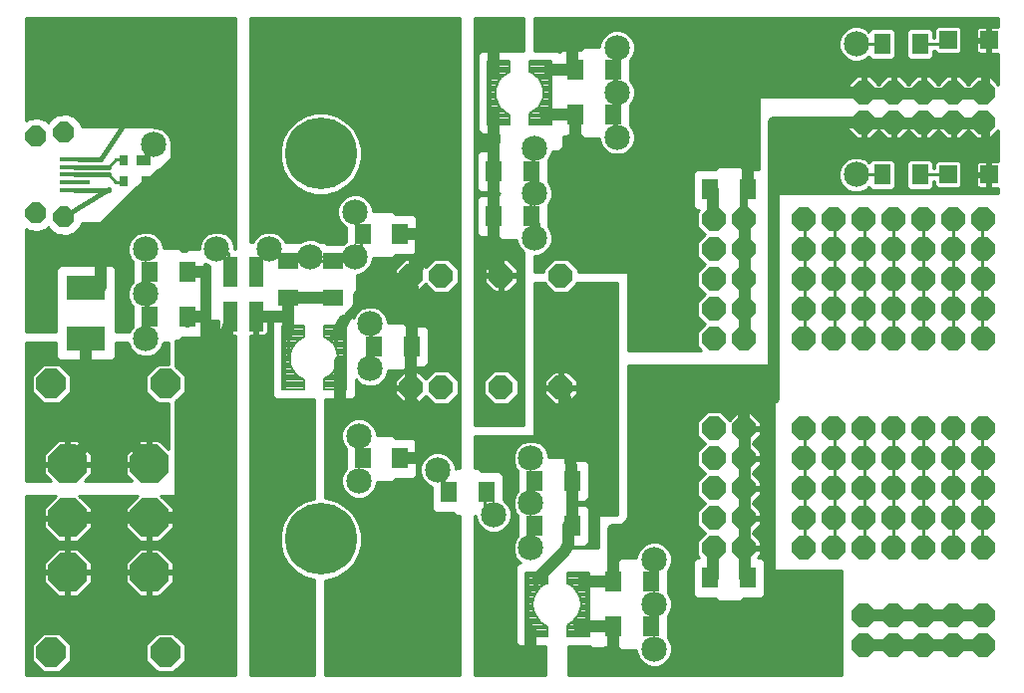
<source format=gtl>
G75*
%MOIN*%
%OFA0B0*%
%FSLAX25Y25*%
%IPPOS*%
%LPD*%
%AMOC8*
5,1,8,0,0,1.08239X$1,22.5*
%
%ADD10OC8,0.08000*%
%ADD11R,0.10039X0.01575*%
%ADD12OC8,0.07000*%
%ADD13R,0.05512X0.07087*%
%ADD14R,0.04724X0.03543*%
%ADD15R,0.03150X0.03543*%
%ADD16R,0.12992X0.07992*%
%ADD17R,0.05906X0.05906*%
%ADD18OC8,0.13000*%
%ADD19OC8,0.09750*%
%ADD20C,0.00787*%
%ADD21R,0.01000X0.01000*%
%ADD22R,0.05118X0.09843*%
%ADD23R,0.07087X0.05512*%
%ADD24C,0.24000*%
%ADD25C,0.08500*%
%ADD26C,0.06000*%
%ADD27C,0.01000*%
%ADD28C,0.01600*%
%ADD29C,0.04000*%
%ADD30C,0.03000*%
%ADD31C,0.08000*%
%ADD32C,0.02500*%
%ADD33C,0.02000*%
D10*
X0142500Y0101500D03*
X0152500Y0101500D03*
X0172500Y0101500D03*
X0192500Y0101500D03*
X0243750Y0087750D03*
X0253750Y0087750D03*
X0253750Y0077750D03*
X0243750Y0077750D03*
X0243750Y0067750D03*
X0253750Y0067750D03*
X0253750Y0057750D03*
X0243750Y0057750D03*
X0243750Y0047750D03*
X0253750Y0047750D03*
X0273750Y0047750D03*
X0283750Y0047750D03*
X0293750Y0047750D03*
X0303750Y0047750D03*
X0313750Y0047750D03*
X0323750Y0047750D03*
X0333750Y0047750D03*
X0333750Y0057750D03*
X0323750Y0057750D03*
X0313750Y0057750D03*
X0303750Y0057750D03*
X0293750Y0057750D03*
X0283750Y0057750D03*
X0273750Y0057750D03*
X0273750Y0067750D03*
X0283750Y0067750D03*
X0293750Y0067750D03*
X0303750Y0067750D03*
X0313750Y0067750D03*
X0323750Y0067750D03*
X0333750Y0067750D03*
X0333750Y0077750D03*
X0323750Y0077750D03*
X0313750Y0077750D03*
X0303750Y0077750D03*
X0293750Y0077750D03*
X0283750Y0077750D03*
X0273750Y0077750D03*
X0273750Y0087750D03*
X0283750Y0087750D03*
X0293750Y0087750D03*
X0303750Y0087750D03*
X0313750Y0087750D03*
X0323750Y0087750D03*
X0333750Y0087750D03*
X0333750Y0117750D03*
X0323750Y0117750D03*
X0313750Y0117750D03*
X0303750Y0117750D03*
X0293750Y0117750D03*
X0283750Y0117750D03*
X0273750Y0117750D03*
X0273750Y0127750D03*
X0283750Y0127750D03*
X0293750Y0127750D03*
X0303750Y0127750D03*
X0313750Y0127750D03*
X0323750Y0127750D03*
X0333750Y0127750D03*
X0333750Y0137750D03*
X0323750Y0137750D03*
X0313750Y0137750D03*
X0303750Y0137750D03*
X0293750Y0137750D03*
X0283750Y0137750D03*
X0273750Y0137750D03*
X0273750Y0147750D03*
X0283750Y0147750D03*
X0293750Y0147750D03*
X0303750Y0147750D03*
X0313750Y0147750D03*
X0323750Y0147750D03*
X0333750Y0147750D03*
X0333750Y0157750D03*
X0323750Y0157750D03*
X0313750Y0157750D03*
X0303750Y0157750D03*
X0293750Y0157750D03*
X0283750Y0157750D03*
X0273750Y0157750D03*
X0253750Y0157750D03*
X0243750Y0157750D03*
X0243750Y0147750D03*
X0253750Y0147750D03*
X0253750Y0137750D03*
X0243750Y0137750D03*
X0243750Y0127750D03*
X0253750Y0127750D03*
X0253750Y0117750D03*
X0243750Y0117750D03*
X0192500Y0139000D03*
X0172500Y0139000D03*
X0152500Y0139000D03*
X0142500Y0139000D03*
X0293750Y0190250D03*
X0303750Y0190250D03*
X0313750Y0190250D03*
X0323750Y0190250D03*
X0333750Y0190250D03*
X0333750Y0200250D03*
X0323750Y0200250D03*
X0313750Y0200250D03*
X0303750Y0200250D03*
X0293750Y0200250D03*
X0293750Y0025250D03*
X0303750Y0025250D03*
X0313750Y0025250D03*
X0323750Y0025250D03*
X0333750Y0025250D03*
X0333750Y0015250D03*
X0323750Y0015250D03*
X0313750Y0015250D03*
X0303750Y0015250D03*
X0293750Y0015250D03*
D11*
X0029852Y0167632D03*
X0029852Y0170191D03*
X0029852Y0172750D03*
X0029852Y0175309D03*
X0029852Y0177868D03*
D12*
X0026407Y0186982D03*
X0016959Y0185565D03*
X0016959Y0159935D03*
X0026407Y0158518D03*
D13*
X0054951Y0140250D03*
X0067549Y0140250D03*
X0067549Y0125250D03*
X0054951Y0125250D03*
X0126201Y0152750D03*
X0138799Y0152750D03*
X0169951Y0159000D03*
X0182549Y0159000D03*
X0182549Y0174000D03*
X0169951Y0174000D03*
X0197451Y0192750D03*
X0210049Y0192750D03*
X0210049Y0207750D03*
X0197451Y0207750D03*
X0242451Y0167750D03*
X0255049Y0167750D03*
X0299951Y0172750D03*
X0312549Y0172750D03*
X0312549Y0216500D03*
X0299951Y0216500D03*
X0142549Y0115250D03*
X0129951Y0115250D03*
X0126201Y0077750D03*
X0138799Y0077750D03*
X0154951Y0066500D03*
X0167549Y0066500D03*
X0183701Y0070250D03*
X0196299Y0070250D03*
X0196299Y0055250D03*
X0183701Y0055250D03*
X0209951Y0036500D03*
X0222549Y0036500D03*
X0222549Y0021500D03*
X0209951Y0021500D03*
X0242451Y0037750D03*
X0255049Y0037750D03*
D14*
X0052953Y0177543D03*
D15*
X0046260Y0177543D03*
X0046260Y0170457D03*
X0053740Y0170457D03*
D16*
X0033750Y0135004D03*
X0033750Y0117996D03*
D17*
X0321860Y0172750D03*
X0335640Y0172750D03*
X0335640Y0217750D03*
X0321860Y0217750D03*
D18*
X0054850Y0075850D03*
X0054850Y0057750D03*
X0027650Y0057750D03*
X0027650Y0075850D03*
X0027650Y0039650D03*
X0054850Y0039650D03*
D19*
X0060350Y0012750D03*
X0022150Y0012750D03*
X0022150Y0102750D03*
X0060350Y0102750D03*
D20*
X0099370Y0102561D02*
X0106654Y0102561D01*
X0106654Y0103347D02*
X0099370Y0103347D01*
X0099370Y0104133D02*
X0106531Y0104133D01*
X0106654Y0104069D02*
X0106654Y0100870D01*
X0099370Y0100870D01*
X0099370Y0122130D01*
X0106654Y0122130D01*
X0106654Y0118537D01*
X0105569Y0117971D01*
X0104586Y0117244D01*
X0103727Y0116373D01*
X0103013Y0115380D01*
X0102463Y0114287D01*
X0102088Y0113123D01*
X0101898Y0111915D01*
X0101898Y0110692D01*
X0102088Y0109483D01*
X0102463Y0108319D01*
X0103013Y0107227D01*
X0103727Y0106233D01*
X0104586Y0105362D01*
X0105569Y0104635D01*
X0106654Y0104069D01*
X0105185Y0104919D02*
X0099370Y0104919D01*
X0099370Y0105705D02*
X0104248Y0105705D01*
X0103542Y0106491D02*
X0099370Y0106491D01*
X0099370Y0107276D02*
X0102988Y0107276D01*
X0102592Y0108062D02*
X0099370Y0108062D01*
X0099370Y0108848D02*
X0102292Y0108848D01*
X0102064Y0109634D02*
X0099370Y0109634D01*
X0099370Y0110420D02*
X0101941Y0110420D01*
X0101898Y0111206D02*
X0099370Y0111206D01*
X0099370Y0111992D02*
X0101910Y0111992D01*
X0102034Y0112778D02*
X0099370Y0112778D01*
X0099370Y0113564D02*
X0102230Y0113564D01*
X0102494Y0114350D02*
X0099370Y0114350D01*
X0099370Y0115136D02*
X0102890Y0115136D01*
X0103402Y0115921D02*
X0099370Y0115921D01*
X0099370Y0116707D02*
X0104056Y0116707D01*
X0104923Y0117493D02*
X0099370Y0117493D01*
X0099370Y0118279D02*
X0106159Y0118279D01*
X0106654Y0119065D02*
X0099370Y0119065D01*
X0099370Y0119851D02*
X0106654Y0119851D01*
X0106654Y0120637D02*
X0099370Y0120637D01*
X0099370Y0121423D02*
X0106654Y0121423D01*
X0113346Y0121423D02*
X0120630Y0121423D01*
X0120630Y0122130D02*
X0120630Y0100870D01*
X0113346Y0100870D01*
X0113346Y0104463D01*
X0114401Y0105013D01*
X0115358Y0105721D01*
X0116194Y0106568D01*
X0116888Y0107534D01*
X0117423Y0108597D01*
X0117788Y0109730D01*
X0117972Y0110905D01*
X0117972Y0112095D01*
X0117788Y0113270D01*
X0117423Y0114403D01*
X0116888Y0115466D01*
X0116194Y0116432D01*
X0115358Y0117279D01*
X0114401Y0117987D01*
X0113346Y0118537D01*
X0113346Y0122130D01*
X0120630Y0122130D01*
X0120630Y0120637D02*
X0113346Y0120637D01*
X0113346Y0119851D02*
X0120630Y0119851D01*
X0120630Y0119065D02*
X0113346Y0119065D01*
X0113841Y0118279D02*
X0120630Y0118279D01*
X0120630Y0117493D02*
X0115069Y0117493D01*
X0115922Y0116707D02*
X0120630Y0116707D01*
X0120630Y0115921D02*
X0116560Y0115921D01*
X0117054Y0115136D02*
X0120630Y0115136D01*
X0120630Y0114350D02*
X0117441Y0114350D01*
X0117693Y0113564D02*
X0120630Y0113564D01*
X0120630Y0112778D02*
X0117865Y0112778D01*
X0117972Y0111992D02*
X0120630Y0111992D01*
X0120630Y0111206D02*
X0117972Y0111206D01*
X0117896Y0110420D02*
X0120630Y0110420D01*
X0120630Y0109634D02*
X0117757Y0109634D01*
X0117504Y0108848D02*
X0120630Y0108848D01*
X0120630Y0108062D02*
X0117154Y0108062D01*
X0116702Y0107276D02*
X0120630Y0107276D01*
X0120630Y0106491D02*
X0116117Y0106491D01*
X0115336Y0105705D02*
X0120630Y0105705D01*
X0120630Y0104919D02*
X0114220Y0104919D01*
X0113346Y0104133D02*
X0120630Y0104133D01*
X0120630Y0103347D02*
X0113346Y0103347D01*
X0113346Y0102561D02*
X0120630Y0102561D01*
X0120630Y0101775D02*
X0113346Y0101775D01*
X0113346Y0100989D02*
X0120630Y0100989D01*
X0106654Y0100989D02*
X0099370Y0100989D01*
X0099370Y0101775D02*
X0106654Y0101775D01*
X0180620Y0039630D02*
X0187904Y0039630D01*
X0187904Y0036037D01*
X0186819Y0035471D01*
X0185836Y0034744D01*
X0184977Y0033873D01*
X0184263Y0032880D01*
X0183713Y0031787D01*
X0183338Y0030623D01*
X0183148Y0029415D01*
X0183148Y0028192D01*
X0183338Y0026983D01*
X0183713Y0025819D01*
X0184263Y0024727D01*
X0184977Y0023733D01*
X0185836Y0022862D01*
X0186819Y0022135D01*
X0187904Y0021569D01*
X0187904Y0018370D01*
X0180620Y0018370D01*
X0180620Y0039630D01*
X0180620Y0038902D02*
X0187904Y0038902D01*
X0187904Y0038116D02*
X0180620Y0038116D01*
X0180620Y0037330D02*
X0187904Y0037330D01*
X0187904Y0036544D02*
X0180620Y0036544D01*
X0180620Y0035758D02*
X0187369Y0035758D01*
X0186144Y0034972D02*
X0180620Y0034972D01*
X0180620Y0034187D02*
X0185286Y0034187D01*
X0184637Y0033401D02*
X0180620Y0033401D01*
X0180620Y0032615D02*
X0184130Y0032615D01*
X0183733Y0031829D02*
X0180620Y0031829D01*
X0180620Y0031043D02*
X0183473Y0031043D01*
X0183280Y0030257D02*
X0180620Y0030257D01*
X0180620Y0029471D02*
X0183157Y0029471D01*
X0183148Y0028685D02*
X0180620Y0028685D01*
X0180620Y0027899D02*
X0183194Y0027899D01*
X0183317Y0027113D02*
X0180620Y0027113D01*
X0180620Y0026327D02*
X0183549Y0026327D01*
X0183852Y0025541D02*
X0180620Y0025541D01*
X0180620Y0024756D02*
X0184249Y0024756D01*
X0184807Y0023970D02*
X0180620Y0023970D01*
X0180620Y0023184D02*
X0185518Y0023184D01*
X0186464Y0022398D02*
X0180620Y0022398D01*
X0180620Y0021612D02*
X0187821Y0021612D01*
X0187904Y0020826D02*
X0180620Y0020826D01*
X0180620Y0020040D02*
X0187904Y0020040D01*
X0187904Y0019254D02*
X0180620Y0019254D01*
X0180620Y0018468D02*
X0187904Y0018468D01*
X0194596Y0018468D02*
X0201880Y0018468D01*
X0201880Y0018370D02*
X0194596Y0018370D01*
X0194596Y0021963D01*
X0195651Y0022513D01*
X0196608Y0023221D01*
X0197444Y0024068D01*
X0198138Y0025034D01*
X0198673Y0026097D01*
X0199038Y0027230D01*
X0199222Y0028405D01*
X0199222Y0029595D01*
X0199038Y0030770D01*
X0198673Y0031903D01*
X0198138Y0032966D01*
X0197444Y0033932D01*
X0196608Y0034779D01*
X0195651Y0035487D01*
X0194596Y0036037D01*
X0194596Y0039630D01*
X0201880Y0039630D01*
X0201880Y0018370D01*
X0201880Y0019254D02*
X0194596Y0019254D01*
X0194596Y0020040D02*
X0201880Y0020040D01*
X0201880Y0020826D02*
X0194596Y0020826D01*
X0194596Y0021612D02*
X0201880Y0021612D01*
X0201880Y0022398D02*
X0195430Y0022398D01*
X0196558Y0023184D02*
X0201880Y0023184D01*
X0201880Y0023970D02*
X0197347Y0023970D01*
X0197937Y0024756D02*
X0201880Y0024756D01*
X0201880Y0025541D02*
X0198393Y0025541D01*
X0198748Y0026327D02*
X0201880Y0026327D01*
X0201880Y0027113D02*
X0199000Y0027113D01*
X0199143Y0027899D02*
X0201880Y0027899D01*
X0201880Y0028685D02*
X0199222Y0028685D01*
X0199222Y0029471D02*
X0201880Y0029471D01*
X0201880Y0030257D02*
X0199118Y0030257D01*
X0198950Y0031043D02*
X0201880Y0031043D01*
X0201880Y0031829D02*
X0198697Y0031829D01*
X0198315Y0032615D02*
X0201880Y0032615D01*
X0201880Y0033401D02*
X0197825Y0033401D01*
X0197193Y0034187D02*
X0201880Y0034187D01*
X0201880Y0034972D02*
X0196347Y0034972D01*
X0195131Y0035758D02*
X0201880Y0035758D01*
X0201880Y0036544D02*
X0194596Y0036544D01*
X0194596Y0037330D02*
X0201880Y0037330D01*
X0201880Y0038116D02*
X0194596Y0038116D01*
X0194596Y0038902D02*
X0201880Y0038902D01*
X0189380Y0189620D02*
X0182096Y0189620D01*
X0182096Y0193213D01*
X0183151Y0193763D01*
X0184108Y0194471D01*
X0184944Y0195318D01*
X0185638Y0196284D01*
X0186173Y0197347D01*
X0186538Y0198480D01*
X0186722Y0199655D01*
X0186722Y0200845D01*
X0186538Y0202020D01*
X0186173Y0203153D01*
X0185638Y0204216D01*
X0184944Y0205182D01*
X0184108Y0206029D01*
X0183151Y0206737D01*
X0182096Y0207287D01*
X0182096Y0210880D01*
X0189380Y0210880D01*
X0189380Y0189620D01*
X0189380Y0189797D02*
X0182096Y0189797D01*
X0182096Y0190583D02*
X0189380Y0190583D01*
X0189380Y0191369D02*
X0182096Y0191369D01*
X0182096Y0192155D02*
X0189380Y0192155D01*
X0189380Y0192941D02*
X0182096Y0192941D01*
X0183082Y0193727D02*
X0189380Y0193727D01*
X0189380Y0194513D02*
X0184150Y0194513D01*
X0184925Y0195299D02*
X0189380Y0195299D01*
X0189380Y0196085D02*
X0185494Y0196085D01*
X0185933Y0196870D02*
X0189380Y0196870D01*
X0189380Y0197656D02*
X0186273Y0197656D01*
X0186526Y0198442D02*
X0189380Y0198442D01*
X0189380Y0199228D02*
X0186655Y0199228D01*
X0186722Y0200014D02*
X0189380Y0200014D01*
X0189380Y0200800D02*
X0186722Y0200800D01*
X0186606Y0201586D02*
X0189380Y0201586D01*
X0189380Y0202372D02*
X0186425Y0202372D01*
X0186171Y0203158D02*
X0189380Y0203158D01*
X0189380Y0203944D02*
X0185775Y0203944D01*
X0185269Y0204730D02*
X0189380Y0204730D01*
X0189380Y0205516D02*
X0184615Y0205516D01*
X0183740Y0206301D02*
X0189380Y0206301D01*
X0189380Y0207087D02*
X0182480Y0207087D01*
X0182096Y0207873D02*
X0189380Y0207873D01*
X0189380Y0208659D02*
X0182096Y0208659D01*
X0182096Y0209445D02*
X0189380Y0209445D01*
X0189380Y0210231D02*
X0182096Y0210231D01*
X0175404Y0210231D02*
X0168120Y0210231D01*
X0168120Y0210880D02*
X0175404Y0210880D01*
X0175404Y0207287D01*
X0174319Y0206721D01*
X0173336Y0205994D01*
X0172477Y0205123D01*
X0171763Y0204130D01*
X0171213Y0203037D01*
X0170838Y0201873D01*
X0170648Y0200665D01*
X0170648Y0199442D01*
X0170838Y0198233D01*
X0171213Y0197069D01*
X0171763Y0195977D01*
X0172477Y0194983D01*
X0173336Y0194112D01*
X0174319Y0193385D01*
X0175404Y0192819D01*
X0175404Y0189620D01*
X0168120Y0189620D01*
X0168120Y0210880D01*
X0168120Y0209445D02*
X0175404Y0209445D01*
X0175404Y0208659D02*
X0168120Y0208659D01*
X0168120Y0207873D02*
X0175404Y0207873D01*
X0175020Y0207087D02*
X0168120Y0207087D01*
X0168120Y0206301D02*
X0173751Y0206301D01*
X0172864Y0205516D02*
X0168120Y0205516D01*
X0168120Y0204730D02*
X0172194Y0204730D01*
X0171670Y0203944D02*
X0168120Y0203944D01*
X0168120Y0203158D02*
X0171273Y0203158D01*
X0170998Y0202372D02*
X0168120Y0202372D01*
X0168120Y0201586D02*
X0170793Y0201586D01*
X0170669Y0200800D02*
X0168120Y0200800D01*
X0168120Y0200014D02*
X0170648Y0200014D01*
X0170682Y0199228D02*
X0168120Y0199228D01*
X0168120Y0198442D02*
X0170805Y0198442D01*
X0171024Y0197656D02*
X0168120Y0197656D01*
X0168120Y0196870D02*
X0171313Y0196870D01*
X0171709Y0196085D02*
X0168120Y0196085D01*
X0168120Y0195299D02*
X0172250Y0195299D01*
X0172941Y0194513D02*
X0168120Y0194513D01*
X0168120Y0193727D02*
X0173857Y0193727D01*
X0175170Y0192941D02*
X0168120Y0192941D01*
X0168120Y0192155D02*
X0175404Y0192155D01*
X0175404Y0191369D02*
X0168120Y0191369D01*
X0168120Y0190583D02*
X0175404Y0190583D01*
X0175404Y0189797D02*
X0168120Y0189797D01*
D21*
X0168750Y0200250D03*
X0188750Y0200250D03*
X0120000Y0111500D03*
X0100000Y0111500D03*
X0181250Y0029000D03*
X0201250Y0029000D03*
D22*
X0090581Y0125270D03*
X0081919Y0125270D03*
X0081919Y0140230D03*
X0090581Y0140230D03*
D23*
X0101250Y0144049D03*
X0116250Y0144049D03*
X0116250Y0131451D03*
X0101250Y0131451D03*
D24*
X0112250Y0179750D03*
X0112250Y0050750D03*
D25*
X0125000Y0070250D03*
X0125000Y0085250D03*
X0151250Y0074000D03*
X0170000Y0059000D03*
X0182500Y0062750D03*
X0182500Y0077750D03*
X0182500Y0047750D03*
X0223750Y0044000D03*
X0223750Y0029000D03*
X0223750Y0014000D03*
X0128750Y0107750D03*
X0128750Y0122750D03*
X0123750Y0145250D03*
X0108750Y0145250D03*
X0095000Y0147750D03*
X0077500Y0147750D03*
X0053750Y0147750D03*
X0053750Y0132750D03*
X0053750Y0117750D03*
X0123750Y0160250D03*
X0183750Y0166500D03*
X0183750Y0181500D03*
X0211250Y0185250D03*
X0211250Y0200250D03*
X0211250Y0215250D03*
X0291250Y0216500D03*
X0291250Y0172750D03*
X0183750Y0151500D03*
X0056250Y0182750D03*
D26*
X0056250Y0182750D03*
X0053750Y0147750D03*
X0053750Y0132750D03*
X0053750Y0117750D03*
X0077500Y0147750D03*
X0095000Y0147750D03*
X0108750Y0145250D03*
X0123750Y0145250D03*
X0123750Y0160250D03*
X0128750Y0122750D03*
X0128750Y0107750D03*
X0125000Y0085250D03*
X0125000Y0070250D03*
X0151250Y0074000D03*
X0170000Y0059000D03*
X0182500Y0062750D03*
X0182500Y0077750D03*
X0182500Y0047750D03*
X0223750Y0044000D03*
X0223750Y0029000D03*
X0223750Y0014000D03*
X0183750Y0151500D03*
X0183750Y0166500D03*
X0183750Y0181500D03*
X0211250Y0185250D03*
X0211250Y0200250D03*
X0211250Y0215250D03*
X0291250Y0216500D03*
X0291250Y0172750D03*
D27*
X0013750Y0065250D02*
X0013750Y0005250D01*
X0063750Y0005250D01*
X0063750Y0006852D01*
X0066925Y0010027D01*
X0066925Y0015473D01*
X0063750Y0018648D01*
X0063750Y0062750D01*
X0083750Y0062750D01*
X0083750Y0005250D01*
X0063750Y0005250D01*
X0063750Y0006852D01*
X0063073Y0006175D01*
X0057627Y0006175D01*
X0053775Y0010027D01*
X0053775Y0015473D01*
X0057627Y0019325D01*
X0063073Y0019325D01*
X0063750Y0018648D01*
X0063750Y0065250D01*
X0058664Y0065250D01*
X0062850Y0061064D01*
X0062850Y0058250D01*
X0055350Y0058250D01*
X0055350Y0057250D01*
X0062850Y0057250D01*
X0062850Y0054436D01*
X0058164Y0049750D01*
X0055350Y0049750D01*
X0055350Y0057250D01*
X0054350Y0057250D01*
X0054350Y0049750D01*
X0051536Y0049750D01*
X0046850Y0054436D01*
X0046850Y0057250D01*
X0054350Y0057250D01*
X0054350Y0058250D01*
X0046850Y0058250D01*
X0046850Y0061064D01*
X0051036Y0065250D01*
X0031464Y0065250D01*
X0035650Y0061064D01*
X0035650Y0058250D01*
X0028150Y0058250D01*
X0028150Y0057250D01*
X0035650Y0057250D01*
X0035650Y0054436D01*
X0030964Y0049750D01*
X0028150Y0049750D01*
X0028150Y0057250D01*
X0027150Y0057250D01*
X0019650Y0057250D01*
X0019650Y0054436D01*
X0024336Y0049750D01*
X0027150Y0049750D01*
X0027150Y0057250D01*
X0027150Y0058250D01*
X0019650Y0058250D01*
X0019650Y0061064D01*
X0023836Y0065250D01*
X0013750Y0065250D01*
X0013750Y0064658D02*
X0023244Y0064658D01*
X0022245Y0063659D02*
X0013750Y0063659D01*
X0013750Y0062661D02*
X0021247Y0062661D01*
X0020248Y0061662D02*
X0013750Y0061662D01*
X0013750Y0060664D02*
X0019650Y0060664D01*
X0019650Y0059665D02*
X0013750Y0059665D01*
X0013750Y0058667D02*
X0019650Y0058667D01*
X0019650Y0056670D02*
X0013750Y0056670D01*
X0013750Y0057668D02*
X0027150Y0057668D01*
X0027650Y0057750D02*
X0028350Y0057650D01*
X0028350Y0057750D01*
X0028150Y0057668D02*
X0054350Y0057668D01*
X0054450Y0057650D02*
X0054850Y0057750D01*
X0054450Y0057750D02*
X0054450Y0057650D01*
X0055350Y0057668D02*
X0063750Y0057668D01*
X0083750Y0057668D01*
X0083750Y0056670D02*
X0063750Y0056670D01*
X0062850Y0056670D01*
X0062850Y0055671D02*
X0063750Y0055671D01*
X0083750Y0055671D01*
X0083750Y0054673D02*
X0063750Y0054673D01*
X0062850Y0054673D01*
X0062088Y0053674D02*
X0063750Y0053674D01*
X0083750Y0053674D01*
X0083750Y0052676D02*
X0063750Y0052676D01*
X0061089Y0052676D01*
X0060091Y0051677D02*
X0063750Y0051677D01*
X0083750Y0051677D01*
X0083750Y0050679D02*
X0063750Y0050679D01*
X0059092Y0050679D01*
X0058164Y0047650D02*
X0055350Y0047650D01*
X0055350Y0040150D01*
X0054350Y0040150D01*
X0054350Y0047650D01*
X0051536Y0047650D01*
X0046850Y0042964D01*
X0046850Y0040150D01*
X0054350Y0040150D01*
X0054350Y0039150D01*
X0046850Y0039150D01*
X0046850Y0036336D01*
X0051536Y0031650D01*
X0054350Y0031650D01*
X0054350Y0039150D01*
X0055350Y0039150D01*
X0055350Y0040150D01*
X0062850Y0040150D01*
X0062850Y0042964D01*
X0058164Y0047650D01*
X0059129Y0046684D02*
X0063750Y0046684D01*
X0083750Y0046684D01*
X0083750Y0045686D02*
X0063750Y0045686D01*
X0060128Y0045686D01*
X0061126Y0044687D02*
X0063750Y0044687D01*
X0083750Y0044687D01*
X0083750Y0043689D02*
X0063750Y0043689D01*
X0062125Y0043689D01*
X0062850Y0042690D02*
X0063750Y0042690D01*
X0083750Y0042690D01*
X0083750Y0041692D02*
X0063750Y0041692D01*
X0062850Y0041692D01*
X0062850Y0040693D02*
X0063750Y0040693D01*
X0083750Y0040693D01*
X0083750Y0039695D02*
X0063750Y0039695D01*
X0055350Y0039695D01*
X0055350Y0039150D02*
X0062850Y0039150D01*
X0062850Y0036336D01*
X0058164Y0031650D01*
X0055350Y0031650D01*
X0055350Y0039150D01*
X0055350Y0038696D02*
X0054350Y0038696D01*
X0054350Y0037698D02*
X0055350Y0037698D01*
X0055350Y0036699D02*
X0054350Y0036699D01*
X0054350Y0035701D02*
X0055350Y0035701D01*
X0055350Y0034702D02*
X0054350Y0034702D01*
X0054350Y0033704D02*
X0055350Y0033704D01*
X0055350Y0032705D02*
X0054350Y0032705D01*
X0054350Y0031707D02*
X0055350Y0031707D01*
X0058221Y0031707D02*
X0063750Y0031707D01*
X0083750Y0031707D01*
X0083750Y0032705D02*
X0063750Y0032705D01*
X0059219Y0032705D01*
X0060218Y0033704D02*
X0063750Y0033704D01*
X0083750Y0033704D01*
X0083750Y0034702D02*
X0063750Y0034702D01*
X0061216Y0034702D01*
X0062215Y0035701D02*
X0063750Y0035701D01*
X0083750Y0035701D01*
X0083750Y0036699D02*
X0063750Y0036699D01*
X0062850Y0036699D01*
X0062850Y0037698D02*
X0063750Y0037698D01*
X0083750Y0037698D01*
X0083750Y0038696D02*
X0063750Y0038696D01*
X0062850Y0038696D01*
X0055350Y0040693D02*
X0054350Y0040693D01*
X0054350Y0039695D02*
X0028150Y0039695D01*
X0028150Y0040150D02*
X0035650Y0040150D01*
X0035650Y0042964D01*
X0030964Y0047650D01*
X0028150Y0047650D01*
X0028150Y0040150D01*
X0027150Y0040150D01*
X0027150Y0047650D01*
X0024336Y0047650D01*
X0019650Y0042964D01*
X0019650Y0040150D01*
X0027150Y0040150D01*
X0027150Y0039150D01*
X0019650Y0039150D01*
X0019650Y0036336D01*
X0024336Y0031650D01*
X0027150Y0031650D01*
X0027150Y0039150D01*
X0028150Y0039150D01*
X0028150Y0040150D01*
X0028150Y0040693D02*
X0027150Y0040693D01*
X0027150Y0039695D02*
X0013750Y0039695D01*
X0013750Y0040693D02*
X0019650Y0040693D01*
X0019650Y0041692D02*
X0013750Y0041692D01*
X0013750Y0042690D02*
X0019650Y0042690D01*
X0020375Y0043689D02*
X0013750Y0043689D01*
X0013750Y0044687D02*
X0021374Y0044687D01*
X0022372Y0045686D02*
X0013750Y0045686D01*
X0013750Y0046684D02*
X0023371Y0046684D01*
X0027150Y0046684D02*
X0028150Y0046684D01*
X0028150Y0045686D02*
X0027150Y0045686D01*
X0027150Y0044687D02*
X0028150Y0044687D01*
X0028150Y0043689D02*
X0027150Y0043689D01*
X0027150Y0042690D02*
X0028150Y0042690D01*
X0028150Y0041692D02*
X0027150Y0041692D01*
X0028150Y0039150D02*
X0035650Y0039150D01*
X0035650Y0036336D01*
X0030964Y0031650D01*
X0028150Y0031650D01*
X0028150Y0039150D01*
X0028150Y0038696D02*
X0027150Y0038696D01*
X0027150Y0037698D02*
X0028150Y0037698D01*
X0028150Y0036699D02*
X0027150Y0036699D01*
X0027150Y0035701D02*
X0028150Y0035701D01*
X0028150Y0034702D02*
X0027150Y0034702D01*
X0027150Y0033704D02*
X0028150Y0033704D01*
X0028150Y0032705D02*
X0027150Y0032705D01*
X0027150Y0031707D02*
X0028150Y0031707D01*
X0031021Y0031707D02*
X0051479Y0031707D01*
X0050481Y0032705D02*
X0032019Y0032705D01*
X0033018Y0033704D02*
X0049482Y0033704D01*
X0048484Y0034702D02*
X0034016Y0034702D01*
X0035015Y0035701D02*
X0047485Y0035701D01*
X0046850Y0036699D02*
X0035650Y0036699D01*
X0035650Y0037698D02*
X0046850Y0037698D01*
X0046850Y0038696D02*
X0035650Y0038696D01*
X0035650Y0040693D02*
X0046850Y0040693D01*
X0046850Y0041692D02*
X0035650Y0041692D01*
X0035650Y0042690D02*
X0046850Y0042690D01*
X0047575Y0043689D02*
X0034925Y0043689D01*
X0033926Y0044687D02*
X0048574Y0044687D01*
X0049572Y0045686D02*
X0032928Y0045686D01*
X0031929Y0046684D02*
X0050571Y0046684D01*
X0054350Y0046684D02*
X0055350Y0046684D01*
X0055350Y0045686D02*
X0054350Y0045686D01*
X0054350Y0044687D02*
X0055350Y0044687D01*
X0055350Y0043689D02*
X0054350Y0043689D01*
X0054350Y0042690D02*
X0055350Y0042690D01*
X0055350Y0041692D02*
X0054350Y0041692D01*
X0054350Y0050679D02*
X0055350Y0050679D01*
X0055350Y0051677D02*
X0054350Y0051677D01*
X0054350Y0052676D02*
X0055350Y0052676D01*
X0055350Y0053674D02*
X0054350Y0053674D01*
X0054350Y0054673D02*
X0055350Y0054673D01*
X0055350Y0055671D02*
X0054350Y0055671D01*
X0054350Y0056670D02*
X0055350Y0056670D01*
X0049609Y0051677D02*
X0032891Y0051677D01*
X0033889Y0052676D02*
X0048611Y0052676D01*
X0047612Y0053674D02*
X0034888Y0053674D01*
X0035650Y0054673D02*
X0046850Y0054673D01*
X0046850Y0055671D02*
X0035650Y0055671D01*
X0035650Y0056670D02*
X0046850Y0056670D01*
X0046850Y0058667D02*
X0035650Y0058667D01*
X0035650Y0059665D02*
X0046850Y0059665D01*
X0046850Y0060664D02*
X0035650Y0060664D01*
X0035052Y0061662D02*
X0047448Y0061662D01*
X0048447Y0062661D02*
X0034053Y0062661D01*
X0033054Y0063659D02*
X0049445Y0063659D01*
X0050444Y0064658D02*
X0032056Y0064658D01*
X0033364Y0070250D02*
X0035650Y0072536D01*
X0035650Y0075350D01*
X0028150Y0075350D01*
X0028150Y0076350D01*
X0035650Y0076350D01*
X0035650Y0079164D01*
X0030964Y0083850D01*
X0028150Y0083850D01*
X0028150Y0076350D01*
X0027150Y0076350D01*
X0027150Y0083850D01*
X0024336Y0083850D01*
X0019650Y0079164D01*
X0019650Y0076350D01*
X0027150Y0076350D01*
X0027150Y0075350D01*
X0019650Y0075350D01*
X0019650Y0072536D01*
X0021936Y0070250D01*
X0013750Y0070250D01*
X0013750Y0116500D01*
X0023800Y0116500D01*
X0023800Y0111692D01*
X0024942Y0110550D01*
X0042558Y0110550D01*
X0043700Y0111692D01*
X0043700Y0116500D01*
X0047828Y0116500D01*
X0048706Y0114380D01*
X0050380Y0112706D01*
X0052566Y0111800D01*
X0054934Y0111800D01*
X0057120Y0112706D01*
X0058794Y0114380D01*
X0059672Y0116500D01*
X0061250Y0116500D01*
X0061250Y0109325D01*
X0057627Y0109325D01*
X0053775Y0105473D01*
X0053775Y0100027D01*
X0057627Y0096175D01*
X0061250Y0096175D01*
X0061250Y0080764D01*
X0058164Y0083850D01*
X0055350Y0083850D01*
X0055350Y0076350D01*
X0054350Y0076350D01*
X0054350Y0083850D01*
X0051536Y0083850D01*
X0046850Y0079164D01*
X0046850Y0076350D01*
X0054350Y0076350D01*
X0054350Y0075350D01*
X0046850Y0075350D01*
X0046850Y0072536D01*
X0049136Y0070250D01*
X0033364Y0070250D01*
X0033762Y0070649D02*
X0048738Y0070649D01*
X0047739Y0071647D02*
X0034761Y0071647D01*
X0035650Y0072646D02*
X0046850Y0072646D01*
X0046850Y0073644D02*
X0035650Y0073644D01*
X0035650Y0074643D02*
X0046850Y0074643D01*
X0046850Y0076640D02*
X0035650Y0076640D01*
X0035650Y0077638D02*
X0046850Y0077638D01*
X0046850Y0078637D02*
X0035650Y0078637D01*
X0035178Y0079635D02*
X0047322Y0079635D01*
X0048320Y0080634D02*
X0034180Y0080634D01*
X0033181Y0081632D02*
X0049319Y0081632D01*
X0049793Y0082107D02*
X0048700Y0083200D01*
X0050317Y0082631D02*
X0032183Y0082631D01*
X0031184Y0083629D02*
X0051316Y0083629D01*
X0054350Y0083629D02*
X0055350Y0083629D01*
X0055350Y0082631D02*
X0054350Y0082631D01*
X0054350Y0081632D02*
X0055350Y0081632D01*
X0055350Y0080634D02*
X0054350Y0080634D01*
X0054350Y0079635D02*
X0055350Y0079635D01*
X0055350Y0078637D02*
X0054350Y0078637D01*
X0054350Y0077638D02*
X0055350Y0077638D01*
X0055350Y0076640D02*
X0054350Y0076640D01*
X0054850Y0075850D02*
X0055350Y0076550D01*
X0054350Y0075641D02*
X0028150Y0075641D01*
X0027650Y0075850D02*
X0028350Y0076550D01*
X0028150Y0076640D02*
X0027150Y0076640D01*
X0027150Y0077638D02*
X0028150Y0077638D01*
X0028150Y0078637D02*
X0027150Y0078637D01*
X0027150Y0079635D02*
X0028150Y0079635D01*
X0028150Y0080634D02*
X0027150Y0080634D01*
X0027150Y0081632D02*
X0028150Y0081632D01*
X0028150Y0082631D02*
X0027150Y0082631D01*
X0027150Y0083629D02*
X0028150Y0083629D01*
X0024116Y0083629D02*
X0013750Y0083629D01*
X0013750Y0082631D02*
X0023117Y0082631D01*
X0022119Y0081632D02*
X0013750Y0081632D01*
X0013750Y0080634D02*
X0021120Y0080634D01*
X0020122Y0079635D02*
X0013750Y0079635D01*
X0013750Y0078637D02*
X0019650Y0078637D01*
X0019650Y0077638D02*
X0013750Y0077638D01*
X0013750Y0076640D02*
X0019650Y0076640D01*
X0019650Y0074643D02*
X0013750Y0074643D01*
X0013750Y0075641D02*
X0027150Y0075641D01*
X0021538Y0070649D02*
X0013750Y0070649D01*
X0013750Y0071647D02*
X0020539Y0071647D01*
X0019650Y0072646D02*
X0013750Y0072646D01*
X0013750Y0073644D02*
X0019650Y0073644D01*
X0013750Y0084628D02*
X0061250Y0084628D01*
X0061250Y0085626D02*
X0013750Y0085626D01*
X0013750Y0086625D02*
X0061250Y0086625D01*
X0061250Y0087623D02*
X0013750Y0087623D01*
X0013750Y0088622D02*
X0061250Y0088622D01*
X0061250Y0089620D02*
X0013750Y0089620D01*
X0013750Y0090619D02*
X0061250Y0090619D01*
X0061250Y0091618D02*
X0013750Y0091618D01*
X0013750Y0092616D02*
X0061250Y0092616D01*
X0061250Y0093615D02*
X0013750Y0093615D01*
X0013750Y0094613D02*
X0061250Y0094613D01*
X0061250Y0095612D02*
X0013750Y0095612D01*
X0013750Y0096610D02*
X0018991Y0096610D01*
X0019427Y0096175D02*
X0024873Y0096175D01*
X0028725Y0100027D01*
X0028725Y0105473D01*
X0024873Y0109325D01*
X0019427Y0109325D01*
X0015575Y0105473D01*
X0015575Y0100027D01*
X0019427Y0096175D01*
X0017993Y0097609D02*
X0013750Y0097609D01*
X0013750Y0098607D02*
X0016994Y0098607D01*
X0015996Y0099606D02*
X0013750Y0099606D01*
X0013750Y0100604D02*
X0015575Y0100604D01*
X0015575Y0101603D02*
X0013750Y0101603D01*
X0013750Y0102601D02*
X0015575Y0102601D01*
X0015575Y0103600D02*
X0013750Y0103600D01*
X0013750Y0104598D02*
X0015575Y0104598D01*
X0015698Y0105597D02*
X0013750Y0105597D01*
X0013750Y0106595D02*
X0016697Y0106595D01*
X0017695Y0107594D02*
X0013750Y0107594D01*
X0013750Y0108592D02*
X0018694Y0108592D01*
X0013750Y0109591D02*
X0061250Y0109591D01*
X0061250Y0110589D02*
X0042597Y0110589D01*
X0043595Y0111588D02*
X0061250Y0111588D01*
X0061250Y0112586D02*
X0056832Y0112586D01*
X0057999Y0113585D02*
X0061250Y0113585D01*
X0061250Y0114583D02*
X0058879Y0114583D01*
X0059292Y0115582D02*
X0061250Y0115582D01*
X0063750Y0115582D02*
X0083750Y0115582D01*
X0083750Y0116580D02*
X0063750Y0116580D01*
X0063750Y0117300D02*
X0065058Y0117300D01*
X0066058Y0118300D01*
X0072058Y0118300D01*
X0073200Y0119442D01*
X0073200Y0130339D01*
X0073450Y0130589D01*
X0073450Y0134911D01*
X0073200Y0135161D01*
X0073200Y0142750D01*
X0074085Y0142750D01*
X0074130Y0142706D01*
X0075000Y0142345D01*
X0075000Y0116500D01*
X0070000Y0116500D01*
X0070000Y0118300D01*
X0072058Y0118300D01*
X0073200Y0119442D01*
X0073200Y0124000D01*
X0077860Y0124000D01*
X0077860Y0120151D01*
X0077962Y0119769D01*
X0078160Y0119427D01*
X0078439Y0119148D01*
X0078781Y0118951D01*
X0079163Y0118848D01*
X0081419Y0118848D01*
X0081419Y0124000D01*
X0082419Y0124000D01*
X0082419Y0118848D01*
X0083750Y0118848D01*
X0083750Y0061500D01*
X0063750Y0061500D01*
X0063750Y0096852D01*
X0066925Y0100027D01*
X0066925Y0105473D01*
X0063750Y0108648D01*
X0063750Y0117300D01*
X0065337Y0117579D02*
X0083750Y0117579D01*
X0083750Y0118577D02*
X0072335Y0118577D01*
X0075000Y0118577D01*
X0075000Y0117579D02*
X0070000Y0117579D01*
X0070000Y0116580D02*
X0075000Y0116580D01*
X0075000Y0119576D02*
X0073200Y0119576D01*
X0078074Y0119576D01*
X0077860Y0120574D02*
X0073200Y0120574D01*
X0075000Y0120574D01*
X0075000Y0121573D02*
X0073200Y0121573D01*
X0077860Y0121573D01*
X0077860Y0122571D02*
X0073200Y0122571D01*
X0075000Y0122571D01*
X0075000Y0123570D02*
X0073200Y0123570D01*
X0077860Y0123570D01*
X0075000Y0124568D02*
X0073200Y0124568D01*
X0072500Y0125250D02*
X0073750Y0057750D01*
X0072500Y0057750D01*
X0073750Y0056500D01*
X0063750Y0058667D02*
X0083750Y0058667D01*
X0083750Y0059665D02*
X0063750Y0059665D01*
X0062850Y0059665D01*
X0062850Y0058667D02*
X0063750Y0058667D01*
X0063750Y0060664D02*
X0083750Y0060664D01*
X0083750Y0061662D02*
X0063750Y0061662D01*
X0083750Y0061662D01*
X0083750Y0062661D02*
X0063750Y0062661D01*
X0083750Y0062661D01*
X0083750Y0063659D02*
X0063750Y0063659D01*
X0060254Y0063659D01*
X0059256Y0064658D02*
X0063750Y0064658D01*
X0083750Y0064658D01*
X0083750Y0065656D02*
X0063750Y0065656D01*
X0063750Y0066655D02*
X0083750Y0066655D01*
X0083750Y0067653D02*
X0063750Y0067653D01*
X0063750Y0068652D02*
X0083750Y0068652D01*
X0083750Y0069650D02*
X0063750Y0069650D01*
X0063750Y0070649D02*
X0083750Y0070649D01*
X0083750Y0071647D02*
X0063750Y0071647D01*
X0063750Y0072646D02*
X0083750Y0072646D01*
X0083750Y0073644D02*
X0063750Y0073644D01*
X0063750Y0074643D02*
X0083750Y0074643D01*
X0083750Y0075641D02*
X0063750Y0075641D01*
X0063750Y0076640D02*
X0083750Y0076640D01*
X0083750Y0077638D02*
X0063750Y0077638D01*
X0063750Y0078637D02*
X0083750Y0078637D01*
X0083750Y0079635D02*
X0063750Y0079635D01*
X0063750Y0080634D02*
X0083750Y0080634D01*
X0083750Y0081632D02*
X0063750Y0081632D01*
X0063750Y0082631D02*
X0083750Y0082631D01*
X0083750Y0083629D02*
X0063750Y0083629D01*
X0063750Y0084628D02*
X0083750Y0084628D01*
X0083750Y0085626D02*
X0063750Y0085626D01*
X0063750Y0086625D02*
X0083750Y0086625D01*
X0083750Y0087623D02*
X0063750Y0087623D01*
X0063750Y0088622D02*
X0083750Y0088622D01*
X0083750Y0089620D02*
X0063750Y0089620D01*
X0063750Y0090619D02*
X0083750Y0090619D01*
X0083750Y0091618D02*
X0063750Y0091618D01*
X0063750Y0092616D02*
X0083750Y0092616D01*
X0083750Y0093615D02*
X0063750Y0093615D01*
X0063750Y0094613D02*
X0083750Y0094613D01*
X0083750Y0095612D02*
X0063750Y0095612D01*
X0063750Y0096610D02*
X0083750Y0096610D01*
X0083750Y0097609D02*
X0064507Y0097609D01*
X0065506Y0098607D02*
X0083750Y0098607D01*
X0083750Y0099606D02*
X0066504Y0099606D01*
X0066925Y0100604D02*
X0083750Y0100604D01*
X0083750Y0101603D02*
X0066925Y0101603D01*
X0066925Y0102601D02*
X0083750Y0102601D01*
X0083750Y0103600D02*
X0066925Y0103600D01*
X0066925Y0104598D02*
X0083750Y0104598D01*
X0083750Y0105597D02*
X0066802Y0105597D01*
X0065803Y0106595D02*
X0083750Y0106595D01*
X0083750Y0107594D02*
X0064805Y0107594D01*
X0063806Y0108592D02*
X0083750Y0108592D01*
X0083750Y0109591D02*
X0063750Y0109591D01*
X0063750Y0110589D02*
X0083750Y0110589D01*
X0083750Y0111588D02*
X0063750Y0111588D01*
X0063750Y0112586D02*
X0083750Y0112586D01*
X0083750Y0113585D02*
X0063750Y0113585D01*
X0063750Y0114583D02*
X0083750Y0114583D01*
X0088750Y0114583D02*
X0096050Y0114583D01*
X0096050Y0113585D02*
X0088750Y0113585D01*
X0088750Y0112586D02*
X0096050Y0112586D01*
X0096050Y0111588D02*
X0088750Y0111588D01*
X0088750Y0110589D02*
X0096050Y0110589D01*
X0096050Y0109591D02*
X0088750Y0109591D01*
X0088750Y0108592D02*
X0096050Y0108592D01*
X0096050Y0107594D02*
X0088750Y0107594D01*
X0088750Y0106595D02*
X0096050Y0106595D01*
X0096050Y0105597D02*
X0088750Y0105597D01*
X0088750Y0104598D02*
X0096050Y0104598D01*
X0096050Y0103600D02*
X0088750Y0103600D01*
X0088750Y0102601D02*
X0096050Y0102601D01*
X0096050Y0101603D02*
X0088750Y0101603D01*
X0088750Y0100604D02*
X0096050Y0100604D01*
X0096050Y0099606D02*
X0088750Y0099606D01*
X0088750Y0098607D02*
X0096135Y0098607D01*
X0096050Y0098692D02*
X0097192Y0097550D01*
X0110000Y0097550D01*
X0110000Y0064330D01*
X0106962Y0063516D01*
X0103838Y0061713D01*
X0101287Y0059162D01*
X0099484Y0056038D01*
X0098550Y0052554D01*
X0098550Y0048946D01*
X0099484Y0045462D01*
X0101287Y0042338D01*
X0103838Y0039787D01*
X0106962Y0037984D01*
X0110000Y0037170D01*
X0110000Y0005250D01*
X0088750Y0005250D01*
X0088750Y0118848D01*
X0090081Y0118848D01*
X0090081Y0124770D01*
X0091081Y0124770D01*
X0091081Y0125770D01*
X0094640Y0125770D01*
X0094640Y0126603D01*
X0095442Y0125800D01*
X0101250Y0125800D01*
X0101250Y0125450D01*
X0097192Y0125450D01*
X0096050Y0124308D01*
X0096050Y0098692D01*
X0097134Y0097609D02*
X0088750Y0097609D01*
X0088750Y0096610D02*
X0110000Y0096610D01*
X0110000Y0095612D02*
X0088750Y0095612D01*
X0088750Y0094613D02*
X0110000Y0094613D01*
X0110000Y0093615D02*
X0088750Y0093615D01*
X0088750Y0092616D02*
X0110000Y0092616D01*
X0110000Y0091618D02*
X0088750Y0091618D01*
X0088750Y0090619D02*
X0110000Y0090619D01*
X0110000Y0089620D02*
X0088750Y0089620D01*
X0088750Y0088622D02*
X0110000Y0088622D01*
X0110000Y0087623D02*
X0088750Y0087623D01*
X0088750Y0086625D02*
X0110000Y0086625D01*
X0110000Y0085626D02*
X0088750Y0085626D01*
X0088750Y0084628D02*
X0110000Y0084628D01*
X0110000Y0083629D02*
X0088750Y0083629D01*
X0088750Y0082631D02*
X0110000Y0082631D01*
X0110000Y0081632D02*
X0088750Y0081632D01*
X0088750Y0080634D02*
X0110000Y0080634D01*
X0110000Y0079635D02*
X0088750Y0079635D01*
X0088750Y0078637D02*
X0110000Y0078637D01*
X0110000Y0077638D02*
X0088750Y0077638D01*
X0088750Y0076640D02*
X0110000Y0076640D01*
X0110000Y0075641D02*
X0088750Y0075641D01*
X0088750Y0074643D02*
X0110000Y0074643D01*
X0110000Y0073644D02*
X0088750Y0073644D01*
X0088750Y0072646D02*
X0110000Y0072646D01*
X0110000Y0071647D02*
X0088750Y0071647D01*
X0088750Y0070649D02*
X0110000Y0070649D01*
X0110000Y0069650D02*
X0088750Y0069650D01*
X0088750Y0068652D02*
X0110000Y0068652D01*
X0110000Y0067653D02*
X0088750Y0067653D01*
X0088750Y0066655D02*
X0110000Y0066655D01*
X0110000Y0065656D02*
X0088750Y0065656D01*
X0088750Y0064658D02*
X0110000Y0064658D01*
X0107495Y0063659D02*
X0088750Y0063659D01*
X0088750Y0062661D02*
X0105480Y0062661D01*
X0103787Y0061662D02*
X0088750Y0061662D01*
X0088750Y0060664D02*
X0102789Y0060664D01*
X0101790Y0059665D02*
X0088750Y0059665D01*
X0088750Y0058667D02*
X0101001Y0058667D01*
X0100425Y0057668D02*
X0088750Y0057668D01*
X0088750Y0056670D02*
X0099848Y0056670D01*
X0099385Y0055671D02*
X0088750Y0055671D01*
X0088750Y0054673D02*
X0099118Y0054673D01*
X0098850Y0053674D02*
X0088750Y0053674D01*
X0088750Y0052676D02*
X0098583Y0052676D01*
X0098550Y0051677D02*
X0088750Y0051677D01*
X0088750Y0050679D02*
X0098550Y0050679D01*
X0098550Y0049680D02*
X0088750Y0049680D01*
X0088750Y0048682D02*
X0098621Y0048682D01*
X0098889Y0047683D02*
X0088750Y0047683D01*
X0088750Y0046684D02*
X0099156Y0046684D01*
X0099424Y0045686D02*
X0088750Y0045686D01*
X0088750Y0044687D02*
X0099931Y0044687D01*
X0100507Y0043689D02*
X0088750Y0043689D01*
X0088750Y0042690D02*
X0101084Y0042690D01*
X0101933Y0041692D02*
X0088750Y0041692D01*
X0088750Y0040693D02*
X0102932Y0040693D01*
X0103998Y0039695D02*
X0088750Y0039695D01*
X0088750Y0038696D02*
X0105727Y0038696D01*
X0108028Y0037698D02*
X0088750Y0037698D01*
X0088750Y0036699D02*
X0110000Y0036699D01*
X0110000Y0035701D02*
X0088750Y0035701D01*
X0088750Y0034702D02*
X0110000Y0034702D01*
X0110000Y0033704D02*
X0088750Y0033704D01*
X0088750Y0032705D02*
X0110000Y0032705D01*
X0110000Y0031707D02*
X0088750Y0031707D01*
X0088750Y0030708D02*
X0110000Y0030708D01*
X0110000Y0029710D02*
X0088750Y0029710D01*
X0088750Y0028711D02*
X0110000Y0028711D01*
X0110000Y0027713D02*
X0088750Y0027713D01*
X0088750Y0026714D02*
X0110000Y0026714D01*
X0110000Y0025716D02*
X0088750Y0025716D01*
X0088750Y0024717D02*
X0110000Y0024717D01*
X0110000Y0023719D02*
X0088750Y0023719D01*
X0088750Y0022720D02*
X0110000Y0022720D01*
X0110000Y0021722D02*
X0088750Y0021722D01*
X0088750Y0020723D02*
X0110000Y0020723D01*
X0110000Y0019725D02*
X0088750Y0019725D01*
X0088750Y0018726D02*
X0110000Y0018726D01*
X0110000Y0017728D02*
X0088750Y0017728D01*
X0088750Y0016729D02*
X0110000Y0016729D01*
X0110000Y0015731D02*
X0088750Y0015731D01*
X0088750Y0014732D02*
X0110000Y0014732D01*
X0110000Y0013734D02*
X0088750Y0013734D01*
X0088750Y0012735D02*
X0110000Y0012735D01*
X0110000Y0011737D02*
X0088750Y0011737D01*
X0088750Y0010738D02*
X0110000Y0010738D01*
X0110000Y0009740D02*
X0088750Y0009740D01*
X0088750Y0008741D02*
X0110000Y0008741D01*
X0110000Y0007743D02*
X0088750Y0007743D01*
X0088750Y0006744D02*
X0110000Y0006744D01*
X0110000Y0005746D02*
X0088750Y0005746D01*
X0083750Y0005746D02*
X0063750Y0005746D01*
X0013750Y0005746D01*
X0013750Y0006744D02*
X0018858Y0006744D01*
X0019427Y0006175D02*
X0024873Y0006175D01*
X0028725Y0010027D01*
X0028725Y0015473D01*
X0024873Y0019325D01*
X0019427Y0019325D01*
X0015575Y0015473D01*
X0015575Y0010027D01*
X0019427Y0006175D01*
X0017859Y0007743D02*
X0013750Y0007743D01*
X0013750Y0008741D02*
X0016860Y0008741D01*
X0015862Y0009740D02*
X0013750Y0009740D01*
X0013750Y0010738D02*
X0015575Y0010738D01*
X0015575Y0011737D02*
X0013750Y0011737D01*
X0013750Y0012735D02*
X0015575Y0012735D01*
X0015575Y0013734D02*
X0013750Y0013734D01*
X0013750Y0014732D02*
X0015575Y0014732D01*
X0015832Y0015731D02*
X0013750Y0015731D01*
X0013750Y0016729D02*
X0016831Y0016729D01*
X0017829Y0017728D02*
X0013750Y0017728D01*
X0013750Y0018726D02*
X0018828Y0018726D01*
X0013750Y0019725D02*
X0063750Y0019725D01*
X0083750Y0019725D01*
X0083750Y0020723D02*
X0063750Y0020723D01*
X0013750Y0020723D01*
X0013750Y0021722D02*
X0063750Y0021722D01*
X0083750Y0021722D01*
X0083750Y0022720D02*
X0063750Y0022720D01*
X0013750Y0022720D01*
X0013750Y0023719D02*
X0063750Y0023719D01*
X0083750Y0023719D01*
X0083750Y0024717D02*
X0063750Y0024717D01*
X0013750Y0024717D01*
X0013750Y0025716D02*
X0063750Y0025716D01*
X0083750Y0025716D01*
X0083750Y0026714D02*
X0063750Y0026714D01*
X0013750Y0026714D01*
X0013750Y0027713D02*
X0063750Y0027713D01*
X0083750Y0027713D01*
X0083750Y0028711D02*
X0063750Y0028711D01*
X0013750Y0028711D01*
X0013750Y0029710D02*
X0063750Y0029710D01*
X0083750Y0029710D01*
X0083750Y0030708D02*
X0063750Y0030708D01*
X0013750Y0030708D01*
X0013750Y0031707D02*
X0024279Y0031707D01*
X0023281Y0032705D02*
X0013750Y0032705D01*
X0013750Y0033704D02*
X0022282Y0033704D01*
X0021284Y0034702D02*
X0013750Y0034702D01*
X0013750Y0035701D02*
X0020285Y0035701D01*
X0019650Y0036699D02*
X0013750Y0036699D01*
X0013750Y0037698D02*
X0019650Y0037698D01*
X0019650Y0038696D02*
X0013750Y0038696D01*
X0013750Y0047683D02*
X0063750Y0047683D01*
X0083750Y0047683D01*
X0083750Y0048682D02*
X0063750Y0048682D01*
X0013750Y0048682D01*
X0013750Y0049680D02*
X0063750Y0049680D01*
X0083750Y0049680D01*
X0063750Y0060664D02*
X0062850Y0060664D01*
X0062252Y0061662D02*
X0063750Y0061662D01*
X0063750Y0062661D02*
X0061253Y0062661D01*
X0050608Y0050679D02*
X0031892Y0050679D01*
X0028150Y0050679D02*
X0027150Y0050679D01*
X0027150Y0051677D02*
X0028150Y0051677D01*
X0028150Y0052676D02*
X0027150Y0052676D01*
X0027150Y0053674D02*
X0028150Y0053674D01*
X0028150Y0054673D02*
X0027150Y0054673D01*
X0027150Y0055671D02*
X0028150Y0055671D01*
X0028150Y0056670D02*
X0027150Y0056670D01*
X0022409Y0051677D02*
X0013750Y0051677D01*
X0013750Y0050679D02*
X0023408Y0050679D01*
X0021411Y0052676D02*
X0013750Y0052676D01*
X0013750Y0053674D02*
X0020412Y0053674D01*
X0019650Y0054673D02*
X0013750Y0054673D01*
X0013750Y0055671D02*
X0019650Y0055671D01*
X0035000Y0083850D02*
X0035850Y0085000D01*
X0025309Y0096610D02*
X0057191Y0096610D01*
X0056193Y0097609D02*
X0026307Y0097609D01*
X0027306Y0098607D02*
X0055194Y0098607D01*
X0054196Y0099606D02*
X0028304Y0099606D01*
X0028725Y0100604D02*
X0053775Y0100604D01*
X0053775Y0101603D02*
X0028725Y0101603D01*
X0028725Y0102601D02*
X0053775Y0102601D01*
X0053775Y0103600D02*
X0028725Y0103600D01*
X0028725Y0104598D02*
X0053775Y0104598D01*
X0053898Y0105597D02*
X0028602Y0105597D01*
X0027603Y0106595D02*
X0054897Y0106595D01*
X0055895Y0107594D02*
X0026605Y0107594D01*
X0025606Y0108592D02*
X0056894Y0108592D01*
X0050668Y0112586D02*
X0043700Y0112586D01*
X0043700Y0113585D02*
X0049501Y0113585D01*
X0048621Y0114583D02*
X0043700Y0114583D01*
X0043700Y0115582D02*
X0048208Y0115582D01*
X0048345Y0120250D02*
X0043700Y0120250D01*
X0043700Y0141308D01*
X0042558Y0142450D01*
X0024942Y0142450D01*
X0023800Y0141308D01*
X0023800Y0122692D01*
X0023800Y0120250D01*
X0013750Y0120250D01*
X0013750Y0154447D01*
X0014638Y0153835D01*
X0017748Y0153457D01*
X0020677Y0154568D01*
X0021133Y0155083D01*
X0021556Y0154279D01*
X0021556Y0154279D01*
X0024109Y0152516D01*
X0027189Y0152142D01*
X0030090Y0153242D01*
X0032147Y0155565D01*
X0032377Y0156500D01*
X0038750Y0156500D01*
X0050681Y0168431D01*
X0050768Y0168106D01*
X0050965Y0167764D01*
X0051244Y0167485D01*
X0051586Y0167287D01*
X0051968Y0167185D01*
X0053453Y0167185D01*
X0053453Y0169746D01*
X0054028Y0169890D01*
X0054028Y0167185D01*
X0055512Y0167185D01*
X0055894Y0167287D01*
X0056236Y0167485D01*
X0056515Y0167764D01*
X0056713Y0168106D01*
X0056815Y0168488D01*
X0056815Y0170169D01*
X0055655Y0170169D01*
X0056250Y0170250D01*
X0056250Y0170550D01*
X0057161Y0170550D01*
X0058450Y0171839D01*
X0058450Y0174339D01*
X0063450Y0179339D01*
X0063450Y0181161D01*
X0062200Y0182411D01*
X0062200Y0183934D01*
X0061294Y0186120D01*
X0059620Y0187794D01*
X0057434Y0188700D01*
X0056250Y0188700D01*
X0056250Y0189000D01*
X0032390Y0189000D01*
X0032158Y0189941D01*
X0032158Y0189941D01*
X0030097Y0192268D01*
X0027190Y0193370D01*
X0024104Y0192996D01*
X0021546Y0191230D01*
X0021100Y0190380D01*
X0020648Y0190890D01*
X0017741Y0191993D01*
X0014656Y0191618D01*
X0014656Y0191618D01*
X0013750Y0190993D01*
X0013750Y0225250D01*
X0083750Y0225250D01*
X0083750Y0147750D01*
X0083450Y0147750D01*
X0083450Y0148934D01*
X0082544Y0151120D01*
X0080870Y0152794D01*
X0078684Y0153700D01*
X0076316Y0153700D01*
X0074130Y0152794D01*
X0072456Y0151120D01*
X0071550Y0148934D01*
X0071550Y0147750D01*
X0067500Y0147750D01*
X0067500Y0147200D01*
X0066058Y0147200D01*
X0065058Y0148200D01*
X0059700Y0148200D01*
X0059700Y0148934D01*
X0058794Y0151120D01*
X0057120Y0152794D01*
X0054934Y0153700D01*
X0052566Y0153700D01*
X0050380Y0152794D01*
X0048706Y0151120D01*
X0047800Y0148934D01*
X0047800Y0146566D01*
X0048706Y0144380D01*
X0049300Y0143785D01*
X0049300Y0136715D01*
X0048706Y0136120D01*
X0047800Y0133934D01*
X0047800Y0131566D01*
X0048706Y0129380D01*
X0049300Y0128785D01*
X0049300Y0121715D01*
X0048706Y0121120D01*
X0048345Y0120250D01*
X0048480Y0120574D02*
X0043700Y0120574D01*
X0043700Y0121573D02*
X0049158Y0121573D01*
X0049300Y0122571D02*
X0043700Y0122571D01*
X0043700Y0123570D02*
X0049300Y0123570D01*
X0049300Y0124568D02*
X0043700Y0124568D01*
X0043700Y0125567D02*
X0049300Y0125567D01*
X0049300Y0126565D02*
X0043700Y0126565D01*
X0043700Y0127564D02*
X0049300Y0127564D01*
X0049300Y0128562D02*
X0043700Y0128562D01*
X0043700Y0129561D02*
X0048631Y0129561D01*
X0048217Y0130559D02*
X0043700Y0130559D01*
X0043700Y0131558D02*
X0047804Y0131558D01*
X0047800Y0132556D02*
X0043700Y0132556D01*
X0043700Y0133555D02*
X0047800Y0133555D01*
X0048057Y0134553D02*
X0043700Y0134553D01*
X0043700Y0135552D02*
X0048470Y0135552D01*
X0049136Y0136551D02*
X0043700Y0136551D01*
X0043700Y0137549D02*
X0049300Y0137549D01*
X0049300Y0138548D02*
X0043700Y0138548D01*
X0043700Y0139546D02*
X0049300Y0139546D01*
X0049300Y0140545D02*
X0043700Y0140545D01*
X0043465Y0141543D02*
X0049300Y0141543D01*
X0049300Y0142542D02*
X0013750Y0142542D01*
X0013750Y0143540D02*
X0049300Y0143540D01*
X0048640Y0144539D02*
X0013750Y0144539D01*
X0013750Y0145537D02*
X0048226Y0145537D01*
X0047813Y0146536D02*
X0013750Y0146536D01*
X0013750Y0147534D02*
X0047800Y0147534D01*
X0047800Y0148533D02*
X0013750Y0148533D01*
X0013750Y0149531D02*
X0048048Y0149531D01*
X0048461Y0150530D02*
X0013750Y0150530D01*
X0013750Y0151528D02*
X0049114Y0151528D01*
X0050112Y0152527D02*
X0028203Y0152527D01*
X0027189Y0152142D02*
X0027189Y0152142D01*
X0030090Y0153242D02*
X0030090Y0153242D01*
X0030340Y0153525D02*
X0052145Y0153525D01*
X0055355Y0153525D02*
X0075895Y0153525D01*
X0073862Y0152527D02*
X0057388Y0152527D01*
X0058386Y0151528D02*
X0072864Y0151528D01*
X0072211Y0150530D02*
X0059039Y0150530D01*
X0059452Y0149531D02*
X0071798Y0149531D01*
X0071550Y0148533D02*
X0059700Y0148533D01*
X0065724Y0147534D02*
X0067500Y0147534D01*
X0073200Y0142542D02*
X0074526Y0142542D01*
X0075000Y0141543D02*
X0073200Y0141543D01*
X0073200Y0140545D02*
X0075000Y0140545D01*
X0075000Y0139546D02*
X0073200Y0139546D01*
X0072500Y0140250D02*
X0072500Y0125250D01*
X0073200Y0125567D02*
X0075000Y0125567D01*
X0075000Y0126565D02*
X0073200Y0126565D01*
X0073200Y0127564D02*
X0075000Y0127564D01*
X0075000Y0128562D02*
X0073200Y0128562D01*
X0073200Y0129561D02*
X0075000Y0129561D01*
X0075000Y0130559D02*
X0073421Y0130559D01*
X0073450Y0131558D02*
X0075000Y0131558D01*
X0075000Y0132556D02*
X0073450Y0132556D01*
X0073450Y0133555D02*
X0075000Y0133555D01*
X0075000Y0134553D02*
X0073450Y0134553D01*
X0073200Y0135552D02*
X0075000Y0135552D01*
X0075000Y0136551D02*
X0073200Y0136551D01*
X0073200Y0137549D02*
X0075000Y0137549D01*
X0075000Y0138548D02*
X0073200Y0138548D01*
X0081250Y0140230D02*
X0081250Y0146500D01*
X0077500Y0146500D01*
X0077500Y0147750D01*
X0082136Y0151528D02*
X0083750Y0151528D01*
X0083750Y0150530D02*
X0082789Y0150530D01*
X0083202Y0149531D02*
X0083750Y0149531D01*
X0083750Y0148533D02*
X0083450Y0148533D01*
X0088750Y0150250D02*
X0088750Y0225250D01*
X0158750Y0225250D01*
X0158750Y0074450D01*
X0157442Y0074450D01*
X0157200Y0074208D01*
X0157200Y0075184D01*
X0156294Y0077370D01*
X0154620Y0079044D01*
X0152434Y0079950D01*
X0150066Y0079950D01*
X0147880Y0079044D01*
X0146206Y0077370D01*
X0145300Y0075184D01*
X0145300Y0072816D01*
X0146206Y0070630D01*
X0147880Y0068956D01*
X0149300Y0068367D01*
X0149300Y0060692D01*
X0150442Y0059550D01*
X0156442Y0059550D01*
X0157442Y0058550D01*
X0158750Y0058550D01*
X0158750Y0005250D01*
X0113750Y0005250D01*
X0113750Y0037050D01*
X0114054Y0037050D01*
X0117538Y0037984D01*
X0120662Y0039787D01*
X0123213Y0042338D01*
X0125016Y0045462D01*
X0125950Y0048946D01*
X0125950Y0052554D01*
X0125016Y0056038D01*
X0123213Y0059162D01*
X0120662Y0061713D01*
X0117538Y0063516D01*
X0114054Y0064450D01*
X0113750Y0064450D01*
X0113750Y0097550D01*
X0122808Y0097550D01*
X0123950Y0098692D01*
X0123950Y0104135D01*
X0125380Y0102706D01*
X0127566Y0101800D01*
X0129934Y0101800D01*
X0132120Y0102706D01*
X0133794Y0104380D01*
X0134700Y0106566D01*
X0134700Y0107300D01*
X0140058Y0107300D01*
X0141058Y0108300D01*
X0147058Y0108300D01*
X0148200Y0109442D01*
X0148200Y0121058D01*
X0147058Y0122200D01*
X0141058Y0122200D01*
X0140058Y0123200D01*
X0134700Y0123200D01*
X0134700Y0123934D01*
X0133794Y0126120D01*
X0132120Y0127794D01*
X0129934Y0128700D01*
X0127566Y0128700D01*
X0125380Y0127794D01*
X0123706Y0126120D01*
X0123246Y0125011D01*
X0122808Y0125450D01*
X0120200Y0125450D01*
X0120550Y0125800D01*
X0122058Y0125800D01*
X0123200Y0126942D01*
X0123200Y0132942D01*
X0124200Y0133942D01*
X0124200Y0139300D01*
X0124934Y0139300D01*
X0127120Y0140206D01*
X0128794Y0141880D01*
X0129700Y0144066D01*
X0129700Y0144800D01*
X0136308Y0144800D01*
X0137308Y0145800D01*
X0143308Y0145800D01*
X0144450Y0146942D01*
X0144450Y0158558D01*
X0143308Y0159700D01*
X0137308Y0159700D01*
X0136308Y0160700D01*
X0129700Y0160700D01*
X0129700Y0161434D01*
X0128794Y0163620D01*
X0127120Y0165294D01*
X0124934Y0166200D01*
X0122566Y0166200D01*
X0120380Y0165294D01*
X0118706Y0163620D01*
X0117800Y0161434D01*
X0117800Y0159066D01*
X0118706Y0156880D01*
X0120380Y0155206D01*
X0120550Y0155135D01*
X0120550Y0150365D01*
X0120380Y0150294D01*
X0119785Y0149700D01*
X0114300Y0149700D01*
X0113750Y0150250D01*
X0112165Y0150250D01*
X0112120Y0150294D01*
X0109934Y0151200D01*
X0107566Y0151200D01*
X0105380Y0150294D01*
X0105335Y0150250D01*
X0100405Y0150250D01*
X0100044Y0151120D01*
X0098370Y0152794D01*
X0096184Y0153700D01*
X0093816Y0153700D01*
X0091630Y0152794D01*
X0089956Y0151120D01*
X0089595Y0150250D01*
X0088750Y0150250D01*
X0088750Y0150530D02*
X0089711Y0150530D01*
X0090364Y0151528D02*
X0088750Y0151528D01*
X0088750Y0152527D02*
X0091362Y0152527D01*
X0093395Y0153525D02*
X0088750Y0153525D01*
X0088750Y0154524D02*
X0120550Y0154524D01*
X0120550Y0153525D02*
X0096605Y0153525D01*
X0098638Y0152527D02*
X0120550Y0152527D01*
X0120550Y0151528D02*
X0099636Y0151528D01*
X0100289Y0150530D02*
X0105948Y0150530D01*
X0111552Y0150530D02*
X0120550Y0150530D01*
X0125550Y0152150D02*
X0125550Y0147650D01*
X0123750Y0145850D01*
X0123750Y0145250D01*
X0129482Y0143540D02*
X0139262Y0143540D01*
X0140222Y0144500D02*
X0137000Y0141278D01*
X0137000Y0139500D01*
X0142000Y0139500D01*
X0142000Y0144500D01*
X0140222Y0144500D01*
X0142000Y0143540D02*
X0143000Y0143540D01*
X0143000Y0144500D02*
X0144778Y0144500D01*
X0147359Y0141920D01*
X0150139Y0144700D01*
X0154861Y0144700D01*
X0158200Y0141361D01*
X0158200Y0136639D01*
X0154861Y0133300D01*
X0150139Y0133300D01*
X0147359Y0136080D01*
X0144778Y0133500D01*
X0143000Y0133500D01*
X0143000Y0138500D01*
X0142000Y0138500D01*
X0142000Y0133500D01*
X0140222Y0133500D01*
X0137000Y0136722D01*
X0137000Y0138500D01*
X0142000Y0138500D01*
X0142000Y0139500D01*
X0143000Y0139500D01*
X0143000Y0144500D01*
X0143000Y0142542D02*
X0142000Y0142542D01*
X0142000Y0141543D02*
X0143000Y0141543D01*
X0143000Y0140545D02*
X0142000Y0140545D01*
X0142000Y0139546D02*
X0143000Y0139546D01*
X0142500Y0139000D02*
X0142549Y0138951D01*
X0142000Y0138548D02*
X0124200Y0138548D01*
X0124200Y0137549D02*
X0137000Y0137549D01*
X0137171Y0136551D02*
X0124200Y0136551D01*
X0124200Y0135552D02*
X0138170Y0135552D01*
X0139168Y0134553D02*
X0124200Y0134553D01*
X0123813Y0133555D02*
X0140167Y0133555D01*
X0140850Y0134000D02*
X0140850Y0134150D01*
X0142549Y0134150D01*
X0143000Y0134553D02*
X0142000Y0134553D01*
X0142000Y0133555D02*
X0143000Y0133555D01*
X0144833Y0133555D02*
X0149884Y0133555D01*
X0148885Y0134553D02*
X0145832Y0134553D01*
X0146830Y0135552D02*
X0147887Y0135552D01*
X0143000Y0135552D02*
X0142000Y0135552D01*
X0142000Y0136551D02*
X0143000Y0136551D01*
X0143000Y0137549D02*
X0142000Y0137549D01*
X0137000Y0139546D02*
X0125528Y0139546D01*
X0127459Y0140545D02*
X0137000Y0140545D01*
X0137265Y0141543D02*
X0128458Y0141543D01*
X0129068Y0142542D02*
X0138263Y0142542D01*
X0137045Y0145537D02*
X0158750Y0145537D01*
X0158750Y0144539D02*
X0155022Y0144539D01*
X0156021Y0143540D02*
X0158750Y0143540D01*
X0158750Y0142542D02*
X0157019Y0142542D01*
X0158018Y0141543D02*
X0158750Y0141543D01*
X0158750Y0140545D02*
X0158200Y0140545D01*
X0158200Y0139546D02*
X0158750Y0139546D01*
X0158750Y0138548D02*
X0158200Y0138548D01*
X0158200Y0137549D02*
X0158750Y0137549D01*
X0158750Y0136551D02*
X0158112Y0136551D01*
X0158750Y0135552D02*
X0157113Y0135552D01*
X0156115Y0134553D02*
X0158750Y0134553D01*
X0158750Y0133555D02*
X0155116Y0133555D01*
X0158750Y0132556D02*
X0123200Y0132556D01*
X0123200Y0131558D02*
X0158750Y0131558D01*
X0158750Y0130559D02*
X0123200Y0130559D01*
X0123200Y0129561D02*
X0158750Y0129561D01*
X0158750Y0128562D02*
X0130266Y0128562D01*
X0132351Y0127564D02*
X0158750Y0127564D01*
X0158750Y0126565D02*
X0133349Y0126565D01*
X0134023Y0125567D02*
X0158750Y0125567D01*
X0158750Y0124568D02*
X0134437Y0124568D01*
X0134700Y0123570D02*
X0158750Y0123570D01*
X0158750Y0122571D02*
X0140686Y0122571D01*
X0147685Y0121573D02*
X0158750Y0121573D01*
X0158750Y0120574D02*
X0148200Y0120574D01*
X0148200Y0119576D02*
X0158750Y0119576D01*
X0158750Y0118577D02*
X0148200Y0118577D01*
X0148200Y0117579D02*
X0158750Y0117579D01*
X0158750Y0116580D02*
X0148200Y0116580D01*
X0148200Y0115582D02*
X0158750Y0115582D01*
X0158750Y0114583D02*
X0148200Y0114583D01*
X0148200Y0113585D02*
X0158750Y0113585D01*
X0158750Y0112586D02*
X0148200Y0112586D01*
X0148200Y0111588D02*
X0158750Y0111588D01*
X0158750Y0110589D02*
X0148200Y0110589D01*
X0148200Y0109591D02*
X0158750Y0109591D01*
X0158750Y0108592D02*
X0147350Y0108592D01*
X0145183Y0106595D02*
X0149534Y0106595D01*
X0150139Y0107200D02*
X0147359Y0104420D01*
X0144778Y0107000D01*
X0143000Y0107000D01*
X0143000Y0102000D01*
X0142000Y0102000D01*
X0142000Y0107000D01*
X0140222Y0107000D01*
X0137000Y0103778D01*
X0137000Y0102000D01*
X0142000Y0102000D01*
X0142000Y0101000D01*
X0143000Y0101000D01*
X0143000Y0096000D01*
X0144778Y0096000D01*
X0147359Y0098580D01*
X0150139Y0095800D01*
X0154861Y0095800D01*
X0158200Y0099139D01*
X0158200Y0103861D01*
X0154861Y0107200D01*
X0150139Y0107200D01*
X0148536Y0105597D02*
X0146181Y0105597D01*
X0147180Y0104598D02*
X0147537Y0104598D01*
X0143000Y0104598D02*
X0142000Y0104598D01*
X0142000Y0103600D02*
X0143000Y0103600D01*
X0143000Y0102601D02*
X0142000Y0102601D01*
X0142000Y0101603D02*
X0123950Y0101603D01*
X0123950Y0102601D02*
X0125632Y0102601D01*
X0124486Y0103600D02*
X0123950Y0103600D01*
X0123950Y0100604D02*
X0137000Y0100604D01*
X0137000Y0101000D02*
X0137000Y0099222D01*
X0140222Y0096000D01*
X0142000Y0096000D01*
X0142000Y0101000D01*
X0137000Y0101000D01*
X0137000Y0099606D02*
X0123950Y0099606D01*
X0123865Y0098607D02*
X0137615Y0098607D01*
X0138613Y0097609D02*
X0122866Y0097609D01*
X0120000Y0101450D02*
X0120000Y0101450D01*
X0120000Y0111500D01*
X0118750Y0110250D01*
X0120000Y0110589D02*
X0120000Y0110589D01*
X0120000Y0111500D02*
X0120000Y0101450D01*
X0120000Y0101603D02*
X0120000Y0101603D01*
X0120000Y0102601D02*
X0120000Y0102601D01*
X0120000Y0103600D02*
X0120000Y0103600D01*
X0120000Y0104598D02*
X0120000Y0104598D01*
X0120000Y0105597D02*
X0120000Y0105597D01*
X0120000Y0106595D02*
X0120000Y0106595D01*
X0120000Y0107594D02*
X0120000Y0107594D01*
X0120000Y0108592D02*
X0120000Y0108592D01*
X0120000Y0109591D02*
X0120000Y0109591D01*
X0120000Y0111500D02*
X0120000Y0111500D01*
X0120000Y0121550D01*
X0120000Y0121550D01*
X0120000Y0111500D01*
X0120000Y0111500D01*
X0120000Y0111588D02*
X0120000Y0111588D01*
X0120000Y0112586D02*
X0120000Y0112586D01*
X0120000Y0113585D02*
X0120000Y0113585D01*
X0120000Y0114583D02*
X0120000Y0114583D01*
X0120000Y0115582D02*
X0120000Y0115582D01*
X0120000Y0116580D02*
X0120000Y0116580D01*
X0120000Y0117579D02*
X0120000Y0117579D01*
X0120000Y0118577D02*
X0120000Y0118577D01*
X0120000Y0119576D02*
X0120000Y0119576D01*
X0120000Y0120574D02*
X0120000Y0120574D01*
X0120317Y0125567D02*
X0123477Y0125567D01*
X0122823Y0126565D02*
X0124151Y0126565D01*
X0123200Y0127564D02*
X0125149Y0127564D01*
X0123200Y0128562D02*
X0127234Y0128562D01*
X0128750Y0122750D02*
X0129150Y0122450D01*
X0129150Y0115250D01*
X0129951Y0115250D01*
X0134700Y0106595D02*
X0139817Y0106595D01*
X0140351Y0107594D02*
X0158750Y0107594D01*
X0158750Y0106595D02*
X0155466Y0106595D01*
X0156464Y0105597D02*
X0158750Y0105597D01*
X0158750Y0104598D02*
X0157463Y0104598D01*
X0158200Y0103600D02*
X0158750Y0103600D01*
X0158750Y0102601D02*
X0158200Y0102601D01*
X0158200Y0101603D02*
X0158750Y0101603D01*
X0158750Y0100604D02*
X0158200Y0100604D01*
X0158200Y0099606D02*
X0158750Y0099606D01*
X0158750Y0098607D02*
X0157668Y0098607D01*
X0156670Y0097609D02*
X0158750Y0097609D01*
X0158750Y0096610D02*
X0155671Y0096610D01*
X0158750Y0095612D02*
X0113750Y0095612D01*
X0113750Y0096610D02*
X0139612Y0096610D01*
X0142000Y0096610D02*
X0143000Y0096610D01*
X0142549Y0096549D02*
X0142500Y0101500D01*
X0142000Y0100604D02*
X0143000Y0100604D01*
X0143000Y0099606D02*
X0142000Y0099606D01*
X0142000Y0098607D02*
X0143000Y0098607D01*
X0143000Y0097609D02*
X0142000Y0097609D01*
X0145388Y0096610D02*
X0149329Y0096610D01*
X0148330Y0097609D02*
X0146387Y0097609D01*
X0143000Y0105597D02*
X0142000Y0105597D01*
X0142000Y0106595D02*
X0143000Y0106595D01*
X0138819Y0105597D02*
X0134298Y0105597D01*
X0133885Y0104598D02*
X0137820Y0104598D01*
X0137000Y0103600D02*
X0133014Y0103600D01*
X0131868Y0102601D02*
X0137000Y0102601D01*
X0142500Y0115201D02*
X0142549Y0115250D01*
X0163750Y0115582D02*
X0180000Y0115582D01*
X0180000Y0116580D02*
X0163750Y0116580D01*
X0163750Y0117579D02*
X0180000Y0117579D01*
X0180000Y0118577D02*
X0163750Y0118577D01*
X0163750Y0119576D02*
X0180000Y0119576D01*
X0180000Y0120574D02*
X0163750Y0120574D01*
X0163750Y0121573D02*
X0180000Y0121573D01*
X0180000Y0122571D02*
X0163750Y0122571D01*
X0163750Y0123570D02*
X0180000Y0123570D01*
X0180000Y0124568D02*
X0163750Y0124568D01*
X0163750Y0125567D02*
X0180000Y0125567D01*
X0180000Y0126565D02*
X0163750Y0126565D01*
X0163750Y0127564D02*
X0180000Y0127564D01*
X0180000Y0128562D02*
X0163750Y0128562D01*
X0163750Y0129561D02*
X0180000Y0129561D01*
X0180000Y0130559D02*
X0163750Y0130559D01*
X0163750Y0131558D02*
X0180000Y0131558D01*
X0180000Y0132556D02*
X0163750Y0132556D01*
X0163750Y0133555D02*
X0170167Y0133555D01*
X0170222Y0133500D02*
X0172000Y0133500D01*
X0172000Y0138500D01*
X0173000Y0138500D01*
X0173000Y0139500D01*
X0178000Y0139500D01*
X0178000Y0141278D01*
X0174778Y0144500D01*
X0173000Y0144500D01*
X0173000Y0139500D01*
X0172000Y0139500D01*
X0172000Y0144500D01*
X0170222Y0144500D01*
X0167000Y0141278D01*
X0167000Y0139500D01*
X0172000Y0139500D01*
X0172000Y0138500D01*
X0167000Y0138500D01*
X0167000Y0136722D01*
X0170222Y0133500D01*
X0169168Y0134553D02*
X0163750Y0134553D01*
X0163750Y0135552D02*
X0168170Y0135552D01*
X0167171Y0136551D02*
X0163750Y0136551D01*
X0163750Y0137549D02*
X0167000Y0137549D01*
X0167000Y0139546D02*
X0163750Y0139546D01*
X0163750Y0138548D02*
X0172000Y0138548D01*
X0172500Y0139000D02*
X0170000Y0141500D01*
X0172000Y0141543D02*
X0173000Y0141543D01*
X0173000Y0140545D02*
X0172000Y0140545D01*
X0172000Y0139546D02*
X0173000Y0139546D01*
X0173000Y0138548D02*
X0180000Y0138548D01*
X0180000Y0139546D02*
X0178000Y0139546D01*
X0178000Y0140545D02*
X0180000Y0140545D01*
X0180000Y0141543D02*
X0177735Y0141543D01*
X0176737Y0142542D02*
X0180000Y0142542D01*
X0180000Y0143540D02*
X0175738Y0143540D01*
X0173000Y0143540D02*
X0172000Y0143540D01*
X0172000Y0142542D02*
X0173000Y0142542D01*
X0169262Y0143540D02*
X0163750Y0143540D01*
X0163750Y0142542D02*
X0168263Y0142542D01*
X0167265Y0141543D02*
X0163750Y0141543D01*
X0163750Y0140545D02*
X0167000Y0140545D01*
X0163750Y0144539D02*
X0180000Y0144539D01*
X0180000Y0145537D02*
X0163750Y0145537D01*
X0163750Y0146536D02*
X0180000Y0146536D01*
X0180000Y0146835D02*
X0180000Y0089000D01*
X0163750Y0089000D01*
X0163750Y0225250D01*
X0180000Y0225250D01*
X0180000Y0214200D01*
X0165942Y0214200D01*
X0164800Y0213058D01*
X0164800Y0187442D01*
X0165942Y0186300D01*
X0171550Y0186300D01*
X0171550Y0183661D01*
X0170300Y0182411D01*
X0170300Y0180950D01*
X0165442Y0180950D01*
X0164300Y0179808D01*
X0164300Y0168192D01*
X0165442Y0167050D01*
X0171442Y0167050D01*
X0171992Y0166500D01*
X0171442Y0165950D01*
X0167058Y0165950D01*
X0165442Y0165950D01*
X0164300Y0164808D01*
X0164300Y0153192D01*
X0165442Y0152050D01*
X0171442Y0152050D01*
X0172442Y0151050D01*
X0177800Y0151050D01*
X0177800Y0150316D01*
X0178706Y0148130D01*
X0180000Y0146835D01*
X0179301Y0147534D02*
X0163750Y0147534D01*
X0163750Y0148533D02*
X0178539Y0148533D01*
X0178125Y0149531D02*
X0163750Y0149531D01*
X0163750Y0150530D02*
X0177800Y0150530D01*
X0171964Y0151528D02*
X0163750Y0151528D01*
X0163750Y0152527D02*
X0164966Y0152527D01*
X0164300Y0153525D02*
X0163750Y0153525D01*
X0163750Y0154524D02*
X0164300Y0154524D01*
X0164300Y0155522D02*
X0163750Y0155522D01*
X0163750Y0156521D02*
X0164300Y0156521D01*
X0164300Y0157519D02*
X0163750Y0157519D01*
X0163750Y0158518D02*
X0164300Y0158518D01*
X0164300Y0159516D02*
X0163750Y0159516D01*
X0163750Y0160515D02*
X0164300Y0160515D01*
X0164300Y0161513D02*
X0163750Y0161513D01*
X0163750Y0162512D02*
X0164300Y0162512D01*
X0164300Y0163510D02*
X0163750Y0163510D01*
X0163750Y0164509D02*
X0164300Y0164509D01*
X0163750Y0165507D02*
X0165000Y0165507D01*
X0163750Y0166506D02*
X0171986Y0166506D01*
X0164988Y0167504D02*
X0163750Y0167504D01*
X0163750Y0168503D02*
X0164300Y0168503D01*
X0164300Y0169501D02*
X0163750Y0169501D01*
X0163750Y0170500D02*
X0164300Y0170500D01*
X0164300Y0171498D02*
X0163750Y0171498D01*
X0163750Y0172497D02*
X0164300Y0172497D01*
X0164300Y0173495D02*
X0163750Y0173495D01*
X0163750Y0174494D02*
X0164300Y0174494D01*
X0164300Y0175492D02*
X0163750Y0175492D01*
X0163750Y0176491D02*
X0164300Y0176491D01*
X0164300Y0177489D02*
X0163750Y0177489D01*
X0163750Y0178488D02*
X0164300Y0178488D01*
X0164300Y0179487D02*
X0163750Y0179487D01*
X0163750Y0180485D02*
X0164977Y0180485D01*
X0163750Y0181484D02*
X0170300Y0181484D01*
X0170371Y0182482D02*
X0163750Y0182482D01*
X0163750Y0183481D02*
X0171369Y0183481D01*
X0171550Y0184479D02*
X0163750Y0184479D01*
X0163750Y0185478D02*
X0171550Y0185478D01*
X0168750Y0190200D02*
X0168750Y0190200D01*
X0168750Y0200250D01*
X0168750Y0193550D01*
X0170000Y0192750D01*
X0168750Y0192467D02*
X0168750Y0192467D01*
X0168750Y0191469D02*
X0168750Y0191469D01*
X0168750Y0190470D02*
X0168750Y0190470D01*
X0168750Y0190200D02*
X0168750Y0200250D01*
X0168750Y0210300D01*
X0168750Y0210300D01*
X0168750Y0200250D01*
X0168750Y0200250D01*
X0168750Y0200250D01*
X0168750Y0200455D02*
X0168750Y0200455D01*
X0168750Y0199457D02*
X0168750Y0199457D01*
X0168750Y0198458D02*
X0168750Y0198458D01*
X0168750Y0197460D02*
X0168750Y0197460D01*
X0168750Y0196461D02*
X0168750Y0196461D01*
X0168750Y0195463D02*
X0168750Y0195463D01*
X0168750Y0194464D02*
X0168750Y0194464D01*
X0168750Y0193466D02*
X0168750Y0193466D01*
X0164800Y0193466D02*
X0163750Y0193466D01*
X0163750Y0194464D02*
X0164800Y0194464D01*
X0164800Y0195463D02*
X0163750Y0195463D01*
X0163750Y0196461D02*
X0164800Y0196461D01*
X0164800Y0197460D02*
X0163750Y0197460D01*
X0163750Y0198458D02*
X0164800Y0198458D01*
X0164800Y0199457D02*
X0163750Y0199457D01*
X0163750Y0200455D02*
X0164800Y0200455D01*
X0164800Y0201454D02*
X0163750Y0201454D01*
X0163750Y0202452D02*
X0164800Y0202452D01*
X0164800Y0203451D02*
X0163750Y0203451D01*
X0163750Y0204449D02*
X0164800Y0204449D01*
X0164800Y0205448D02*
X0163750Y0205448D01*
X0163750Y0206446D02*
X0164800Y0206446D01*
X0164800Y0207445D02*
X0163750Y0207445D01*
X0163750Y0208443D02*
X0164800Y0208443D01*
X0164800Y0209442D02*
X0163750Y0209442D01*
X0163750Y0210440D02*
X0164800Y0210440D01*
X0164800Y0211439D02*
X0163750Y0211439D01*
X0163750Y0212437D02*
X0164800Y0212437D01*
X0165178Y0213436D02*
X0163750Y0213436D01*
X0163750Y0214434D02*
X0180000Y0214434D01*
X0180000Y0215433D02*
X0163750Y0215433D01*
X0163750Y0216431D02*
X0180000Y0216431D01*
X0180000Y0217430D02*
X0163750Y0217430D01*
X0163750Y0218428D02*
X0180000Y0218428D01*
X0180000Y0219427D02*
X0163750Y0219427D01*
X0163750Y0220425D02*
X0180000Y0220425D01*
X0180000Y0221424D02*
X0163750Y0221424D01*
X0163750Y0222422D02*
X0180000Y0222422D01*
X0180000Y0223421D02*
X0163750Y0223421D01*
X0163750Y0224420D02*
X0180000Y0224420D01*
X0183750Y0224420D02*
X0338750Y0224420D01*
X0338750Y0225250D02*
X0338750Y0222203D01*
X0336140Y0222203D01*
X0336140Y0218250D01*
X0335140Y0218250D01*
X0335140Y0222203D01*
X0332490Y0222203D01*
X0332108Y0222101D01*
X0331766Y0221903D01*
X0331487Y0221624D01*
X0331289Y0221282D01*
X0331187Y0220900D01*
X0331187Y0218250D01*
X0335140Y0218250D01*
X0335140Y0217250D01*
X0336140Y0217250D01*
X0336140Y0213297D01*
X0338750Y0213297D01*
X0338750Y0203028D01*
X0336028Y0205750D01*
X0334250Y0205750D01*
X0334250Y0200750D01*
X0333250Y0200750D01*
X0333250Y0205750D01*
X0331472Y0205750D01*
X0328750Y0203028D01*
X0326028Y0205750D01*
X0324250Y0205750D01*
X0324250Y0200750D01*
X0333250Y0200750D01*
X0333250Y0199750D01*
X0328250Y0199750D01*
X0324250Y0199750D01*
X0324250Y0200750D01*
X0323250Y0200750D01*
X0323250Y0205750D01*
X0321472Y0205750D01*
X0318750Y0203028D01*
X0316028Y0205750D01*
X0314250Y0205750D01*
X0314250Y0200750D01*
X0323250Y0200750D01*
X0323250Y0199750D01*
X0318250Y0199750D01*
X0314250Y0199750D01*
X0314250Y0200750D01*
X0313250Y0200750D01*
X0313250Y0205750D01*
X0311472Y0205750D01*
X0308750Y0203028D01*
X0306028Y0205750D01*
X0304250Y0205750D01*
X0304250Y0200750D01*
X0313250Y0200750D01*
X0313250Y0199750D01*
X0308250Y0199750D01*
X0304250Y0199750D01*
X0304250Y0200750D01*
X0303250Y0200750D01*
X0303250Y0205750D01*
X0301472Y0205750D01*
X0298750Y0203028D01*
X0296028Y0205750D01*
X0294250Y0205750D01*
X0294250Y0200750D01*
X0303250Y0200750D01*
X0303250Y0199750D01*
X0298250Y0199750D01*
X0294250Y0199750D01*
X0294250Y0200750D01*
X0293250Y0200750D01*
X0293250Y0205750D01*
X0291472Y0205750D01*
X0288250Y0202528D01*
X0288250Y0200750D01*
X0293250Y0200750D01*
X0293250Y0199750D01*
X0288250Y0199750D01*
X0288250Y0199000D01*
X0258750Y0199000D01*
X0258750Y0174700D01*
X0253558Y0174700D01*
X0252558Y0175700D01*
X0244942Y0175700D01*
X0243942Y0174700D01*
X0237942Y0174700D01*
X0236800Y0173558D01*
X0236800Y0161942D01*
X0237942Y0160800D01*
X0238739Y0160800D01*
X0238050Y0160111D01*
X0238050Y0155389D01*
X0240689Y0152750D01*
X0238050Y0150111D01*
X0238050Y0145389D01*
X0240689Y0142750D01*
X0238050Y0140111D01*
X0238050Y0135389D01*
X0240689Y0132750D01*
X0238050Y0130111D01*
X0238050Y0125389D01*
X0240689Y0122750D01*
X0238050Y0120111D01*
X0238050Y0115389D01*
X0239439Y0114000D01*
X0215000Y0114000D01*
X0215000Y0140250D01*
X0198200Y0140250D01*
X0198200Y0141361D01*
X0194861Y0144700D01*
X0190139Y0144700D01*
X0186800Y0141361D01*
X0186800Y0140250D01*
X0183750Y0140250D01*
X0183750Y0145550D01*
X0184934Y0145550D01*
X0187120Y0146456D01*
X0188794Y0148130D01*
X0189700Y0150316D01*
X0189700Y0152684D01*
X0188794Y0154870D01*
X0188200Y0155465D01*
X0188200Y0162535D01*
X0188794Y0163130D01*
X0189700Y0165316D01*
X0189700Y0167684D01*
X0188794Y0169870D01*
X0188200Y0170465D01*
X0188200Y0177535D01*
X0188794Y0178130D01*
X0189700Y0180316D01*
X0189700Y0180550D01*
X0192161Y0180550D01*
X0193450Y0181839D01*
X0193450Y0185550D01*
X0194661Y0185550D01*
X0194911Y0185800D01*
X0198942Y0185800D01*
X0199942Y0184800D01*
X0205300Y0184800D01*
X0205300Y0184066D01*
X0206206Y0181880D01*
X0207880Y0180206D01*
X0210066Y0179300D01*
X0212434Y0179300D01*
X0214620Y0180206D01*
X0216294Y0181880D01*
X0217200Y0184066D01*
X0217200Y0186434D01*
X0216294Y0188620D01*
X0215700Y0189215D01*
X0215700Y0196285D01*
X0216294Y0196880D01*
X0217200Y0199066D01*
X0217200Y0201434D01*
X0216294Y0203620D01*
X0215700Y0204215D01*
X0215700Y0211285D01*
X0216294Y0211880D01*
X0217200Y0214066D01*
X0217200Y0216434D01*
X0216294Y0218620D01*
X0214620Y0220294D01*
X0212434Y0221200D01*
X0210066Y0221200D01*
X0207880Y0220294D01*
X0206206Y0218620D01*
X0205300Y0216434D01*
X0205300Y0215700D01*
X0199942Y0215700D01*
X0198942Y0214700D01*
X0192942Y0214700D01*
X0192000Y0213758D01*
X0191558Y0214200D01*
X0183750Y0214200D01*
X0183750Y0225250D01*
X0338750Y0225250D01*
X0338750Y0223421D02*
X0183750Y0223421D01*
X0183750Y0222422D02*
X0290000Y0222422D01*
X0290066Y0222450D02*
X0287880Y0221544D01*
X0286206Y0219870D01*
X0285300Y0217684D01*
X0285300Y0215316D01*
X0286206Y0213130D01*
X0287880Y0211456D01*
X0290066Y0210550D01*
X0292434Y0210550D01*
X0294620Y0211456D01*
X0295495Y0212330D01*
X0295495Y0212253D01*
X0296491Y0211257D01*
X0303411Y0211257D01*
X0304407Y0212253D01*
X0304407Y0220747D01*
X0303411Y0221743D01*
X0296491Y0221743D01*
X0295495Y0220747D01*
X0295495Y0220670D01*
X0294620Y0221544D01*
X0292434Y0222450D01*
X0290066Y0222450D01*
X0292500Y0222422D02*
X0338750Y0222422D01*
X0336140Y0221424D02*
X0335140Y0221424D01*
X0335140Y0220425D02*
X0336140Y0220425D01*
X0336140Y0219427D02*
X0335140Y0219427D01*
X0335140Y0218428D02*
X0336140Y0218428D01*
X0335640Y0217750D02*
X0335250Y0216950D01*
X0335250Y0200750D01*
X0333750Y0200250D01*
X0333650Y0199850D01*
X0333250Y0200455D02*
X0324250Y0200455D01*
X0323750Y0200250D02*
X0323750Y0199850D01*
X0323250Y0200455D02*
X0314250Y0200455D01*
X0313750Y0200250D02*
X0313850Y0199850D01*
X0313750Y0200250D02*
X0312950Y0199850D01*
X0313250Y0200455D02*
X0304250Y0200455D01*
X0303750Y0200250D02*
X0303950Y0199850D01*
X0303750Y0200250D02*
X0303050Y0199850D01*
X0303250Y0200455D02*
X0294250Y0200455D01*
X0293750Y0200250D02*
X0293150Y0200750D01*
X0293250Y0200455D02*
X0217200Y0200455D01*
X0217200Y0199457D02*
X0288250Y0199457D01*
X0288250Y0201454D02*
X0217192Y0201454D01*
X0216778Y0202452D02*
X0288250Y0202452D01*
X0289173Y0203451D02*
X0216364Y0203451D01*
X0215700Y0204449D02*
X0290171Y0204449D01*
X0291170Y0205448D02*
X0215700Y0205448D01*
X0215700Y0206446D02*
X0338750Y0206446D01*
X0338750Y0205448D02*
X0336330Y0205448D01*
X0337329Y0204449D02*
X0338750Y0204449D01*
X0338750Y0203451D02*
X0338327Y0203451D01*
X0334250Y0203451D02*
X0333250Y0203451D01*
X0333250Y0204449D02*
X0334250Y0204449D01*
X0334250Y0205448D02*
X0333250Y0205448D01*
X0331170Y0205448D02*
X0326330Y0205448D01*
X0327329Y0204449D02*
X0330171Y0204449D01*
X0329173Y0203451D02*
X0328327Y0203451D01*
X0324250Y0203451D02*
X0323250Y0203451D01*
X0323250Y0204449D02*
X0324250Y0204449D01*
X0324250Y0205448D02*
X0323250Y0205448D01*
X0321170Y0205448D02*
X0316330Y0205448D01*
X0317329Y0204449D02*
X0320171Y0204449D01*
X0319173Y0203451D02*
X0318327Y0203451D01*
X0314250Y0203451D02*
X0313250Y0203451D01*
X0313250Y0204449D02*
X0314250Y0204449D01*
X0314250Y0205448D02*
X0313250Y0205448D01*
X0311170Y0205448D02*
X0306330Y0205448D01*
X0307329Y0204449D02*
X0310171Y0204449D01*
X0309173Y0203451D02*
X0308327Y0203451D01*
X0304250Y0203451D02*
X0303250Y0203451D01*
X0303250Y0204449D02*
X0304250Y0204449D01*
X0304250Y0205448D02*
X0303250Y0205448D01*
X0301170Y0205448D02*
X0296330Y0205448D01*
X0297329Y0204449D02*
X0300171Y0204449D01*
X0299173Y0203451D02*
X0298327Y0203451D01*
X0294250Y0203451D02*
X0293250Y0203451D01*
X0293250Y0204449D02*
X0294250Y0204449D01*
X0294250Y0205448D02*
X0293250Y0205448D01*
X0293250Y0202452D02*
X0294250Y0202452D01*
X0294250Y0201454D02*
X0293250Y0201454D01*
X0293750Y0200250D02*
X0294050Y0199850D01*
X0303250Y0201454D02*
X0304250Y0201454D01*
X0304250Y0202452D02*
X0303250Y0202452D01*
X0313250Y0202452D02*
X0314250Y0202452D01*
X0314250Y0201454D02*
X0313250Y0201454D01*
X0323250Y0201454D02*
X0324250Y0201454D01*
X0324250Y0202452D02*
X0323250Y0202452D01*
X0333250Y0202452D02*
X0334250Y0202452D01*
X0334250Y0201454D02*
X0333250Y0201454D01*
X0338750Y0207445D02*
X0215700Y0207445D01*
X0215700Y0208443D02*
X0338750Y0208443D01*
X0338750Y0209442D02*
X0215700Y0209442D01*
X0215700Y0210440D02*
X0338750Y0210440D01*
X0338750Y0211439D02*
X0316191Y0211439D01*
X0316009Y0211257D02*
X0317005Y0212253D01*
X0317005Y0214300D01*
X0317207Y0214300D01*
X0317207Y0214093D01*
X0318203Y0213097D01*
X0325517Y0213097D01*
X0326513Y0214093D01*
X0326513Y0221407D01*
X0325517Y0222403D01*
X0318203Y0222403D01*
X0317207Y0221407D01*
X0317207Y0218700D01*
X0317005Y0218700D01*
X0317005Y0220747D01*
X0316009Y0221743D01*
X0309089Y0221743D01*
X0308093Y0220747D01*
X0308093Y0212253D01*
X0309089Y0211257D01*
X0316009Y0211257D01*
X0317005Y0212437D02*
X0338750Y0212437D01*
X0336140Y0213436D02*
X0335140Y0213436D01*
X0335140Y0213297D02*
X0335140Y0217250D01*
X0331187Y0217250D01*
X0331187Y0214600D01*
X0331289Y0214218D01*
X0331487Y0213876D01*
X0331766Y0213597D01*
X0332108Y0213399D01*
X0332490Y0213297D01*
X0335140Y0213297D01*
X0335140Y0214434D02*
X0336140Y0214434D01*
X0336140Y0215433D02*
X0335140Y0215433D01*
X0335140Y0216431D02*
X0336140Y0216431D01*
X0335140Y0217430D02*
X0326513Y0217430D01*
X0326513Y0218428D02*
X0331187Y0218428D01*
X0331187Y0219427D02*
X0326513Y0219427D01*
X0326513Y0220425D02*
X0331187Y0220425D01*
X0331371Y0221424D02*
X0326496Y0221424D01*
X0321860Y0217750D02*
X0320610Y0216500D01*
X0312549Y0216500D01*
X0317005Y0213436D02*
X0317865Y0213436D01*
X0325856Y0213436D02*
X0332045Y0213436D01*
X0331231Y0214434D02*
X0326513Y0214434D01*
X0326513Y0215433D02*
X0331187Y0215433D01*
X0331187Y0216431D02*
X0326513Y0216431D01*
X0317207Y0219427D02*
X0317005Y0219427D01*
X0317005Y0220425D02*
X0317207Y0220425D01*
X0317225Y0221424D02*
X0316329Y0221424D01*
X0308770Y0221424D02*
X0303730Y0221424D01*
X0304407Y0220425D02*
X0308093Y0220425D01*
X0308093Y0219427D02*
X0304407Y0219427D01*
X0304407Y0218428D02*
X0308093Y0218428D01*
X0308093Y0217430D02*
X0304407Y0217430D01*
X0304407Y0216431D02*
X0308093Y0216431D01*
X0308093Y0215433D02*
X0304407Y0215433D01*
X0304407Y0214434D02*
X0308093Y0214434D01*
X0308093Y0213436D02*
X0304407Y0213436D01*
X0304407Y0212437D02*
X0308093Y0212437D01*
X0308907Y0211439D02*
X0303593Y0211439D01*
X0299951Y0216500D02*
X0291250Y0216500D01*
X0285300Y0216431D02*
X0217200Y0216431D01*
X0217200Y0215433D02*
X0285300Y0215433D01*
X0285665Y0214434D02*
X0217200Y0214434D01*
X0216939Y0213436D02*
X0286079Y0213436D01*
X0286898Y0212437D02*
X0216525Y0212437D01*
X0215853Y0211439D02*
X0287921Y0211439D01*
X0294579Y0211439D02*
X0296309Y0211439D01*
X0285300Y0217430D02*
X0216787Y0217430D01*
X0216374Y0218428D02*
X0285609Y0218428D01*
X0286022Y0219427D02*
X0215488Y0219427D01*
X0214303Y0220425D02*
X0286761Y0220425D01*
X0287759Y0221424D02*
X0183750Y0221424D01*
X0183750Y0220425D02*
X0208197Y0220425D01*
X0207012Y0219427D02*
X0183750Y0219427D01*
X0183750Y0218428D02*
X0206126Y0218428D01*
X0205713Y0217430D02*
X0183750Y0217430D01*
X0183750Y0216431D02*
X0205300Y0216431D01*
X0199675Y0215433D02*
X0183750Y0215433D01*
X0183750Y0214434D02*
X0192677Y0214434D01*
X0188750Y0210300D02*
X0188750Y0200250D01*
X0188550Y0199850D01*
X0188550Y0192750D01*
X0188750Y0192467D02*
X0188750Y0192467D01*
X0188750Y0191469D02*
X0188750Y0191469D01*
X0188750Y0190470D02*
X0188750Y0190470D01*
X0188750Y0190200D02*
X0188750Y0200250D01*
X0188750Y0200250D01*
X0188750Y0190200D01*
X0188750Y0190200D01*
X0188750Y0193466D02*
X0188750Y0193466D01*
X0188750Y0194464D02*
X0188750Y0194464D01*
X0188750Y0195463D02*
X0188750Y0195463D01*
X0188750Y0196461D02*
X0188750Y0196461D01*
X0188750Y0197460D02*
X0188750Y0197460D01*
X0188750Y0198458D02*
X0188750Y0198458D01*
X0188750Y0199457D02*
X0188750Y0199457D01*
X0188550Y0199850D02*
X0188550Y0206150D01*
X0188750Y0207750D01*
X0188750Y0207445D02*
X0188750Y0207445D01*
X0188750Y0208443D02*
X0188750Y0208443D01*
X0188750Y0209442D02*
X0188750Y0209442D01*
X0188750Y0210300D02*
X0188750Y0210300D01*
X0188750Y0200250D01*
X0188750Y0200250D01*
X0188750Y0200455D02*
X0188750Y0200455D01*
X0188750Y0201454D02*
X0188750Y0201454D01*
X0188750Y0202452D02*
X0188750Y0202452D01*
X0188750Y0203451D02*
X0188750Y0203451D01*
X0188750Y0204449D02*
X0188750Y0204449D01*
X0188750Y0205448D02*
X0188750Y0205448D01*
X0188750Y0206446D02*
X0188750Y0206446D01*
X0195700Y0207250D02*
X0195700Y0208250D01*
X0196951Y0208250D01*
X0196951Y0207250D01*
X0195700Y0207250D01*
X0195700Y0207445D02*
X0196951Y0207445D01*
X0210049Y0207750D02*
X0210450Y0207250D01*
X0210450Y0200950D01*
X0210150Y0200750D01*
X0211050Y0200750D01*
X0211250Y0200250D01*
X0215876Y0196461D02*
X0258750Y0196461D01*
X0258750Y0195463D02*
X0215700Y0195463D01*
X0215700Y0194464D02*
X0258750Y0194464D01*
X0258750Y0193466D02*
X0215700Y0193466D01*
X0215700Y0192467D02*
X0258750Y0192467D01*
X0258750Y0191469D02*
X0215700Y0191469D01*
X0215700Y0190470D02*
X0258750Y0190470D01*
X0258750Y0189472D02*
X0215700Y0189472D01*
X0216355Y0188473D02*
X0258750Y0188473D01*
X0258750Y0187475D02*
X0216769Y0187475D01*
X0217182Y0186476D02*
X0258750Y0186476D01*
X0258750Y0185478D02*
X0217200Y0185478D01*
X0217200Y0184479D02*
X0258750Y0184479D01*
X0258750Y0183481D02*
X0216957Y0183481D01*
X0216544Y0182482D02*
X0258750Y0182482D01*
X0258750Y0181484D02*
X0215898Y0181484D01*
X0214900Y0180485D02*
X0258750Y0180485D01*
X0258750Y0179487D02*
X0212884Y0179487D01*
X0209616Y0179487D02*
X0189356Y0179487D01*
X0189700Y0180485D02*
X0207600Y0180485D01*
X0206602Y0181484D02*
X0193095Y0181484D01*
X0193450Y0182482D02*
X0205956Y0182482D01*
X0205543Y0183481D02*
X0193450Y0183481D01*
X0193450Y0184479D02*
X0205300Y0184479D01*
X0199265Y0185478D02*
X0193450Y0185478D01*
X0197451Y0192750D02*
X0197500Y0192750D01*
X0210049Y0192750D02*
X0210450Y0191950D01*
X0210450Y0185650D01*
X0210150Y0185450D01*
X0211050Y0185450D01*
X0211250Y0185250D01*
X0216534Y0197460D02*
X0258750Y0197460D01*
X0258750Y0198458D02*
X0216948Y0198458D01*
X0188943Y0178488D02*
X0258750Y0178488D01*
X0258750Y0177489D02*
X0188200Y0177489D01*
X0188200Y0176491D02*
X0258750Y0176491D01*
X0258750Y0175492D02*
X0252765Y0175492D01*
X0255049Y0175250D02*
X0255049Y0177750D01*
X0255049Y0177799D01*
X0255000Y0177750D01*
X0263750Y0177489D02*
X0287575Y0177489D01*
X0287880Y0177794D02*
X0286206Y0176120D01*
X0285300Y0173934D01*
X0285300Y0171566D01*
X0286206Y0169380D01*
X0287880Y0167706D01*
X0290066Y0166800D01*
X0292434Y0166800D01*
X0294620Y0167706D01*
X0295495Y0168580D01*
X0295495Y0168503D01*
X0295417Y0168503D01*
X0295495Y0168503D02*
X0296491Y0167507D01*
X0303411Y0167507D01*
X0304407Y0168503D01*
X0308093Y0168503D01*
X0309089Y0167507D01*
X0316009Y0167507D01*
X0317005Y0168503D01*
X0317798Y0168503D01*
X0318203Y0168097D02*
X0317207Y0169093D01*
X0317207Y0170550D01*
X0317005Y0170550D01*
X0317005Y0168503D01*
X0317005Y0169501D02*
X0317207Y0169501D01*
X0317207Y0170500D02*
X0317005Y0170500D01*
X0318203Y0168097D02*
X0325517Y0168097D01*
X0326513Y0169093D01*
X0326513Y0176407D01*
X0325517Y0177403D01*
X0318203Y0177403D01*
X0317207Y0176407D01*
X0317207Y0174950D01*
X0317005Y0174950D01*
X0317005Y0176997D01*
X0316009Y0177993D01*
X0309089Y0177993D01*
X0308093Y0176997D01*
X0308093Y0168503D01*
X0308093Y0169501D02*
X0304407Y0169501D01*
X0304407Y0168503D02*
X0304407Y0176997D01*
X0303411Y0177993D01*
X0296491Y0177993D01*
X0295495Y0176997D01*
X0295495Y0176920D01*
X0294620Y0177794D01*
X0292434Y0178700D01*
X0290066Y0178700D01*
X0287880Y0177794D01*
X0289555Y0178488D02*
X0263750Y0178488D01*
X0263750Y0179487D02*
X0338750Y0179487D01*
X0338750Y0180485D02*
X0263750Y0180485D01*
X0263750Y0181484D02*
X0338750Y0181484D01*
X0338750Y0182482D02*
X0263750Y0182482D01*
X0263750Y0183481D02*
X0338750Y0183481D01*
X0338750Y0184479D02*
X0263750Y0184479D01*
X0263750Y0185478D02*
X0290744Y0185478D01*
X0291472Y0184750D02*
X0293250Y0184750D01*
X0293250Y0189750D01*
X0294250Y0189750D01*
X0294250Y0190750D01*
X0303250Y0190750D01*
X0303250Y0189750D01*
X0299250Y0189750D01*
X0294250Y0189750D01*
X0294250Y0184750D01*
X0296028Y0184750D01*
X0298750Y0187472D01*
X0301472Y0184750D01*
X0303250Y0184750D01*
X0303250Y0189750D01*
X0304250Y0189750D01*
X0304250Y0190750D01*
X0313250Y0190750D01*
X0313250Y0189750D01*
X0308250Y0189750D01*
X0304250Y0189750D01*
X0304250Y0184750D01*
X0306028Y0184750D01*
X0308750Y0187472D01*
X0311472Y0184750D01*
X0313250Y0184750D01*
X0313250Y0189750D01*
X0314250Y0189750D01*
X0314250Y0190750D01*
X0323250Y0190750D01*
X0323250Y0189750D01*
X0318250Y0189750D01*
X0314250Y0189750D01*
X0314250Y0184750D01*
X0316028Y0184750D01*
X0318750Y0187472D01*
X0321472Y0184750D01*
X0323250Y0184750D01*
X0323250Y0189750D01*
X0324250Y0189750D01*
X0324250Y0190750D01*
X0333250Y0190750D01*
X0333250Y0189750D01*
X0328250Y0189750D01*
X0324250Y0189750D01*
X0324250Y0184750D01*
X0326028Y0184750D01*
X0328750Y0187472D01*
X0331472Y0184750D01*
X0333250Y0184750D01*
X0333250Y0189750D01*
X0334250Y0189750D01*
X0334250Y0184750D01*
X0336028Y0184750D01*
X0338750Y0187472D01*
X0338750Y0177203D01*
X0336140Y0177203D01*
X0336140Y0173250D01*
X0335140Y0173250D01*
X0335140Y0177203D01*
X0332490Y0177203D01*
X0332108Y0177101D01*
X0331766Y0176903D01*
X0331487Y0176624D01*
X0331289Y0176282D01*
X0331187Y0175900D01*
X0331187Y0173250D01*
X0335140Y0173250D01*
X0335140Y0172250D01*
X0336140Y0172250D01*
X0336140Y0168297D01*
X0338750Y0168297D01*
X0338750Y0166500D01*
X0263750Y0166500D01*
X0263750Y0191500D01*
X0288250Y0191500D01*
X0288250Y0190750D01*
X0293250Y0190750D01*
X0293250Y0189750D01*
X0288250Y0189750D01*
X0288250Y0187972D01*
X0291472Y0184750D01*
X0293250Y0185478D02*
X0294250Y0185478D01*
X0294250Y0186476D02*
X0293250Y0186476D01*
X0293250Y0187475D02*
X0294250Y0187475D01*
X0294250Y0188473D02*
X0293250Y0188473D01*
X0293250Y0189472D02*
X0294250Y0189472D01*
X0294050Y0189950D02*
X0293750Y0190250D01*
X0294250Y0190470D02*
X0303250Y0190470D01*
X0303750Y0190250D02*
X0303050Y0189950D01*
X0303250Y0189472D02*
X0304250Y0189472D01*
X0303950Y0189950D02*
X0303750Y0190250D01*
X0304250Y0190470D02*
X0313250Y0190470D01*
X0313750Y0190250D02*
X0312950Y0189950D01*
X0313250Y0189472D02*
X0314250Y0189472D01*
X0313850Y0189950D02*
X0313750Y0190250D01*
X0314250Y0190470D02*
X0323250Y0190470D01*
X0323750Y0190250D02*
X0323750Y0189950D01*
X0323250Y0189472D02*
X0324250Y0189472D01*
X0324250Y0190470D02*
X0333250Y0190470D01*
X0333750Y0190250D02*
X0335250Y0189050D01*
X0335250Y0172850D01*
X0335640Y0172750D01*
X0335140Y0172497D02*
X0326513Y0172497D01*
X0326513Y0173495D02*
X0331187Y0173495D01*
X0331187Y0174494D02*
X0326513Y0174494D01*
X0326513Y0175492D02*
X0331187Y0175492D01*
X0331410Y0176491D02*
X0326429Y0176491D01*
X0326513Y0171498D02*
X0331187Y0171498D01*
X0331187Y0172250D02*
X0331187Y0169600D01*
X0331289Y0169218D01*
X0331487Y0168876D01*
X0331766Y0168597D01*
X0332108Y0168399D01*
X0332490Y0168297D01*
X0335140Y0168297D01*
X0335140Y0172250D01*
X0331187Y0172250D01*
X0331187Y0170500D02*
X0326513Y0170500D01*
X0326513Y0169501D02*
X0331213Y0169501D01*
X0331929Y0168503D02*
X0325923Y0168503D01*
X0321860Y0172750D02*
X0312549Y0172750D01*
X0308093Y0172497D02*
X0304407Y0172497D01*
X0304407Y0173495D02*
X0308093Y0173495D01*
X0308093Y0174494D02*
X0304407Y0174494D01*
X0304407Y0175492D02*
X0308093Y0175492D01*
X0308093Y0176491D02*
X0304407Y0176491D01*
X0303915Y0177489D02*
X0308585Y0177489D01*
X0308093Y0171498D02*
X0304407Y0171498D01*
X0304407Y0170500D02*
X0308093Y0170500D01*
X0299951Y0172750D02*
X0291250Y0172750D01*
X0285742Y0170500D02*
X0263750Y0170500D01*
X0263750Y0171498D02*
X0285328Y0171498D01*
X0285300Y0172497D02*
X0263750Y0172497D01*
X0263750Y0173495D02*
X0285300Y0173495D01*
X0285532Y0174494D02*
X0263750Y0174494D01*
X0263750Y0175492D02*
X0285946Y0175492D01*
X0286576Y0176491D02*
X0263750Y0176491D01*
X0263750Y0169501D02*
X0286155Y0169501D01*
X0287083Y0168503D02*
X0263750Y0168503D01*
X0263750Y0167504D02*
X0288366Y0167504D01*
X0294134Y0167504D02*
X0338750Y0167504D01*
X0338750Y0166506D02*
X0263750Y0166506D01*
X0255049Y0167750D02*
X0253750Y0166451D01*
X0243350Y0167450D02*
X0242451Y0167750D01*
X0236800Y0167504D02*
X0189700Y0167504D01*
X0189700Y0166506D02*
X0236800Y0166506D01*
X0236800Y0165507D02*
X0189700Y0165507D01*
X0189365Y0164509D02*
X0236800Y0164509D01*
X0236800Y0163510D02*
X0188952Y0163510D01*
X0188200Y0162512D02*
X0236800Y0162512D01*
X0237229Y0161513D02*
X0188200Y0161513D01*
X0188200Y0160515D02*
X0238454Y0160515D01*
X0238050Y0159516D02*
X0188200Y0159516D01*
X0188200Y0158518D02*
X0238050Y0158518D01*
X0238050Y0157519D02*
X0188200Y0157519D01*
X0188200Y0156521D02*
X0238050Y0156521D01*
X0238050Y0155522D02*
X0188200Y0155522D01*
X0188938Y0154524D02*
X0238915Y0154524D01*
X0239914Y0153525D02*
X0189351Y0153525D01*
X0189700Y0152527D02*
X0240466Y0152527D01*
X0239467Y0151528D02*
X0189700Y0151528D01*
X0189700Y0150530D02*
X0238469Y0150530D01*
X0238050Y0149531D02*
X0189375Y0149531D01*
X0188961Y0148533D02*
X0238050Y0148533D01*
X0238050Y0147534D02*
X0188199Y0147534D01*
X0187200Y0146536D02*
X0238050Y0146536D01*
X0238050Y0145537D02*
X0183750Y0145537D01*
X0183750Y0144539D02*
X0189978Y0144539D01*
X0188979Y0143540D02*
X0183750Y0143540D01*
X0183750Y0142542D02*
X0187981Y0142542D01*
X0186982Y0141543D02*
X0183750Y0141543D01*
X0183750Y0140545D02*
X0186800Y0140545D01*
X0186939Y0136500D02*
X0183750Y0136500D01*
X0183750Y0085250D01*
X0163750Y0085250D01*
X0163750Y0074450D01*
X0165058Y0074450D01*
X0166058Y0073450D01*
X0172058Y0073450D01*
X0173200Y0072308D01*
X0173200Y0064115D01*
X0173370Y0064044D01*
X0175044Y0062370D01*
X0175950Y0060184D01*
X0175950Y0057816D01*
X0175044Y0055630D01*
X0173370Y0053956D01*
X0171184Y0053050D01*
X0168816Y0053050D01*
X0166630Y0053956D01*
X0164956Y0055630D01*
X0164050Y0057816D01*
X0164050Y0058550D01*
X0163750Y0058550D01*
X0163750Y0005250D01*
X0187500Y0005250D01*
X0187500Y0015050D01*
X0178442Y0015050D01*
X0177300Y0016192D01*
X0177300Y0041808D01*
X0178442Y0042950D01*
X0178885Y0042950D01*
X0177456Y0044380D01*
X0176550Y0046566D01*
X0176550Y0048934D01*
X0177456Y0051120D01*
X0178050Y0051715D01*
X0178050Y0058785D01*
X0177456Y0059380D01*
X0176550Y0061566D01*
X0176550Y0063934D01*
X0177456Y0066120D01*
X0178050Y0066715D01*
X0178050Y0073785D01*
X0177456Y0074380D01*
X0176550Y0076566D01*
X0176550Y0078934D01*
X0177456Y0081120D01*
X0179130Y0082794D01*
X0181316Y0083700D01*
X0183684Y0083700D01*
X0185870Y0082794D01*
X0187544Y0081120D01*
X0188450Y0078934D01*
X0188450Y0078200D01*
X0193808Y0078200D01*
X0194808Y0077200D01*
X0200808Y0077200D01*
X0201950Y0076058D01*
X0201950Y0064442D01*
X0200808Y0063300D01*
X0195950Y0063300D01*
X0195950Y0062200D01*
X0200808Y0062200D01*
X0201950Y0061058D01*
X0201950Y0049442D01*
X0200808Y0048300D01*
X0194808Y0048300D01*
X0194258Y0047750D01*
X0205000Y0047750D01*
X0205000Y0059000D01*
X0211250Y0059000D01*
X0211250Y0136500D01*
X0198061Y0136500D01*
X0194861Y0133300D01*
X0190139Y0133300D01*
X0186939Y0136500D01*
X0187887Y0135552D02*
X0183750Y0135552D01*
X0183750Y0134553D02*
X0188885Y0134553D01*
X0189884Y0133555D02*
X0183750Y0133555D01*
X0183750Y0132556D02*
X0211250Y0132556D01*
X0211250Y0131558D02*
X0183750Y0131558D01*
X0183750Y0130559D02*
X0211250Y0130559D01*
X0211250Y0129561D02*
X0183750Y0129561D01*
X0183750Y0128562D02*
X0211250Y0128562D01*
X0211250Y0127564D02*
X0183750Y0127564D01*
X0183750Y0126565D02*
X0211250Y0126565D01*
X0211250Y0125567D02*
X0183750Y0125567D01*
X0183750Y0124568D02*
X0211250Y0124568D01*
X0211250Y0123570D02*
X0183750Y0123570D01*
X0183750Y0122571D02*
X0211250Y0122571D01*
X0211250Y0121573D02*
X0183750Y0121573D01*
X0183750Y0120574D02*
X0211250Y0120574D01*
X0211250Y0119576D02*
X0183750Y0119576D01*
X0183750Y0118577D02*
X0211250Y0118577D01*
X0211250Y0117579D02*
X0183750Y0117579D01*
X0183750Y0116580D02*
X0211250Y0116580D01*
X0211250Y0115582D02*
X0183750Y0115582D01*
X0183750Y0114583D02*
X0211250Y0114583D01*
X0211250Y0113585D02*
X0183750Y0113585D01*
X0183750Y0112586D02*
X0211250Y0112586D01*
X0211250Y0111588D02*
X0183750Y0111588D01*
X0183750Y0110589D02*
X0211250Y0110589D01*
X0211250Y0109591D02*
X0183750Y0109591D01*
X0183750Y0108592D02*
X0211250Y0108592D01*
X0211250Y0107594D02*
X0183750Y0107594D01*
X0183750Y0106595D02*
X0189817Y0106595D01*
X0190222Y0107000D02*
X0187000Y0103778D01*
X0187000Y0102000D01*
X0192000Y0102000D01*
X0192000Y0107000D01*
X0190222Y0107000D01*
X0192000Y0106595D02*
X0193000Y0106595D01*
X0193000Y0107000D02*
X0194778Y0107000D01*
X0198000Y0103778D01*
X0198000Y0102000D01*
X0193000Y0102000D01*
X0193000Y0101000D01*
X0198000Y0101000D01*
X0198000Y0099222D01*
X0194778Y0096000D01*
X0193000Y0096000D01*
X0193000Y0101000D01*
X0192000Y0101000D01*
X0192000Y0096000D01*
X0190222Y0096000D01*
X0187000Y0099222D01*
X0187000Y0101000D01*
X0192000Y0101000D01*
X0192000Y0102000D01*
X0193000Y0102000D01*
X0193000Y0107000D01*
X0193000Y0105597D02*
X0192000Y0105597D01*
X0192000Y0104598D02*
X0193000Y0104598D01*
X0193000Y0103600D02*
X0192000Y0103600D01*
X0192000Y0102601D02*
X0193000Y0102601D01*
X0193000Y0101603D02*
X0211250Y0101603D01*
X0211250Y0102601D02*
X0198000Y0102601D01*
X0198000Y0103600D02*
X0211250Y0103600D01*
X0211250Y0104598D02*
X0197180Y0104598D01*
X0196181Y0105597D02*
X0211250Y0105597D01*
X0211250Y0106595D02*
X0195183Y0106595D01*
X0188819Y0105597D02*
X0183750Y0105597D01*
X0183750Y0104598D02*
X0187820Y0104598D01*
X0187000Y0103600D02*
X0183750Y0103600D01*
X0183750Y0102601D02*
X0187000Y0102601D01*
X0187000Y0100604D02*
X0183750Y0100604D01*
X0183750Y0099606D02*
X0187000Y0099606D01*
X0187615Y0098607D02*
X0183750Y0098607D01*
X0183750Y0097609D02*
X0188613Y0097609D01*
X0189612Y0096610D02*
X0183750Y0096610D01*
X0183750Y0095612D02*
X0211250Y0095612D01*
X0211250Y0096610D02*
X0195388Y0096610D01*
X0196387Y0097609D02*
X0211250Y0097609D01*
X0211250Y0098607D02*
X0197385Y0098607D01*
X0198000Y0099606D02*
X0211250Y0099606D01*
X0211250Y0100604D02*
X0198000Y0100604D01*
X0193799Y0100201D02*
X0192500Y0101500D01*
X0192000Y0101603D02*
X0183750Y0101603D01*
X0180000Y0101603D02*
X0178200Y0101603D01*
X0178200Y0102601D02*
X0180000Y0102601D01*
X0180000Y0103600D02*
X0178200Y0103600D01*
X0178200Y0103861D02*
X0178200Y0099139D01*
X0174861Y0095800D01*
X0170139Y0095800D01*
X0166800Y0099139D01*
X0166800Y0103861D01*
X0170139Y0107200D01*
X0174861Y0107200D01*
X0178200Y0103861D01*
X0177463Y0104598D02*
X0180000Y0104598D01*
X0180000Y0105597D02*
X0176464Y0105597D01*
X0175466Y0106595D02*
X0180000Y0106595D01*
X0180000Y0107594D02*
X0163750Y0107594D01*
X0163750Y0108592D02*
X0180000Y0108592D01*
X0180000Y0109591D02*
X0163750Y0109591D01*
X0163750Y0110589D02*
X0180000Y0110589D01*
X0180000Y0111588D02*
X0163750Y0111588D01*
X0163750Y0112586D02*
X0180000Y0112586D01*
X0180000Y0113585D02*
X0163750Y0113585D01*
X0163750Y0114583D02*
X0180000Y0114583D01*
X0169534Y0106595D02*
X0163750Y0106595D01*
X0163750Y0105597D02*
X0168536Y0105597D01*
X0167537Y0104598D02*
X0163750Y0104598D01*
X0163750Y0103600D02*
X0166800Y0103600D01*
X0166800Y0102601D02*
X0163750Y0102601D01*
X0163750Y0101603D02*
X0166800Y0101603D01*
X0166800Y0100604D02*
X0163750Y0100604D01*
X0163750Y0099606D02*
X0166800Y0099606D01*
X0167332Y0098607D02*
X0163750Y0098607D01*
X0163750Y0097609D02*
X0168330Y0097609D01*
X0169329Y0096610D02*
X0163750Y0096610D01*
X0163750Y0095612D02*
X0180000Y0095612D01*
X0180000Y0096610D02*
X0175671Y0096610D01*
X0176670Y0097609D02*
X0180000Y0097609D01*
X0180000Y0098607D02*
X0177668Y0098607D01*
X0178200Y0099606D02*
X0180000Y0099606D01*
X0180000Y0100604D02*
X0178200Y0100604D01*
X0180000Y0094613D02*
X0163750Y0094613D01*
X0163750Y0093615D02*
X0180000Y0093615D01*
X0180000Y0092616D02*
X0163750Y0092616D01*
X0163750Y0091618D02*
X0180000Y0091618D01*
X0180000Y0090619D02*
X0163750Y0090619D01*
X0163750Y0089620D02*
X0180000Y0089620D01*
X0183750Y0089620D02*
X0211250Y0089620D01*
X0211250Y0088622D02*
X0183750Y0088622D01*
X0183750Y0087623D02*
X0211250Y0087623D01*
X0211250Y0086625D02*
X0183750Y0086625D01*
X0183750Y0085626D02*
X0211250Y0085626D01*
X0211250Y0084628D02*
X0163750Y0084628D01*
X0163750Y0083629D02*
X0181146Y0083629D01*
X0178966Y0082631D02*
X0163750Y0082631D01*
X0163750Y0081632D02*
X0177968Y0081632D01*
X0177254Y0080634D02*
X0163750Y0080634D01*
X0163750Y0079635D02*
X0176841Y0079635D01*
X0176550Y0078637D02*
X0163750Y0078637D01*
X0163750Y0077638D02*
X0176550Y0077638D01*
X0176550Y0076640D02*
X0163750Y0076640D01*
X0163750Y0075641D02*
X0176933Y0075641D01*
X0177347Y0074643D02*
X0163750Y0074643D01*
X0165863Y0073644D02*
X0178050Y0073644D01*
X0178050Y0072646D02*
X0172862Y0072646D01*
X0173200Y0071647D02*
X0178050Y0071647D01*
X0178050Y0070649D02*
X0173200Y0070649D01*
X0173200Y0069650D02*
X0178050Y0069650D01*
X0178050Y0068652D02*
X0173200Y0068652D01*
X0173200Y0067653D02*
X0178050Y0067653D01*
X0177990Y0066655D02*
X0173200Y0066655D01*
X0173200Y0065656D02*
X0177264Y0065656D01*
X0176850Y0064658D02*
X0173200Y0064658D01*
X0173755Y0063659D02*
X0176550Y0063659D01*
X0176550Y0062661D02*
X0174754Y0062661D01*
X0175338Y0061662D02*
X0176550Y0061662D01*
X0176924Y0060664D02*
X0175751Y0060664D01*
X0175950Y0059665D02*
X0177338Y0059665D01*
X0178050Y0058667D02*
X0175950Y0058667D01*
X0175889Y0057668D02*
X0178050Y0057668D01*
X0178050Y0056670D02*
X0175475Y0056670D01*
X0175061Y0055671D02*
X0178050Y0055671D01*
X0178050Y0054673D02*
X0174087Y0054673D01*
X0172690Y0053674D02*
X0178050Y0053674D01*
X0178050Y0052676D02*
X0163750Y0052676D01*
X0163750Y0053674D02*
X0167310Y0053674D01*
X0165913Y0054673D02*
X0163750Y0054673D01*
X0163750Y0055671D02*
X0164939Y0055671D01*
X0164525Y0056670D02*
X0163750Y0056670D01*
X0163750Y0057668D02*
X0164111Y0057668D01*
X0166950Y0059150D02*
X0166950Y0059450D01*
X0170000Y0059000D01*
X0166950Y0059450D02*
X0166950Y0066350D01*
X0167549Y0066500D01*
X0158750Y0057668D02*
X0124075Y0057668D01*
X0123499Y0058667D02*
X0157326Y0058667D01*
X0158750Y0056670D02*
X0124652Y0056670D01*
X0125115Y0055671D02*
X0158750Y0055671D01*
X0158750Y0054673D02*
X0125382Y0054673D01*
X0125650Y0053674D02*
X0158750Y0053674D01*
X0158750Y0052676D02*
X0125917Y0052676D01*
X0125950Y0051677D02*
X0158750Y0051677D01*
X0158750Y0050679D02*
X0125950Y0050679D01*
X0125950Y0049680D02*
X0158750Y0049680D01*
X0158750Y0048682D02*
X0125879Y0048682D01*
X0125611Y0047683D02*
X0158750Y0047683D01*
X0158750Y0046684D02*
X0125344Y0046684D01*
X0125076Y0045686D02*
X0158750Y0045686D01*
X0158750Y0044687D02*
X0124569Y0044687D01*
X0123993Y0043689D02*
X0158750Y0043689D01*
X0158750Y0042690D02*
X0123416Y0042690D01*
X0122567Y0041692D02*
X0158750Y0041692D01*
X0158750Y0040693D02*
X0121568Y0040693D01*
X0120502Y0039695D02*
X0158750Y0039695D01*
X0158750Y0038696D02*
X0118773Y0038696D01*
X0116472Y0037698D02*
X0158750Y0037698D01*
X0158750Y0036699D02*
X0113750Y0036699D01*
X0113750Y0035701D02*
X0158750Y0035701D01*
X0158750Y0034702D02*
X0113750Y0034702D01*
X0113750Y0033704D02*
X0158750Y0033704D01*
X0158750Y0032705D02*
X0113750Y0032705D01*
X0113750Y0031707D02*
X0158750Y0031707D01*
X0158750Y0030708D02*
X0113750Y0030708D01*
X0113750Y0029710D02*
X0158750Y0029710D01*
X0158750Y0028711D02*
X0113750Y0028711D01*
X0113750Y0027713D02*
X0158750Y0027713D01*
X0158750Y0026714D02*
X0113750Y0026714D01*
X0113750Y0025716D02*
X0158750Y0025716D01*
X0158750Y0024717D02*
X0113750Y0024717D01*
X0113750Y0023719D02*
X0158750Y0023719D01*
X0158750Y0022720D02*
X0113750Y0022720D01*
X0113750Y0021722D02*
X0158750Y0021722D01*
X0158750Y0020723D02*
X0113750Y0020723D01*
X0113750Y0019725D02*
X0158750Y0019725D01*
X0158750Y0018726D02*
X0113750Y0018726D01*
X0113750Y0017728D02*
X0158750Y0017728D01*
X0158750Y0016729D02*
X0113750Y0016729D01*
X0113750Y0015731D02*
X0158750Y0015731D01*
X0158750Y0014732D02*
X0113750Y0014732D01*
X0113750Y0013734D02*
X0158750Y0013734D01*
X0158750Y0012735D02*
X0113750Y0012735D01*
X0113750Y0011737D02*
X0158750Y0011737D01*
X0158750Y0010738D02*
X0113750Y0010738D01*
X0113750Y0009740D02*
X0158750Y0009740D01*
X0158750Y0008741D02*
X0113750Y0008741D01*
X0113750Y0007743D02*
X0158750Y0007743D01*
X0158750Y0006744D02*
X0113750Y0006744D01*
X0113750Y0005746D02*
X0158750Y0005746D01*
X0163750Y0005746D02*
X0187500Y0005746D01*
X0187500Y0006744D02*
X0163750Y0006744D01*
X0163750Y0007743D02*
X0187500Y0007743D01*
X0187500Y0008741D02*
X0163750Y0008741D01*
X0163750Y0009740D02*
X0187500Y0009740D01*
X0187500Y0010738D02*
X0163750Y0010738D01*
X0163750Y0011737D02*
X0187500Y0011737D01*
X0187500Y0012735D02*
X0163750Y0012735D01*
X0163750Y0013734D02*
X0187500Y0013734D01*
X0187500Y0014732D02*
X0163750Y0014732D01*
X0163750Y0015731D02*
X0177762Y0015731D01*
X0177300Y0016729D02*
X0163750Y0016729D01*
X0163750Y0017728D02*
X0177300Y0017728D01*
X0177300Y0018726D02*
X0163750Y0018726D01*
X0163750Y0019725D02*
X0177300Y0019725D01*
X0177300Y0020723D02*
X0163750Y0020723D01*
X0163750Y0021722D02*
X0177300Y0021722D01*
X0177300Y0022720D02*
X0163750Y0022720D01*
X0163750Y0023719D02*
X0177300Y0023719D01*
X0177300Y0024717D02*
X0163750Y0024717D01*
X0163750Y0025716D02*
X0177300Y0025716D01*
X0177300Y0026714D02*
X0163750Y0026714D01*
X0163750Y0027713D02*
X0177300Y0027713D01*
X0177300Y0028711D02*
X0163750Y0028711D01*
X0163750Y0029710D02*
X0177300Y0029710D01*
X0177300Y0030708D02*
X0163750Y0030708D01*
X0163750Y0031707D02*
X0177300Y0031707D01*
X0177300Y0032705D02*
X0163750Y0032705D01*
X0163750Y0033704D02*
X0177300Y0033704D01*
X0177300Y0034702D02*
X0163750Y0034702D01*
X0163750Y0035701D02*
X0177300Y0035701D01*
X0177300Y0036699D02*
X0163750Y0036699D01*
X0163750Y0037698D02*
X0177300Y0037698D01*
X0177300Y0038696D02*
X0163750Y0038696D01*
X0163750Y0039695D02*
X0177300Y0039695D01*
X0177300Y0040693D02*
X0163750Y0040693D01*
X0163750Y0041692D02*
X0177300Y0041692D01*
X0178183Y0042690D02*
X0163750Y0042690D01*
X0163750Y0043689D02*
X0178146Y0043689D01*
X0177328Y0044687D02*
X0163750Y0044687D01*
X0163750Y0045686D02*
X0176915Y0045686D01*
X0176550Y0046684D02*
X0163750Y0046684D01*
X0163750Y0047683D02*
X0176550Y0047683D01*
X0176550Y0048682D02*
X0163750Y0048682D01*
X0163750Y0049680D02*
X0176859Y0049680D01*
X0177273Y0050679D02*
X0163750Y0050679D01*
X0163750Y0051677D02*
X0178012Y0051677D01*
X0180425Y0048675D02*
X0180450Y0048650D01*
X0180450Y0047750D01*
X0182500Y0047750D01*
X0182150Y0047900D02*
X0180425Y0048675D01*
X0180000Y0048250D01*
X0182150Y0047900D02*
X0183400Y0054550D01*
X0183701Y0055250D01*
X0194950Y0055671D02*
X0195799Y0055671D01*
X0195799Y0055750D02*
X0194950Y0055750D01*
X0194950Y0054750D01*
X0195799Y0054750D01*
X0195799Y0055750D01*
X0196299Y0055250D02*
X0195000Y0055201D01*
X0201950Y0055671D02*
X0205000Y0055671D01*
X0205000Y0054673D02*
X0201950Y0054673D01*
X0201950Y0053674D02*
X0205000Y0053674D01*
X0205000Y0052676D02*
X0201950Y0052676D01*
X0201950Y0051677D02*
X0205000Y0051677D01*
X0205000Y0050679D02*
X0201950Y0050679D01*
X0201950Y0049680D02*
X0205000Y0049680D01*
X0205000Y0048682D02*
X0201189Y0048682D01*
X0201950Y0056670D02*
X0205000Y0056670D01*
X0205000Y0057668D02*
X0201950Y0057668D01*
X0201950Y0058667D02*
X0205000Y0058667D01*
X0201950Y0059665D02*
X0211250Y0059665D01*
X0211250Y0060664D02*
X0201950Y0060664D01*
X0201346Y0061662D02*
X0211250Y0061662D01*
X0211250Y0062661D02*
X0195950Y0062661D01*
X0201167Y0063659D02*
X0211250Y0063659D01*
X0211250Y0064658D02*
X0201950Y0064658D01*
X0201950Y0065656D02*
X0211250Y0065656D01*
X0211250Y0066655D02*
X0201950Y0066655D01*
X0201950Y0067653D02*
X0211250Y0067653D01*
X0211250Y0068652D02*
X0201950Y0068652D01*
X0201950Y0069650D02*
X0211250Y0069650D01*
X0211250Y0070649D02*
X0201950Y0070649D01*
X0201950Y0071647D02*
X0211250Y0071647D01*
X0211250Y0072646D02*
X0201950Y0072646D01*
X0201950Y0073644D02*
X0211250Y0073644D01*
X0211250Y0074643D02*
X0201950Y0074643D01*
X0201950Y0075641D02*
X0211250Y0075641D01*
X0211250Y0076640D02*
X0201368Y0076640D01*
X0194369Y0077638D02*
X0211250Y0077638D01*
X0211250Y0078637D02*
X0188450Y0078637D01*
X0188159Y0079635D02*
X0211250Y0079635D01*
X0211250Y0080634D02*
X0187746Y0080634D01*
X0187032Y0081632D02*
X0211250Y0081632D01*
X0211250Y0082631D02*
X0186034Y0082631D01*
X0183854Y0083629D02*
X0211250Y0083629D01*
X0215000Y0083629D02*
X0239810Y0083629D01*
X0240689Y0082750D02*
X0238050Y0085389D01*
X0238050Y0090111D01*
X0241389Y0093450D01*
X0246111Y0093450D01*
X0248891Y0090670D01*
X0251472Y0093250D01*
X0253250Y0093250D01*
X0253250Y0088250D01*
X0254250Y0088250D01*
X0254250Y0093250D01*
X0256028Y0093250D01*
X0259250Y0090028D01*
X0259250Y0088250D01*
X0254250Y0088250D01*
X0254250Y0087250D01*
X0259250Y0087250D01*
X0259250Y0085472D01*
X0256528Y0082750D01*
X0259250Y0080028D01*
X0259250Y0078250D01*
X0254250Y0078250D01*
X0254250Y0077250D01*
X0259250Y0077250D01*
X0259250Y0075472D01*
X0256528Y0072750D01*
X0259250Y0070028D01*
X0259250Y0068250D01*
X0254250Y0068250D01*
X0254250Y0067250D01*
X0259250Y0067250D01*
X0259250Y0065472D01*
X0256528Y0062750D01*
X0259250Y0060028D01*
X0259250Y0058250D01*
X0254250Y0058250D01*
X0254250Y0057250D01*
X0259250Y0057250D01*
X0259250Y0055472D01*
X0256528Y0052750D01*
X0259250Y0050028D01*
X0259250Y0048250D01*
X0254250Y0048250D01*
X0254250Y0047250D01*
X0259250Y0047250D01*
X0259250Y0045472D01*
X0258478Y0044700D01*
X0259558Y0044700D01*
X0260700Y0043558D01*
X0260700Y0031942D01*
X0259558Y0030800D01*
X0253558Y0030800D01*
X0252558Y0029800D01*
X0244942Y0029800D01*
X0243942Y0030800D01*
X0237942Y0030800D01*
X0236800Y0031942D01*
X0236800Y0043558D01*
X0237942Y0044700D01*
X0238739Y0044700D01*
X0238050Y0045389D01*
X0238050Y0050111D01*
X0240689Y0052750D01*
X0238050Y0055389D01*
X0238050Y0060111D01*
X0240689Y0062750D01*
X0238050Y0065389D01*
X0238050Y0070111D01*
X0240689Y0072750D01*
X0238050Y0075389D01*
X0238050Y0080111D01*
X0240689Y0082750D01*
X0240570Y0082631D02*
X0215000Y0082631D01*
X0215000Y0081632D02*
X0239571Y0081632D01*
X0238573Y0080634D02*
X0215000Y0080634D01*
X0215000Y0079635D02*
X0238050Y0079635D01*
X0238050Y0078637D02*
X0215000Y0078637D01*
X0215000Y0077638D02*
X0238050Y0077638D01*
X0238050Y0076640D02*
X0215000Y0076640D01*
X0215000Y0075641D02*
X0238050Y0075641D01*
X0238796Y0074643D02*
X0215000Y0074643D01*
X0215000Y0073644D02*
X0239795Y0073644D01*
X0240585Y0072646D02*
X0215000Y0072646D01*
X0215000Y0071647D02*
X0239586Y0071647D01*
X0238588Y0070649D02*
X0215000Y0070649D01*
X0215000Y0069650D02*
X0238050Y0069650D01*
X0238050Y0068652D02*
X0215000Y0068652D01*
X0215000Y0067653D02*
X0238050Y0067653D01*
X0238050Y0066655D02*
X0215000Y0066655D01*
X0215000Y0065656D02*
X0238050Y0065656D01*
X0238781Y0064658D02*
X0215000Y0064658D01*
X0215000Y0063659D02*
X0239780Y0063659D01*
X0240600Y0062661D02*
X0215000Y0062661D01*
X0215000Y0061662D02*
X0239601Y0061662D01*
X0238603Y0060664D02*
X0215000Y0060664D01*
X0215000Y0059665D02*
X0238050Y0059665D01*
X0238050Y0058667D02*
X0215000Y0058667D01*
X0215000Y0057750D02*
X0215000Y0109000D01*
X0263750Y0109000D01*
X0263750Y0040250D01*
X0286250Y0040250D01*
X0286250Y0005250D01*
X0195000Y0005250D01*
X0195000Y0015050D01*
X0202089Y0015050D01*
X0202839Y0014300D01*
X0207161Y0014300D01*
X0207411Y0014550D01*
X0211442Y0014550D01*
X0212442Y0013550D01*
X0217800Y0013550D01*
X0217800Y0012816D01*
X0218706Y0010630D01*
X0220380Y0008956D01*
X0222566Y0008050D01*
X0224934Y0008050D01*
X0227120Y0008956D01*
X0228794Y0010630D01*
X0229700Y0012816D01*
X0229700Y0015184D01*
X0228794Y0017370D01*
X0228200Y0017965D01*
X0228200Y0025035D01*
X0228794Y0025630D01*
X0229700Y0027816D01*
X0229700Y0030184D01*
X0228794Y0032370D01*
X0228200Y0032965D01*
X0228200Y0040035D01*
X0228794Y0040630D01*
X0229700Y0042816D01*
X0229700Y0045184D01*
X0228794Y0047370D01*
X0227120Y0049044D01*
X0224934Y0049950D01*
X0222566Y0049950D01*
X0220380Y0049044D01*
X0218706Y0047370D01*
X0217800Y0045184D01*
X0217800Y0044450D01*
X0212442Y0044450D01*
X0211442Y0043450D01*
X0211250Y0043450D01*
X0211250Y0054000D01*
X0215000Y0057750D01*
X0214918Y0057668D02*
X0238050Y0057668D01*
X0238050Y0056670D02*
X0213920Y0056670D01*
X0212921Y0055671D02*
X0238050Y0055671D01*
X0238766Y0054673D02*
X0211923Y0054673D01*
X0211250Y0053674D02*
X0239765Y0053674D01*
X0240615Y0052676D02*
X0211250Y0052676D01*
X0211250Y0051677D02*
X0239616Y0051677D01*
X0238618Y0050679D02*
X0211250Y0050679D01*
X0211250Y0049680D02*
X0221915Y0049680D01*
X0220017Y0048682D02*
X0211250Y0048682D01*
X0211250Y0047683D02*
X0219018Y0047683D01*
X0218422Y0046684D02*
X0211250Y0046684D01*
X0211250Y0045686D02*
X0218008Y0045686D01*
X0217800Y0044687D02*
X0211250Y0044687D01*
X0211250Y0043689D02*
X0211681Y0043689D01*
X0210000Y0036500D02*
X0209951Y0036500D01*
X0201250Y0036699D02*
X0201250Y0036699D01*
X0201150Y0036500D02*
X0201150Y0028850D01*
X0201250Y0029000D01*
X0201250Y0039050D01*
X0201250Y0039050D01*
X0201250Y0029000D01*
X0201250Y0029000D01*
X0201250Y0018950D01*
X0201250Y0018950D01*
X0201250Y0029000D01*
X0201250Y0029000D01*
X0201150Y0028850D02*
X0201150Y0021500D01*
X0201250Y0021722D02*
X0201250Y0021722D01*
X0201250Y0022720D02*
X0201250Y0022720D01*
X0201250Y0023719D02*
X0201250Y0023719D01*
X0201250Y0024717D02*
X0201250Y0024717D01*
X0201250Y0025716D02*
X0201250Y0025716D01*
X0201250Y0026714D02*
X0201250Y0026714D01*
X0201250Y0027713D02*
X0201250Y0027713D01*
X0201250Y0028711D02*
X0201250Y0028711D01*
X0201250Y0029710D02*
X0201250Y0029710D01*
X0201250Y0030708D02*
X0201250Y0030708D01*
X0201250Y0031707D02*
X0201250Y0031707D01*
X0201250Y0032705D02*
X0201250Y0032705D01*
X0201250Y0033704D02*
X0201250Y0033704D01*
X0201250Y0034702D02*
X0201250Y0034702D01*
X0201250Y0035701D02*
X0201250Y0035701D01*
X0201250Y0037698D02*
X0201250Y0037698D01*
X0201250Y0038696D02*
X0201250Y0038696D01*
X0185000Y0037750D02*
X0185000Y0036500D01*
X0181250Y0032750D01*
X0181250Y0029000D01*
X0181250Y0039050D01*
X0181250Y0039050D01*
X0181250Y0029000D01*
X0181250Y0029000D01*
X0181250Y0018950D01*
X0181250Y0018950D01*
X0181250Y0029000D01*
X0181250Y0029000D01*
X0181250Y0028711D02*
X0181250Y0028711D01*
X0181250Y0027713D02*
X0181250Y0027713D01*
X0181250Y0026714D02*
X0181250Y0026714D01*
X0181250Y0025716D02*
X0181250Y0025716D01*
X0181250Y0024717D02*
X0181250Y0024717D01*
X0181250Y0023719D02*
X0181250Y0023719D01*
X0181250Y0022720D02*
X0181250Y0022720D01*
X0181250Y0021722D02*
X0181250Y0021722D01*
X0181250Y0020723D02*
X0181250Y0020723D01*
X0181250Y0019725D02*
X0181250Y0019725D01*
X0181250Y0029710D02*
X0181250Y0029710D01*
X0181250Y0030708D02*
X0181250Y0030708D01*
X0181250Y0031707D02*
X0181250Y0031707D01*
X0181250Y0032705D02*
X0181250Y0032705D01*
X0181250Y0033704D02*
X0181250Y0033704D01*
X0181250Y0034702D02*
X0181250Y0034702D01*
X0181250Y0035701D02*
X0181250Y0035701D01*
X0181250Y0036699D02*
X0181250Y0036699D01*
X0181250Y0037698D02*
X0181250Y0037698D01*
X0181250Y0038696D02*
X0181250Y0038696D01*
X0198750Y0021500D02*
X0198750Y0020250D01*
X0200000Y0020250D01*
X0201250Y0020723D02*
X0201250Y0020723D01*
X0201250Y0019725D02*
X0201250Y0019725D01*
X0202407Y0014732D02*
X0195000Y0014732D01*
X0195000Y0013734D02*
X0212259Y0013734D01*
X0217834Y0012735D02*
X0195000Y0012735D01*
X0195000Y0011737D02*
X0218247Y0011737D01*
X0218661Y0010738D02*
X0195000Y0010738D01*
X0195000Y0009740D02*
X0219596Y0009740D01*
X0220898Y0008741D02*
X0195000Y0008741D01*
X0195000Y0007743D02*
X0286250Y0007743D01*
X0286250Y0008741D02*
X0226602Y0008741D01*
X0227904Y0009740D02*
X0286250Y0009740D01*
X0286250Y0010738D02*
X0228839Y0010738D01*
X0229253Y0011737D02*
X0286250Y0011737D01*
X0286250Y0012735D02*
X0229666Y0012735D01*
X0229700Y0013734D02*
X0286250Y0013734D01*
X0286250Y0014732D02*
X0229700Y0014732D01*
X0229473Y0015731D02*
X0286250Y0015731D01*
X0286250Y0016729D02*
X0229060Y0016729D01*
X0228437Y0017728D02*
X0286250Y0017728D01*
X0286250Y0018726D02*
X0228200Y0018726D01*
X0228200Y0019725D02*
X0286250Y0019725D01*
X0286250Y0020723D02*
X0228200Y0020723D01*
X0228200Y0021722D02*
X0286250Y0021722D01*
X0286250Y0022720D02*
X0228200Y0022720D01*
X0228200Y0023719D02*
X0286250Y0023719D01*
X0286250Y0024717D02*
X0228200Y0024717D01*
X0228830Y0025716D02*
X0286250Y0025716D01*
X0286250Y0026714D02*
X0229243Y0026714D01*
X0229657Y0027713D02*
X0286250Y0027713D01*
X0286250Y0028711D02*
X0229700Y0028711D01*
X0229700Y0029710D02*
X0286250Y0029710D01*
X0286250Y0030708D02*
X0253466Y0030708D01*
X0260465Y0031707D02*
X0286250Y0031707D01*
X0286250Y0032705D02*
X0260700Y0032705D01*
X0260700Y0033704D02*
X0286250Y0033704D01*
X0286250Y0034702D02*
X0260700Y0034702D01*
X0260700Y0035701D02*
X0286250Y0035701D01*
X0286250Y0036699D02*
X0260700Y0036699D01*
X0260700Y0037698D02*
X0286250Y0037698D01*
X0286250Y0038696D02*
X0260700Y0038696D01*
X0260700Y0039695D02*
X0286250Y0039695D01*
X0283950Y0047750D02*
X0283750Y0047750D01*
X0283950Y0047750D02*
X0283950Y0057650D01*
X0283750Y0057750D01*
X0283950Y0058550D01*
X0283950Y0067550D01*
X0283750Y0067750D01*
X0283950Y0068450D01*
X0283950Y0077450D01*
X0283750Y0077750D01*
X0283950Y0078350D01*
X0283950Y0087350D01*
X0283750Y0087750D01*
X0274050Y0087350D02*
X0273750Y0087750D01*
X0274050Y0087350D02*
X0274050Y0078350D01*
X0273750Y0077750D01*
X0274050Y0077450D01*
X0274050Y0068450D01*
X0273750Y0067750D01*
X0274050Y0067550D01*
X0274050Y0058550D01*
X0273750Y0057750D01*
X0274050Y0057650D01*
X0274050Y0047750D01*
X0273750Y0047750D01*
X0263750Y0047683D02*
X0254250Y0047683D01*
X0254150Y0047750D02*
X0253750Y0047750D01*
X0254250Y0048250D02*
X0253250Y0048250D01*
X0253250Y0057250D01*
X0254250Y0057250D01*
X0254250Y0052250D01*
X0254250Y0048250D01*
X0254250Y0048682D02*
X0253250Y0048682D01*
X0253250Y0049680D02*
X0254250Y0049680D01*
X0254250Y0050679D02*
X0253250Y0050679D01*
X0253250Y0051677D02*
X0254250Y0051677D01*
X0254250Y0052676D02*
X0253250Y0052676D01*
X0253250Y0053674D02*
X0254250Y0053674D01*
X0254250Y0054673D02*
X0253250Y0054673D01*
X0253250Y0055671D02*
X0254250Y0055671D01*
X0254250Y0056670D02*
X0253250Y0056670D01*
X0253750Y0057750D02*
X0254150Y0058550D01*
X0254250Y0058667D02*
X0253250Y0058667D01*
X0253250Y0058250D02*
X0253250Y0067250D01*
X0254250Y0067250D01*
X0254250Y0062250D01*
X0254250Y0058250D01*
X0253250Y0058250D01*
X0253750Y0057750D02*
X0254150Y0057650D01*
X0254250Y0057668D02*
X0263750Y0057668D01*
X0263750Y0056670D02*
X0259250Y0056670D01*
X0259250Y0055671D02*
X0263750Y0055671D01*
X0263750Y0054673D02*
X0258451Y0054673D01*
X0257452Y0053674D02*
X0263750Y0053674D01*
X0263750Y0052676D02*
X0256603Y0052676D01*
X0257601Y0051677D02*
X0263750Y0051677D01*
X0263750Y0050679D02*
X0258600Y0050679D01*
X0259250Y0049680D02*
X0263750Y0049680D01*
X0263750Y0048682D02*
X0259250Y0048682D01*
X0259250Y0046684D02*
X0263750Y0046684D01*
X0263750Y0045686D02*
X0259250Y0045686D01*
X0259570Y0044687D02*
X0263750Y0044687D01*
X0263750Y0043689D02*
X0260569Y0043689D01*
X0260700Y0042690D02*
X0263750Y0042690D01*
X0263750Y0041692D02*
X0260700Y0041692D01*
X0260700Y0040693D02*
X0263750Y0040693D01*
X0255049Y0037750D02*
X0254150Y0037850D01*
X0254549Y0037698D02*
X0253700Y0037698D01*
X0253700Y0037250D02*
X0253700Y0038250D01*
X0254549Y0038250D01*
X0254549Y0037250D01*
X0253700Y0037250D01*
X0243350Y0037850D02*
X0242451Y0037750D01*
X0236800Y0037698D02*
X0228200Y0037698D01*
X0228200Y0038696D02*
X0236800Y0038696D01*
X0236800Y0039695D02*
X0228200Y0039695D01*
X0228821Y0040693D02*
X0236800Y0040693D01*
X0236800Y0041692D02*
X0229234Y0041692D01*
X0229648Y0042690D02*
X0236800Y0042690D01*
X0236931Y0043689D02*
X0229700Y0043689D01*
X0229700Y0044687D02*
X0237930Y0044687D01*
X0238050Y0045686D02*
X0229492Y0045686D01*
X0229078Y0046684D02*
X0238050Y0046684D01*
X0238050Y0047683D02*
X0228482Y0047683D01*
X0227483Y0048682D02*
X0238050Y0048682D01*
X0238050Y0049680D02*
X0225585Y0049680D01*
X0225000Y0054000D02*
X0225000Y0097750D01*
X0215000Y0097609D02*
X0263750Y0097609D01*
X0263750Y0098607D02*
X0215000Y0098607D01*
X0215000Y0099606D02*
X0263750Y0099606D01*
X0263750Y0100604D02*
X0215000Y0100604D01*
X0215000Y0101603D02*
X0263750Y0101603D01*
X0263750Y0102601D02*
X0215000Y0102601D01*
X0215000Y0103600D02*
X0263750Y0103600D01*
X0263750Y0104598D02*
X0215000Y0104598D01*
X0215000Y0105597D02*
X0263750Y0105597D01*
X0263750Y0106595D02*
X0215000Y0106595D01*
X0215000Y0107594D02*
X0263750Y0107594D01*
X0263750Y0108592D02*
X0215000Y0108592D01*
X0215000Y0114583D02*
X0238856Y0114583D01*
X0238050Y0115582D02*
X0215000Y0115582D01*
X0215000Y0116580D02*
X0238050Y0116580D01*
X0238050Y0117579D02*
X0215000Y0117579D01*
X0215000Y0118577D02*
X0238050Y0118577D01*
X0238050Y0119576D02*
X0215000Y0119576D01*
X0215000Y0120574D02*
X0238513Y0120574D01*
X0239512Y0121573D02*
X0215000Y0121573D01*
X0215000Y0122571D02*
X0240510Y0122571D01*
X0239869Y0123570D02*
X0215000Y0123570D01*
X0215000Y0124568D02*
X0238871Y0124568D01*
X0238050Y0125567D02*
X0215000Y0125567D01*
X0215000Y0126565D02*
X0238050Y0126565D01*
X0238050Y0127564D02*
X0215000Y0127564D01*
X0215000Y0128562D02*
X0238050Y0128562D01*
X0238050Y0129561D02*
X0215000Y0129561D01*
X0215000Y0130559D02*
X0238498Y0130559D01*
X0239497Y0131558D02*
X0215000Y0131558D01*
X0215000Y0132556D02*
X0240495Y0132556D01*
X0239884Y0133555D02*
X0215000Y0133555D01*
X0215000Y0134553D02*
X0238885Y0134553D01*
X0238050Y0135552D02*
X0215000Y0135552D01*
X0215000Y0136551D02*
X0238050Y0136551D01*
X0238050Y0137549D02*
X0215000Y0137549D01*
X0215000Y0138548D02*
X0238050Y0138548D01*
X0238050Y0139546D02*
X0215000Y0139546D01*
X0211250Y0135552D02*
X0197113Y0135552D01*
X0196114Y0134553D02*
X0211250Y0134553D01*
X0211250Y0133555D02*
X0195116Y0133555D01*
X0198200Y0140545D02*
X0238484Y0140545D01*
X0239482Y0141543D02*
X0198018Y0141543D01*
X0197019Y0142542D02*
X0240481Y0142542D01*
X0239899Y0143540D02*
X0196021Y0143540D01*
X0195022Y0144539D02*
X0238900Y0144539D01*
X0253250Y0144539D02*
X0254250Y0144539D01*
X0254250Y0145537D02*
X0253250Y0145537D01*
X0253250Y0146536D02*
X0254250Y0146536D01*
X0254250Y0147250D02*
X0254250Y0142250D01*
X0254250Y0138250D01*
X0253250Y0138250D01*
X0253250Y0147250D01*
X0254250Y0147250D01*
X0254150Y0147650D02*
X0253750Y0147750D01*
X0254150Y0148550D01*
X0254250Y0148533D02*
X0253250Y0148533D01*
X0253250Y0148250D02*
X0253250Y0157250D01*
X0254250Y0157250D01*
X0254250Y0152250D01*
X0254250Y0148250D01*
X0253250Y0148250D01*
X0253250Y0149531D02*
X0254250Y0149531D01*
X0254250Y0150530D02*
X0253250Y0150530D01*
X0253250Y0151528D02*
X0254250Y0151528D01*
X0254250Y0152527D02*
X0253250Y0152527D01*
X0253250Y0153525D02*
X0254250Y0153525D01*
X0254250Y0154524D02*
X0253250Y0154524D01*
X0253250Y0155522D02*
X0254250Y0155522D01*
X0254250Y0156521D02*
X0253250Y0156521D01*
X0253750Y0157750D02*
X0254150Y0157550D01*
X0243750Y0157750D02*
X0243350Y0158450D01*
X0236800Y0168503D02*
X0189361Y0168503D01*
X0188947Y0169501D02*
X0236800Y0169501D01*
X0236800Y0170500D02*
X0188200Y0170500D01*
X0188200Y0171498D02*
X0236800Y0171498D01*
X0236800Y0172497D02*
X0188200Y0172497D01*
X0188200Y0173495D02*
X0236800Y0173495D01*
X0237736Y0174494D02*
X0188200Y0174494D01*
X0188200Y0175492D02*
X0244735Y0175492D01*
X0263750Y0186476D02*
X0289746Y0186476D01*
X0288747Y0187475D02*
X0263750Y0187475D01*
X0263750Y0188473D02*
X0288250Y0188473D01*
X0288250Y0189472D02*
X0263750Y0189472D01*
X0263750Y0190470D02*
X0293250Y0190470D01*
X0288250Y0191469D02*
X0263750Y0191469D01*
X0292945Y0178488D02*
X0338750Y0178488D01*
X0338750Y0177489D02*
X0316513Y0177489D01*
X0317005Y0176491D02*
X0317292Y0176491D01*
X0317207Y0175492D02*
X0317005Y0175492D01*
X0316756Y0185478D02*
X0320744Y0185478D01*
X0319746Y0186476D02*
X0317754Y0186476D01*
X0314250Y0186476D02*
X0313250Y0186476D01*
X0313250Y0185478D02*
X0314250Y0185478D01*
X0314250Y0187475D02*
X0313250Y0187475D01*
X0313250Y0188473D02*
X0314250Y0188473D01*
X0310744Y0185478D02*
X0306756Y0185478D01*
X0307754Y0186476D02*
X0309746Y0186476D01*
X0304250Y0186476D02*
X0303250Y0186476D01*
X0303250Y0185478D02*
X0304250Y0185478D01*
X0304250Y0187475D02*
X0303250Y0187475D01*
X0303250Y0188473D02*
X0304250Y0188473D01*
X0300744Y0185478D02*
X0296756Y0185478D01*
X0297754Y0186476D02*
X0299746Y0186476D01*
X0295987Y0177489D02*
X0294925Y0177489D01*
X0293750Y0157750D02*
X0293850Y0157550D01*
X0293850Y0148550D01*
X0293750Y0147750D01*
X0293850Y0147650D01*
X0293850Y0137750D01*
X0293750Y0137750D01*
X0293850Y0137750D02*
X0293850Y0127850D01*
X0293750Y0127750D01*
X0293850Y0126950D01*
X0293850Y0117950D01*
X0293750Y0117750D01*
X0283950Y0117950D02*
X0283750Y0117750D01*
X0283950Y0117950D02*
X0283950Y0126950D01*
X0283750Y0127750D01*
X0283950Y0127850D01*
X0283950Y0137750D01*
X0283750Y0137750D01*
X0283950Y0137750D02*
X0283950Y0147650D01*
X0283750Y0147750D01*
X0283950Y0148550D01*
X0283950Y0157550D01*
X0283750Y0157750D01*
X0274050Y0157550D02*
X0273750Y0157750D01*
X0274050Y0157550D02*
X0274050Y0148550D01*
X0273750Y0147750D01*
X0274050Y0147650D01*
X0274050Y0137750D01*
X0273750Y0137750D01*
X0274050Y0137750D02*
X0274050Y0127850D01*
X0273750Y0127750D01*
X0274050Y0126950D01*
X0274050Y0117950D01*
X0273750Y0117750D01*
X0254250Y0118250D02*
X0253250Y0118250D01*
X0253250Y0127250D01*
X0254250Y0127250D01*
X0254250Y0122250D01*
X0254250Y0118250D01*
X0254150Y0117950D02*
X0253750Y0117750D01*
X0253250Y0118577D02*
X0254250Y0118577D01*
X0254250Y0119576D02*
X0253250Y0119576D01*
X0253250Y0120574D02*
X0254250Y0120574D01*
X0254250Y0121573D02*
X0253250Y0121573D01*
X0253250Y0122571D02*
X0254250Y0122571D01*
X0254250Y0123570D02*
X0253250Y0123570D01*
X0253250Y0124568D02*
X0254250Y0124568D01*
X0254250Y0125567D02*
X0253250Y0125567D01*
X0253250Y0126565D02*
X0254250Y0126565D01*
X0254150Y0126950D02*
X0253750Y0127750D01*
X0254150Y0127850D01*
X0254250Y0128250D02*
X0253250Y0128250D01*
X0253250Y0137250D01*
X0254250Y0137250D01*
X0254250Y0132250D01*
X0254250Y0128250D01*
X0254250Y0128562D02*
X0253250Y0128562D01*
X0253250Y0129561D02*
X0254250Y0129561D01*
X0254250Y0130559D02*
X0253250Y0130559D01*
X0253250Y0131558D02*
X0254250Y0131558D01*
X0254250Y0132556D02*
X0253250Y0132556D01*
X0253250Y0133555D02*
X0254250Y0133555D01*
X0254250Y0134553D02*
X0253250Y0134553D01*
X0253250Y0135552D02*
X0254250Y0135552D01*
X0254250Y0136551D02*
X0253250Y0136551D01*
X0253750Y0137750D02*
X0254150Y0137750D01*
X0254250Y0138548D02*
X0253250Y0138548D01*
X0253250Y0139546D02*
X0254250Y0139546D01*
X0254250Y0140545D02*
X0253250Y0140545D01*
X0253250Y0141543D02*
X0254250Y0141543D01*
X0254250Y0142542D02*
X0253250Y0142542D01*
X0253250Y0143540D02*
X0254250Y0143540D01*
X0303750Y0147750D02*
X0303750Y0137750D01*
X0303750Y0127750D01*
X0303750Y0117750D01*
X0313650Y0117950D02*
X0313750Y0117750D01*
X0313650Y0117950D02*
X0313650Y0126950D01*
X0313750Y0127750D01*
X0313650Y0127850D01*
X0313650Y0137750D01*
X0313750Y0137750D01*
X0313650Y0137750D02*
X0313650Y0147650D01*
X0313750Y0147750D01*
X0313650Y0148550D01*
X0313650Y0157550D01*
X0313750Y0157750D01*
X0323550Y0157550D02*
X0323750Y0157750D01*
X0323550Y0157550D02*
X0323550Y0148550D01*
X0323750Y0147750D01*
X0323550Y0147650D01*
X0323550Y0137750D01*
X0323750Y0137750D01*
X0323550Y0137750D02*
X0323550Y0127850D01*
X0323750Y0127750D01*
X0323550Y0126950D01*
X0323550Y0117950D01*
X0323750Y0117750D01*
X0333450Y0117950D02*
X0333750Y0117750D01*
X0333450Y0117950D02*
X0333450Y0126950D01*
X0333750Y0127750D01*
X0333450Y0127850D01*
X0333450Y0137750D01*
X0333750Y0137750D01*
X0333450Y0137750D02*
X0333450Y0147650D01*
X0333750Y0147750D01*
X0333450Y0148550D01*
X0333450Y0157550D01*
X0333750Y0157750D01*
X0335140Y0168503D02*
X0336140Y0168503D01*
X0336140Y0169501D02*
X0335140Y0169501D01*
X0335140Y0170500D02*
X0336140Y0170500D01*
X0336140Y0171498D02*
X0335140Y0171498D01*
X0335140Y0173495D02*
X0336140Y0173495D01*
X0336140Y0174494D02*
X0335140Y0174494D01*
X0335140Y0175492D02*
X0336140Y0175492D01*
X0336140Y0176491D02*
X0335140Y0176491D01*
X0334250Y0185478D02*
X0333250Y0185478D01*
X0333250Y0186476D02*
X0334250Y0186476D01*
X0334250Y0187475D02*
X0333250Y0187475D01*
X0333250Y0188473D02*
X0334250Y0188473D01*
X0334250Y0189472D02*
X0333250Y0189472D01*
X0333650Y0189950D02*
X0333750Y0190250D01*
X0337754Y0186476D02*
X0338750Y0186476D01*
X0338750Y0185478D02*
X0336756Y0185478D01*
X0330744Y0185478D02*
X0326756Y0185478D01*
X0327754Y0186476D02*
X0329746Y0186476D01*
X0324250Y0186476D02*
X0323250Y0186476D01*
X0323250Y0185478D02*
X0324250Y0185478D01*
X0324250Y0187475D02*
X0323250Y0187475D01*
X0323250Y0188473D02*
X0324250Y0188473D01*
X0303750Y0157750D02*
X0303750Y0147750D01*
X0263750Y0096610D02*
X0215000Y0096610D01*
X0215000Y0095612D02*
X0263750Y0095612D01*
X0263750Y0094613D02*
X0215000Y0094613D01*
X0215000Y0093615D02*
X0263750Y0093615D01*
X0263750Y0092616D02*
X0256662Y0092616D01*
X0257661Y0091618D02*
X0263750Y0091618D01*
X0263750Y0090619D02*
X0258659Y0090619D01*
X0259250Y0089620D02*
X0263750Y0089620D01*
X0263750Y0088622D02*
X0259250Y0088622D01*
X0259250Y0086625D02*
X0263750Y0086625D01*
X0263750Y0087623D02*
X0254250Y0087623D01*
X0254150Y0087350D02*
X0253750Y0087750D01*
X0253250Y0087250D02*
X0254250Y0087250D01*
X0254250Y0083250D01*
X0254250Y0078250D01*
X0253250Y0078250D01*
X0253250Y0087250D01*
X0253250Y0086625D02*
X0254250Y0086625D01*
X0254250Y0085626D02*
X0253250Y0085626D01*
X0253250Y0084628D02*
X0254250Y0084628D01*
X0254250Y0083629D02*
X0253250Y0083629D01*
X0253250Y0082631D02*
X0254250Y0082631D01*
X0254250Y0081632D02*
X0253250Y0081632D01*
X0253250Y0080634D02*
X0254250Y0080634D01*
X0254250Y0079635D02*
X0253250Y0079635D01*
X0253250Y0078637D02*
X0254250Y0078637D01*
X0254150Y0078350D02*
X0253750Y0077750D01*
X0254150Y0077450D01*
X0254250Y0077638D02*
X0263750Y0077638D01*
X0263750Y0076640D02*
X0259250Y0076640D01*
X0259250Y0075641D02*
X0263750Y0075641D01*
X0263750Y0074643D02*
X0258421Y0074643D01*
X0257422Y0073644D02*
X0263750Y0073644D01*
X0263750Y0072646D02*
X0256632Y0072646D01*
X0257631Y0071647D02*
X0263750Y0071647D01*
X0263750Y0070649D02*
X0258629Y0070649D01*
X0259250Y0069650D02*
X0263750Y0069650D01*
X0263750Y0068652D02*
X0259250Y0068652D01*
X0259250Y0066655D02*
X0263750Y0066655D01*
X0263750Y0067653D02*
X0254250Y0067653D01*
X0254150Y0067550D02*
X0253750Y0067750D01*
X0254150Y0068450D01*
X0254250Y0068250D02*
X0253250Y0068250D01*
X0253250Y0077250D01*
X0254250Y0077250D01*
X0254250Y0072250D01*
X0254250Y0068250D01*
X0254250Y0068652D02*
X0253250Y0068652D01*
X0253250Y0069650D02*
X0254250Y0069650D01*
X0254250Y0070649D02*
X0253250Y0070649D01*
X0253250Y0071647D02*
X0254250Y0071647D01*
X0254250Y0072646D02*
X0253250Y0072646D01*
X0253250Y0073644D02*
X0254250Y0073644D01*
X0254250Y0074643D02*
X0253250Y0074643D01*
X0253250Y0075641D02*
X0254250Y0075641D01*
X0254250Y0076640D02*
X0253250Y0076640D01*
X0259250Y0078637D02*
X0263750Y0078637D01*
X0263750Y0079635D02*
X0259250Y0079635D01*
X0258644Y0080634D02*
X0263750Y0080634D01*
X0263750Y0081632D02*
X0257646Y0081632D01*
X0256647Y0082631D02*
X0263750Y0082631D01*
X0263750Y0083629D02*
X0257408Y0083629D01*
X0258406Y0084628D02*
X0263750Y0084628D01*
X0263750Y0085626D02*
X0259250Y0085626D01*
X0254250Y0088622D02*
X0253250Y0088622D01*
X0253250Y0089620D02*
X0254250Y0089620D01*
X0254250Y0090619D02*
X0253250Y0090619D01*
X0253250Y0091618D02*
X0254250Y0091618D01*
X0254250Y0092616D02*
X0253250Y0092616D01*
X0250838Y0092616D02*
X0246945Y0092616D01*
X0247943Y0091618D02*
X0249839Y0091618D01*
X0240555Y0092616D02*
X0215000Y0092616D01*
X0215000Y0091618D02*
X0239556Y0091618D01*
X0238558Y0090619D02*
X0215000Y0090619D01*
X0215000Y0089620D02*
X0238050Y0089620D01*
X0238050Y0088622D02*
X0215000Y0088622D01*
X0215000Y0087623D02*
X0238050Y0087623D01*
X0238050Y0086625D02*
X0215000Y0086625D01*
X0215000Y0085626D02*
X0238050Y0085626D01*
X0238811Y0084628D02*
X0215000Y0084628D01*
X0211250Y0090619D02*
X0183750Y0090619D01*
X0183750Y0091618D02*
X0211250Y0091618D01*
X0211250Y0092616D02*
X0183750Y0092616D01*
X0183750Y0093615D02*
X0211250Y0093615D01*
X0211250Y0094613D02*
X0183750Y0094613D01*
X0192000Y0096610D02*
X0193000Y0096610D01*
X0193000Y0097609D02*
X0192000Y0097609D01*
X0192000Y0098607D02*
X0193000Y0098607D01*
X0193000Y0099606D02*
X0192000Y0099606D01*
X0192000Y0100604D02*
X0193000Y0100604D01*
X0158750Y0094613D02*
X0113750Y0094613D01*
X0113750Y0093615D02*
X0158750Y0093615D01*
X0158750Y0092616D02*
X0113750Y0092616D01*
X0113750Y0091618D02*
X0158750Y0091618D01*
X0158750Y0090619D02*
X0127586Y0090619D01*
X0128370Y0090294D02*
X0126184Y0091200D01*
X0123816Y0091200D01*
X0121630Y0090294D01*
X0119956Y0088620D01*
X0119050Y0086434D01*
X0119050Y0084066D01*
X0119956Y0081880D01*
X0120550Y0081285D01*
X0120550Y0074215D01*
X0119956Y0073620D01*
X0119050Y0071434D01*
X0119050Y0069066D01*
X0119956Y0066880D01*
X0121630Y0065206D01*
X0123816Y0064300D01*
X0126184Y0064300D01*
X0128370Y0065206D01*
X0130044Y0066880D01*
X0130950Y0069066D01*
X0130950Y0069800D01*
X0134692Y0069800D01*
X0136308Y0069800D01*
X0137308Y0070800D01*
X0143308Y0070800D01*
X0144450Y0071942D01*
X0144450Y0083558D01*
X0143308Y0084700D01*
X0137308Y0084700D01*
X0136308Y0085700D01*
X0130950Y0085700D01*
X0130950Y0086434D01*
X0130044Y0088620D01*
X0128370Y0090294D01*
X0129044Y0089620D02*
X0158750Y0089620D01*
X0158750Y0088622D02*
X0130043Y0088622D01*
X0130457Y0087623D02*
X0158750Y0087623D01*
X0158750Y0086625D02*
X0130871Y0086625D01*
X0136381Y0085626D02*
X0158750Y0085626D01*
X0158750Y0084628D02*
X0143380Y0084628D01*
X0144378Y0083629D02*
X0158750Y0083629D01*
X0158750Y0082631D02*
X0144450Y0082631D01*
X0144450Y0081632D02*
X0158750Y0081632D01*
X0158750Y0080634D02*
X0144450Y0080634D01*
X0144450Y0079635D02*
X0149307Y0079635D01*
X0147472Y0078637D02*
X0144450Y0078637D01*
X0144450Y0077638D02*
X0146474Y0077638D01*
X0145903Y0076640D02*
X0144450Y0076640D01*
X0144450Y0075641D02*
X0145490Y0075641D01*
X0145300Y0074643D02*
X0144450Y0074643D01*
X0144450Y0073644D02*
X0145300Y0073644D01*
X0145371Y0072646D02*
X0144450Y0072646D01*
X0144155Y0071647D02*
X0145784Y0071647D01*
X0146198Y0070649D02*
X0137156Y0070649D01*
X0130950Y0069650D02*
X0147185Y0069650D01*
X0148614Y0068652D02*
X0130778Y0068652D01*
X0130365Y0067653D02*
X0149300Y0067653D01*
X0149300Y0066655D02*
X0129819Y0066655D01*
X0128821Y0065656D02*
X0149300Y0065656D01*
X0149300Y0064658D02*
X0127047Y0064658D01*
X0122953Y0064658D02*
X0113750Y0064658D01*
X0113750Y0065656D02*
X0121179Y0065656D01*
X0120181Y0066655D02*
X0113750Y0066655D01*
X0113750Y0067653D02*
X0119635Y0067653D01*
X0119222Y0068652D02*
X0113750Y0068652D01*
X0113750Y0069650D02*
X0119050Y0069650D01*
X0119050Y0070649D02*
X0113750Y0070649D01*
X0113750Y0071647D02*
X0119139Y0071647D01*
X0119552Y0072646D02*
X0113750Y0072646D01*
X0113750Y0073644D02*
X0119980Y0073644D01*
X0120550Y0074643D02*
X0113750Y0074643D01*
X0113750Y0075641D02*
X0120550Y0075641D01*
X0120550Y0076640D02*
X0113750Y0076640D01*
X0113750Y0077638D02*
X0120550Y0077638D01*
X0120550Y0078637D02*
X0113750Y0078637D01*
X0113750Y0079635D02*
X0120550Y0079635D01*
X0120550Y0080634D02*
X0113750Y0080634D01*
X0113750Y0081632D02*
X0120203Y0081632D01*
X0119645Y0082631D02*
X0113750Y0082631D01*
X0113750Y0083629D02*
X0119231Y0083629D01*
X0119050Y0084628D02*
X0113750Y0084628D01*
X0113750Y0085626D02*
X0119050Y0085626D01*
X0119129Y0086625D02*
X0113750Y0086625D01*
X0113750Y0087623D02*
X0119543Y0087623D01*
X0119957Y0088622D02*
X0113750Y0088622D01*
X0113750Y0089620D02*
X0120956Y0089620D01*
X0122414Y0090619D02*
X0113750Y0090619D01*
X0125000Y0085250D02*
X0125550Y0084650D01*
X0125550Y0078350D01*
X0126201Y0077750D01*
X0119020Y0062661D02*
X0149300Y0062661D01*
X0149300Y0063659D02*
X0117005Y0063659D01*
X0120713Y0061662D02*
X0149300Y0061662D01*
X0149329Y0060664D02*
X0121711Y0060664D01*
X0122710Y0059665D02*
X0150327Y0059665D01*
X0153450Y0066650D02*
X0154951Y0066500D01*
X0153450Y0066650D02*
X0153450Y0072950D01*
X0152550Y0073850D01*
X0151250Y0074000D01*
X0156597Y0076640D02*
X0158750Y0076640D01*
X0158750Y0077638D02*
X0156026Y0077638D01*
X0155028Y0078637D02*
X0158750Y0078637D01*
X0158750Y0079635D02*
X0153193Y0079635D01*
X0157010Y0075641D02*
X0158750Y0075641D01*
X0158750Y0074643D02*
X0157200Y0074643D01*
X0180450Y0063050D02*
X0182500Y0062750D01*
X0182450Y0062450D02*
X0182600Y0067750D01*
X0182500Y0070350D01*
X0183701Y0070250D02*
X0182600Y0067750D01*
X0181200Y0063650D02*
X0180525Y0062975D01*
X0180450Y0063050D01*
X0180525Y0062975D02*
X0180300Y0062750D01*
X0181200Y0063650D02*
X0182450Y0062450D01*
X0222750Y0043250D02*
X0222550Y0042800D01*
X0222550Y0036500D01*
X0222549Y0036500D01*
X0228200Y0036699D02*
X0236800Y0036699D01*
X0236800Y0035701D02*
X0228200Y0035701D01*
X0228200Y0034702D02*
X0236800Y0034702D01*
X0236800Y0033704D02*
X0228200Y0033704D01*
X0228459Y0032705D02*
X0236800Y0032705D01*
X0237035Y0031707D02*
X0229069Y0031707D01*
X0229483Y0030708D02*
X0244034Y0030708D01*
X0223750Y0029000D02*
X0223650Y0028850D01*
X0223450Y0028400D01*
X0222550Y0027500D01*
X0222550Y0022100D01*
X0222549Y0021500D01*
X0211300Y0021722D02*
X0210451Y0021722D01*
X0210451Y0022000D02*
X0211300Y0022000D01*
X0211300Y0021000D01*
X0210451Y0021000D01*
X0210451Y0022000D01*
X0209951Y0021500D02*
X0210850Y0021200D01*
X0210850Y0018500D01*
X0209950Y0021200D02*
X0209951Y0021500D01*
X0195000Y0006744D02*
X0286250Y0006744D01*
X0286250Y0005746D02*
X0195000Y0005746D01*
X0222750Y0043250D02*
X0223650Y0043250D01*
X0223750Y0044000D01*
X0243350Y0047750D02*
X0243750Y0047750D01*
X0253250Y0059665D02*
X0254250Y0059665D01*
X0254250Y0060664D02*
X0253250Y0060664D01*
X0253250Y0061662D02*
X0254250Y0061662D01*
X0254250Y0062661D02*
X0253250Y0062661D01*
X0253250Y0063659D02*
X0254250Y0063659D01*
X0254250Y0064658D02*
X0253250Y0064658D01*
X0253250Y0065656D02*
X0254250Y0065656D01*
X0254250Y0066655D02*
X0253250Y0066655D01*
X0256617Y0062661D02*
X0263750Y0062661D01*
X0263750Y0063659D02*
X0257437Y0063659D01*
X0258436Y0064658D02*
X0263750Y0064658D01*
X0263750Y0065656D02*
X0259250Y0065656D01*
X0257616Y0061662D02*
X0263750Y0061662D01*
X0263750Y0060664D02*
X0258614Y0060664D01*
X0259250Y0059665D02*
X0263750Y0059665D01*
X0263750Y0058667D02*
X0259250Y0058667D01*
X0293750Y0057750D02*
X0293850Y0058550D01*
X0293850Y0067550D01*
X0293750Y0067750D01*
X0293850Y0068450D01*
X0293850Y0077450D01*
X0293750Y0077750D01*
X0293850Y0078350D01*
X0293850Y0087350D01*
X0293750Y0087750D01*
X0303750Y0087750D02*
X0303750Y0077750D01*
X0303750Y0067750D01*
X0303750Y0057750D01*
X0303750Y0047750D01*
X0293850Y0047750D02*
X0293750Y0047750D01*
X0293850Y0047750D02*
X0293850Y0057650D01*
X0293750Y0057750D01*
X0313650Y0057650D02*
X0313650Y0047750D01*
X0313750Y0047750D01*
X0323550Y0047750D02*
X0323750Y0047750D01*
X0323550Y0047750D02*
X0323550Y0057650D01*
X0323750Y0057750D01*
X0323550Y0058550D01*
X0323550Y0067550D01*
X0323750Y0067750D01*
X0323550Y0068450D01*
X0323550Y0077450D01*
X0323750Y0077750D01*
X0323550Y0078350D01*
X0323550Y0087350D01*
X0323750Y0087750D01*
X0333450Y0087350D02*
X0333750Y0087750D01*
X0333450Y0087350D02*
X0333450Y0078350D01*
X0333750Y0077750D01*
X0333450Y0077450D01*
X0333450Y0068450D01*
X0333750Y0067750D01*
X0333450Y0067550D01*
X0333450Y0058550D01*
X0333750Y0057750D01*
X0333450Y0057650D01*
X0333450Y0047750D01*
X0333750Y0047750D01*
X0313750Y0057750D02*
X0313650Y0058550D01*
X0313650Y0067550D01*
X0313750Y0067750D01*
X0313650Y0068450D01*
X0313650Y0077450D01*
X0313750Y0077750D01*
X0313650Y0078350D01*
X0313650Y0087350D01*
X0313750Y0087750D01*
X0313750Y0057750D02*
X0313650Y0057650D01*
X0292451Y0026549D02*
X0293750Y0025250D01*
X0294050Y0015350D02*
X0293750Y0015250D01*
X0303050Y0015350D02*
X0303750Y0015250D01*
X0303950Y0015350D01*
X0312950Y0015350D02*
X0313750Y0015250D01*
X0313850Y0015350D01*
X0323750Y0015350D02*
X0323750Y0015250D01*
X0333650Y0015350D02*
X0333750Y0015250D01*
X0180000Y0133555D02*
X0174833Y0133555D01*
X0174778Y0133500D02*
X0178000Y0136722D01*
X0178000Y0138500D01*
X0173000Y0138500D01*
X0173000Y0133500D01*
X0174778Y0133500D01*
X0175832Y0134553D02*
X0180000Y0134553D01*
X0180000Y0135552D02*
X0176830Y0135552D01*
X0177829Y0136551D02*
X0180000Y0136551D01*
X0180000Y0137549D02*
X0178000Y0137549D01*
X0173000Y0137549D02*
X0172000Y0137549D01*
X0172000Y0136551D02*
X0173000Y0136551D01*
X0173000Y0135552D02*
X0172000Y0135552D01*
X0172000Y0134553D02*
X0173000Y0134553D01*
X0173000Y0133555D02*
X0172000Y0133555D01*
X0158750Y0146536D02*
X0144043Y0146536D01*
X0144450Y0147534D02*
X0158750Y0147534D01*
X0158750Y0148533D02*
X0144450Y0148533D01*
X0144450Y0149531D02*
X0158750Y0149531D01*
X0158750Y0150530D02*
X0144450Y0150530D01*
X0144450Y0151528D02*
X0158750Y0151528D01*
X0158750Y0152527D02*
X0144450Y0152527D01*
X0144450Y0153525D02*
X0158750Y0153525D01*
X0158750Y0154524D02*
X0144450Y0154524D01*
X0144450Y0155522D02*
X0158750Y0155522D01*
X0158750Y0156521D02*
X0144450Y0156521D01*
X0144450Y0157519D02*
X0158750Y0157519D01*
X0158750Y0158518D02*
X0144450Y0158518D01*
X0143491Y0159516D02*
X0158750Y0159516D01*
X0158750Y0160515D02*
X0136493Y0160515D01*
X0129667Y0161513D02*
X0158750Y0161513D01*
X0158750Y0162512D02*
X0129253Y0162512D01*
X0128840Y0163510D02*
X0158750Y0163510D01*
X0158750Y0164509D02*
X0127906Y0164509D01*
X0126606Y0165507D02*
X0158750Y0165507D01*
X0158750Y0166506D02*
X0115755Y0166506D01*
X0114054Y0166050D02*
X0117538Y0166984D01*
X0120662Y0168787D01*
X0123213Y0171338D01*
X0125016Y0174462D01*
X0125950Y0177946D01*
X0125950Y0181554D01*
X0125016Y0185038D01*
X0123213Y0188162D01*
X0120662Y0190713D01*
X0117538Y0192516D01*
X0114054Y0193450D01*
X0110446Y0193450D01*
X0106962Y0192516D01*
X0103838Y0190713D01*
X0101287Y0188162D01*
X0099484Y0185038D01*
X0098550Y0181554D01*
X0098550Y0177946D01*
X0099484Y0174462D01*
X0101287Y0171338D01*
X0103838Y0168787D01*
X0106962Y0166984D01*
X0110446Y0166050D01*
X0114054Y0166050D01*
X0118440Y0167504D02*
X0158750Y0167504D01*
X0158750Y0168503D02*
X0120169Y0168503D01*
X0121376Y0169501D02*
X0158750Y0169501D01*
X0158750Y0170500D02*
X0122375Y0170500D01*
X0123305Y0171498D02*
X0158750Y0171498D01*
X0158750Y0172497D02*
X0123882Y0172497D01*
X0124458Y0173495D02*
X0158750Y0173495D01*
X0158750Y0174494D02*
X0125025Y0174494D01*
X0125292Y0175492D02*
X0158750Y0175492D01*
X0158750Y0176491D02*
X0125560Y0176491D01*
X0125828Y0177489D02*
X0158750Y0177489D01*
X0158750Y0178488D02*
X0125950Y0178488D01*
X0125950Y0179487D02*
X0158750Y0179487D01*
X0158750Y0180485D02*
X0125950Y0180485D01*
X0125950Y0181484D02*
X0158750Y0181484D01*
X0158750Y0182482D02*
X0125701Y0182482D01*
X0125434Y0183481D02*
X0158750Y0183481D01*
X0158750Y0184479D02*
X0125166Y0184479D01*
X0124763Y0185478D02*
X0158750Y0185478D01*
X0158750Y0186476D02*
X0124186Y0186476D01*
X0123610Y0187475D02*
X0158750Y0187475D01*
X0158750Y0188473D02*
X0122902Y0188473D01*
X0121903Y0189472D02*
X0158750Y0189472D01*
X0158750Y0190470D02*
X0120905Y0190470D01*
X0119353Y0191469D02*
X0158750Y0191469D01*
X0158750Y0192467D02*
X0117623Y0192467D01*
X0106877Y0192467D02*
X0088750Y0192467D01*
X0088750Y0191469D02*
X0105147Y0191469D01*
X0103595Y0190470D02*
X0088750Y0190470D01*
X0088750Y0189472D02*
X0102597Y0189472D01*
X0101598Y0188473D02*
X0088750Y0188473D01*
X0088750Y0187475D02*
X0100890Y0187475D01*
X0100314Y0186476D02*
X0088750Y0186476D01*
X0088750Y0185478D02*
X0099737Y0185478D01*
X0099334Y0184479D02*
X0088750Y0184479D01*
X0088750Y0183481D02*
X0099066Y0183481D01*
X0098799Y0182482D02*
X0088750Y0182482D01*
X0088750Y0181484D02*
X0098550Y0181484D01*
X0098550Y0180485D02*
X0088750Y0180485D01*
X0088750Y0179487D02*
X0098550Y0179487D01*
X0098550Y0178488D02*
X0088750Y0178488D01*
X0088750Y0177489D02*
X0098672Y0177489D01*
X0098940Y0176491D02*
X0088750Y0176491D01*
X0088750Y0175492D02*
X0099208Y0175492D01*
X0099475Y0174494D02*
X0088750Y0174494D01*
X0088750Y0173495D02*
X0100042Y0173495D01*
X0100618Y0172497D02*
X0088750Y0172497D01*
X0088750Y0171498D02*
X0101195Y0171498D01*
X0102125Y0170500D02*
X0088750Y0170500D01*
X0088750Y0169501D02*
X0103124Y0169501D01*
X0104331Y0168503D02*
X0088750Y0168503D01*
X0088750Y0167504D02*
X0106060Y0167504D01*
X0108745Y0166506D02*
X0088750Y0166506D01*
X0088750Y0165507D02*
X0120894Y0165507D01*
X0119594Y0164509D02*
X0088750Y0164509D01*
X0088750Y0163510D02*
X0118660Y0163510D01*
X0118247Y0162512D02*
X0088750Y0162512D01*
X0088750Y0161513D02*
X0117833Y0161513D01*
X0117800Y0160515D02*
X0088750Y0160515D01*
X0088750Y0159516D02*
X0117800Y0159516D01*
X0118027Y0158518D02*
X0088750Y0158518D01*
X0088750Y0157519D02*
X0118441Y0157519D01*
X0119065Y0156521D02*
X0088750Y0156521D01*
X0088750Y0155522D02*
X0120063Y0155522D01*
X0125550Y0152150D02*
X0126201Y0152750D01*
X0129700Y0144539D02*
X0149978Y0144539D01*
X0148979Y0143540D02*
X0145738Y0143540D01*
X0146737Y0142542D02*
X0147981Y0142542D01*
X0169451Y0155950D02*
X0169451Y0158500D01*
X0170451Y0158500D01*
X0170451Y0155950D01*
X0169451Y0155950D01*
X0169451Y0156521D02*
X0170451Y0156521D01*
X0169650Y0156650D02*
X0170000Y0155250D01*
X0169650Y0156650D02*
X0169650Y0157550D01*
X0169951Y0159000D01*
X0169451Y0157519D02*
X0170451Y0157519D01*
X0182250Y0159350D02*
X0182549Y0159000D01*
X0184950Y0156650D01*
X0184950Y0153050D01*
X0184050Y0152150D01*
X0183750Y0151500D01*
X0185000Y0156549D02*
X0182549Y0159000D01*
X0182250Y0159350D02*
X0182250Y0173750D01*
X0182549Y0174000D01*
X0183150Y0174650D01*
X0183150Y0179150D01*
X0184950Y0180950D01*
X0170000Y0174000D02*
X0169951Y0174000D01*
X0165766Y0186476D02*
X0163750Y0186476D01*
X0163750Y0187475D02*
X0164800Y0187475D01*
X0164800Y0188473D02*
X0163750Y0188473D01*
X0163750Y0189472D02*
X0164800Y0189472D01*
X0164800Y0190470D02*
X0163750Y0190470D01*
X0163750Y0191469D02*
X0164800Y0191469D01*
X0164800Y0192467D02*
X0163750Y0192467D01*
X0158750Y0193466D02*
X0088750Y0193466D01*
X0088750Y0194464D02*
X0158750Y0194464D01*
X0158750Y0195463D02*
X0088750Y0195463D01*
X0088750Y0196461D02*
X0158750Y0196461D01*
X0158750Y0197460D02*
X0088750Y0197460D01*
X0088750Y0198458D02*
X0158750Y0198458D01*
X0158750Y0199457D02*
X0088750Y0199457D01*
X0088750Y0200455D02*
X0158750Y0200455D01*
X0158750Y0201454D02*
X0088750Y0201454D01*
X0088750Y0202452D02*
X0158750Y0202452D01*
X0158750Y0203451D02*
X0088750Y0203451D01*
X0088750Y0204449D02*
X0158750Y0204449D01*
X0158750Y0205448D02*
X0088750Y0205448D01*
X0088750Y0206446D02*
X0158750Y0206446D01*
X0158750Y0207445D02*
X0088750Y0207445D01*
X0088750Y0208443D02*
X0158750Y0208443D01*
X0158750Y0209442D02*
X0088750Y0209442D01*
X0088750Y0210440D02*
X0158750Y0210440D01*
X0158750Y0211439D02*
X0088750Y0211439D01*
X0088750Y0212437D02*
X0158750Y0212437D01*
X0158750Y0213436D02*
X0088750Y0213436D01*
X0088750Y0214434D02*
X0158750Y0214434D01*
X0158750Y0215433D02*
X0088750Y0215433D01*
X0088750Y0216431D02*
X0158750Y0216431D01*
X0158750Y0217430D02*
X0088750Y0217430D01*
X0088750Y0218428D02*
X0158750Y0218428D01*
X0158750Y0219427D02*
X0088750Y0219427D01*
X0088750Y0220425D02*
X0158750Y0220425D01*
X0158750Y0221424D02*
X0088750Y0221424D01*
X0088750Y0222422D02*
X0158750Y0222422D01*
X0158750Y0223421D02*
X0088750Y0223421D01*
X0088750Y0224420D02*
X0158750Y0224420D01*
X0168750Y0209442D02*
X0168750Y0209442D01*
X0168750Y0208443D02*
X0168750Y0208443D01*
X0168750Y0207445D02*
X0168750Y0207445D01*
X0168750Y0206446D02*
X0168750Y0206446D01*
X0168750Y0205448D02*
X0168750Y0205448D01*
X0168750Y0204449D02*
X0168750Y0204449D01*
X0168750Y0203451D02*
X0168750Y0203451D01*
X0168750Y0202452D02*
X0168750Y0202452D01*
X0168750Y0201454D02*
X0168750Y0201454D01*
X0095000Y0147750D02*
X0092500Y0147750D01*
X0092500Y0140230D01*
X0090581Y0140230D01*
X0095000Y0145250D02*
X0095000Y0147750D01*
X0095000Y0145250D02*
X0100000Y0145250D01*
X0100000Y0144049D01*
X0101250Y0144049D01*
X0108750Y0145250D02*
X0109350Y0144950D01*
X0110250Y0144050D01*
X0115650Y0144050D01*
X0116250Y0144049D01*
X0101250Y0125567D02*
X0091081Y0125567D01*
X0091081Y0124770D02*
X0094640Y0124770D01*
X0094640Y0120151D01*
X0094538Y0119769D01*
X0094340Y0119427D01*
X0094061Y0119148D01*
X0093719Y0118951D01*
X0093337Y0118848D01*
X0091081Y0118848D01*
X0091081Y0124770D01*
X0091081Y0124568D02*
X0090081Y0124568D01*
X0090081Y0123570D02*
X0091081Y0123570D01*
X0091081Y0122571D02*
X0090081Y0122571D01*
X0090081Y0121573D02*
X0091081Y0121573D01*
X0091081Y0120574D02*
X0090081Y0120574D01*
X0090081Y0119576D02*
X0091081Y0119576D01*
X0088750Y0118577D02*
X0096050Y0118577D01*
X0096050Y0117579D02*
X0088750Y0117579D01*
X0088750Y0116580D02*
X0096050Y0116580D01*
X0096050Y0115582D02*
X0088750Y0115582D01*
X0082419Y0119576D02*
X0081419Y0119576D01*
X0081419Y0120574D02*
X0082419Y0120574D01*
X0082419Y0121573D02*
X0081419Y0121573D01*
X0081419Y0122571D02*
X0082419Y0122571D01*
X0082419Y0123570D02*
X0081419Y0123570D01*
X0082500Y0124689D02*
X0081919Y0125270D01*
X0094640Y0124568D02*
X0096311Y0124568D01*
X0096050Y0123570D02*
X0094640Y0123570D01*
X0094640Y0122571D02*
X0096050Y0122571D01*
X0096050Y0121573D02*
X0094640Y0121573D01*
X0094640Y0120574D02*
X0096050Y0120574D01*
X0096050Y0119576D02*
X0094426Y0119576D01*
X0100000Y0119576D02*
X0100000Y0119576D01*
X0100000Y0120574D02*
X0100000Y0120574D01*
X0100000Y0121550D02*
X0100000Y0111500D01*
X0101250Y0111500D01*
X0101250Y0120250D01*
X0100000Y0121550D02*
X0100000Y0121550D01*
X0100000Y0111500D01*
X0100000Y0111500D01*
X0100000Y0101450D01*
X0100000Y0101450D01*
X0100000Y0111500D01*
X0100000Y0111500D01*
X0100000Y0111588D02*
X0100000Y0111588D01*
X0100000Y0112586D02*
X0100000Y0112586D01*
X0100000Y0113585D02*
X0100000Y0113585D01*
X0100000Y0114583D02*
X0100000Y0114583D01*
X0100000Y0115582D02*
X0100000Y0115582D01*
X0100000Y0116580D02*
X0100000Y0116580D01*
X0100000Y0117579D02*
X0100000Y0117579D01*
X0100000Y0118577D02*
X0100000Y0118577D01*
X0094677Y0126565D02*
X0094640Y0126565D01*
X0081919Y0140230D02*
X0081250Y0140230D01*
X0081138Y0152527D02*
X0083750Y0152527D01*
X0083750Y0153525D02*
X0079105Y0153525D01*
X0083750Y0154524D02*
X0031225Y0154524D01*
X0032109Y0155522D02*
X0083750Y0155522D01*
X0083750Y0156521D02*
X0038771Y0156521D01*
X0039769Y0157519D02*
X0083750Y0157519D01*
X0083750Y0158518D02*
X0040768Y0158518D01*
X0041766Y0159516D02*
X0083750Y0159516D01*
X0083750Y0160515D02*
X0042765Y0160515D01*
X0043763Y0161513D02*
X0083750Y0161513D01*
X0083750Y0162512D02*
X0044762Y0162512D01*
X0045760Y0163510D02*
X0083750Y0163510D01*
X0083750Y0164509D02*
X0046759Y0164509D01*
X0047757Y0165507D02*
X0083750Y0165507D01*
X0083750Y0166506D02*
X0048756Y0166506D01*
X0049754Y0167504D02*
X0051225Y0167504D01*
X0053453Y0167504D02*
X0054028Y0167504D01*
X0054028Y0168503D02*
X0053453Y0168503D01*
X0053453Y0169501D02*
X0054028Y0169501D01*
X0053740Y0170457D02*
X0055000Y0170250D01*
X0062500Y0170250D01*
X0062500Y0187750D01*
X0060938Y0186476D02*
X0083750Y0186476D01*
X0083750Y0185478D02*
X0061560Y0185478D01*
X0061974Y0184479D02*
X0083750Y0184479D01*
X0083750Y0183481D02*
X0062200Y0183481D01*
X0062200Y0182482D02*
X0083750Y0182482D01*
X0083750Y0181484D02*
X0063128Y0181484D01*
X0063450Y0180485D02*
X0083750Y0180485D01*
X0083750Y0179487D02*
X0063450Y0179487D01*
X0062599Y0178488D02*
X0083750Y0178488D01*
X0083750Y0177489D02*
X0061601Y0177489D01*
X0060602Y0176491D02*
X0083750Y0176491D01*
X0083750Y0175492D02*
X0059604Y0175492D01*
X0058605Y0174494D02*
X0083750Y0174494D01*
X0083750Y0173495D02*
X0058450Y0173495D01*
X0058450Y0172497D02*
X0083750Y0172497D01*
X0083750Y0171498D02*
X0058110Y0171498D01*
X0056250Y0170500D02*
X0083750Y0170500D01*
X0083750Y0169501D02*
X0056815Y0169501D01*
X0056815Y0168503D02*
X0083750Y0168503D01*
X0083750Y0167504D02*
X0056256Y0167504D01*
X0062500Y0187750D02*
X0061978Y0187966D01*
X0061450Y0188170D01*
X0060919Y0188362D01*
X0060382Y0188541D01*
X0059842Y0188706D01*
X0059298Y0188860D01*
X0058750Y0189000D01*
X0052500Y0189000D01*
X0050000Y0190250D01*
X0046900Y0190450D01*
X0057981Y0188473D02*
X0083750Y0188473D01*
X0083750Y0187475D02*
X0059940Y0187475D01*
X0056250Y0182750D02*
X0053550Y0180050D01*
X0053550Y0178250D01*
X0052953Y0177543D01*
X0043750Y0177750D02*
X0041250Y0175250D01*
X0041250Y0172750D02*
X0043750Y0170250D01*
X0045000Y0170250D01*
X0046260Y0170457D01*
X0046260Y0177544D02*
X0046084Y0177586D01*
X0045907Y0177624D01*
X0045730Y0177657D01*
X0045552Y0177686D01*
X0045373Y0177712D01*
X0045193Y0177733D01*
X0045013Y0177750D01*
X0044833Y0177762D01*
X0044653Y0177771D01*
X0044472Y0177775D01*
X0044291Y0177776D01*
X0044111Y0177772D01*
X0043930Y0177763D01*
X0043750Y0177751D01*
X0031250Y0177750D02*
X0029852Y0177868D01*
X0029852Y0175309D02*
X0029911Y0175250D01*
X0041250Y0167750D02*
X0041250Y0167632D01*
X0032147Y0155565D02*
X0032147Y0155565D01*
X0024109Y0152516D02*
X0024109Y0152516D01*
X0024094Y0152527D02*
X0013750Y0152527D01*
X0013750Y0153525D02*
X0017185Y0153525D01*
X0017748Y0153457D02*
X0017748Y0153457D01*
X0017928Y0153525D02*
X0022647Y0153525D01*
X0021556Y0154279D02*
X0021556Y0154279D01*
X0021427Y0154524D02*
X0020560Y0154524D01*
X0020677Y0154568D02*
X0020677Y0154568D01*
X0014638Y0153835D02*
X0014638Y0153835D01*
X0013750Y0141543D02*
X0024035Y0141543D01*
X0023800Y0140545D02*
X0013750Y0140545D01*
X0013750Y0139546D02*
X0023800Y0139546D01*
X0023800Y0138548D02*
X0013750Y0138548D01*
X0013750Y0137549D02*
X0023800Y0137549D01*
X0023800Y0136551D02*
X0013750Y0136551D01*
X0013750Y0135552D02*
X0023800Y0135552D01*
X0023800Y0134553D02*
X0013750Y0134553D01*
X0013750Y0133555D02*
X0023800Y0133555D01*
X0023800Y0132556D02*
X0013750Y0132556D01*
X0013750Y0131558D02*
X0023800Y0131558D01*
X0023800Y0130559D02*
X0013750Y0130559D01*
X0013750Y0129561D02*
X0023800Y0129561D01*
X0023800Y0128562D02*
X0013750Y0128562D01*
X0013750Y0127564D02*
X0023800Y0127564D01*
X0023800Y0126565D02*
X0013750Y0126565D01*
X0013750Y0125567D02*
X0023800Y0125567D01*
X0023800Y0124568D02*
X0013750Y0124568D01*
X0013750Y0123570D02*
X0023800Y0123570D01*
X0023800Y0122571D02*
X0013750Y0122571D01*
X0013750Y0121573D02*
X0023800Y0121573D01*
X0023800Y0120574D02*
X0013750Y0120574D01*
X0013750Y0115582D02*
X0023800Y0115582D01*
X0023800Y0114583D02*
X0013750Y0114583D01*
X0013750Y0113585D02*
X0023800Y0113585D01*
X0023800Y0112586D02*
X0013750Y0112586D01*
X0013750Y0111588D02*
X0023905Y0111588D01*
X0024903Y0110589D02*
X0013750Y0110589D01*
X0034250Y0134504D02*
X0039800Y0134504D01*
X0039800Y0135504D01*
X0034250Y0135504D01*
X0034250Y0134504D01*
X0034250Y0134553D02*
X0039800Y0134553D01*
X0038750Y0135250D02*
X0038504Y0135004D01*
X0033750Y0135004D01*
X0053750Y0132750D02*
X0054450Y0132350D01*
X0054450Y0126050D01*
X0054951Y0125250D01*
X0053750Y0132750D02*
X0054450Y0133250D01*
X0054450Y0139550D01*
X0054951Y0140250D01*
X0067049Y0124000D02*
X0067049Y0122200D01*
X0068049Y0122200D01*
X0068049Y0124000D01*
X0067049Y0124000D01*
X0067049Y0123570D02*
X0068049Y0123570D01*
X0068049Y0122571D02*
X0067049Y0122571D01*
X0100000Y0110589D02*
X0100000Y0110589D01*
X0100000Y0109591D02*
X0100000Y0109591D01*
X0100000Y0108592D02*
X0100000Y0108592D01*
X0100000Y0107594D02*
X0100000Y0107594D01*
X0100000Y0106595D02*
X0100000Y0106595D01*
X0100000Y0105597D02*
X0100000Y0105597D01*
X0100000Y0104598D02*
X0100000Y0104598D01*
X0100000Y0103600D02*
X0100000Y0103600D01*
X0100000Y0102601D02*
X0100000Y0102601D01*
X0100000Y0101603D02*
X0100000Y0101603D01*
X0061250Y0083629D02*
X0058384Y0083629D01*
X0059383Y0082631D02*
X0061250Y0082631D01*
X0061250Y0081632D02*
X0060381Y0081632D01*
X0063672Y0018726D02*
X0063750Y0018726D01*
X0083750Y0018726D01*
X0083750Y0017728D02*
X0064671Y0017728D01*
X0065669Y0016729D02*
X0083750Y0016729D01*
X0083750Y0015731D02*
X0066668Y0015731D01*
X0066925Y0014732D02*
X0083750Y0014732D01*
X0083750Y0013734D02*
X0066925Y0013734D01*
X0066925Y0012735D02*
X0083750Y0012735D01*
X0083750Y0011737D02*
X0066925Y0011737D01*
X0066925Y0010738D02*
X0083750Y0010738D01*
X0083750Y0009740D02*
X0066638Y0009740D01*
X0065640Y0008741D02*
X0083750Y0008741D01*
X0083750Y0007743D02*
X0064641Y0007743D01*
X0063750Y0006744D02*
X0083750Y0006744D01*
X0063750Y0006744D02*
X0063642Y0006744D01*
X0057058Y0006744D02*
X0025442Y0006744D01*
X0026441Y0007743D02*
X0056059Y0007743D01*
X0055060Y0008741D02*
X0027440Y0008741D01*
X0028438Y0009740D02*
X0054062Y0009740D01*
X0053775Y0010738D02*
X0028725Y0010738D01*
X0028725Y0011737D02*
X0053775Y0011737D01*
X0053775Y0012735D02*
X0028725Y0012735D01*
X0028725Y0013734D02*
X0053775Y0013734D01*
X0053775Y0014732D02*
X0028725Y0014732D01*
X0028468Y0015731D02*
X0054032Y0015731D01*
X0055031Y0016729D02*
X0027469Y0016729D01*
X0026471Y0017728D02*
X0056029Y0017728D01*
X0057028Y0018726D02*
X0025472Y0018726D01*
X0032274Y0189472D02*
X0083750Y0189472D01*
X0083750Y0190470D02*
X0031690Y0190470D01*
X0030805Y0191469D02*
X0083750Y0191469D01*
X0083750Y0192467D02*
X0029572Y0192467D01*
X0023339Y0192467D02*
X0013750Y0192467D01*
X0013750Y0191469D02*
X0014439Y0191469D01*
X0013750Y0193466D02*
X0083750Y0193466D01*
X0083750Y0194464D02*
X0013750Y0194464D01*
X0013750Y0195463D02*
X0083750Y0195463D01*
X0083750Y0196461D02*
X0013750Y0196461D01*
X0013750Y0197460D02*
X0083750Y0197460D01*
X0083750Y0198458D02*
X0013750Y0198458D01*
X0013750Y0199457D02*
X0083750Y0199457D01*
X0083750Y0200455D02*
X0013750Y0200455D01*
X0013750Y0201454D02*
X0083750Y0201454D01*
X0083750Y0202452D02*
X0013750Y0202452D01*
X0013750Y0203451D02*
X0083750Y0203451D01*
X0083750Y0204449D02*
X0013750Y0204449D01*
X0013750Y0205448D02*
X0083750Y0205448D01*
X0083750Y0206446D02*
X0013750Y0206446D01*
X0013750Y0207445D02*
X0083750Y0207445D01*
X0083750Y0208443D02*
X0013750Y0208443D01*
X0013750Y0209442D02*
X0083750Y0209442D01*
X0083750Y0210440D02*
X0013750Y0210440D01*
X0013750Y0211439D02*
X0083750Y0211439D01*
X0083750Y0212437D02*
X0013750Y0212437D01*
X0013750Y0213436D02*
X0083750Y0213436D01*
X0083750Y0214434D02*
X0013750Y0214434D01*
X0013750Y0215433D02*
X0083750Y0215433D01*
X0083750Y0216431D02*
X0013750Y0216431D01*
X0013750Y0217430D02*
X0083750Y0217430D01*
X0083750Y0218428D02*
X0013750Y0218428D01*
X0013750Y0219427D02*
X0083750Y0219427D01*
X0083750Y0220425D02*
X0013750Y0220425D01*
X0013750Y0221424D02*
X0083750Y0221424D01*
X0083750Y0222422D02*
X0013750Y0222422D01*
X0013750Y0223421D02*
X0083750Y0223421D01*
X0083750Y0224420D02*
X0013750Y0224420D01*
X0017741Y0191993D02*
X0017741Y0191993D01*
X0019123Y0191469D02*
X0021892Y0191469D01*
X0021546Y0191230D02*
X0021546Y0191230D01*
X0021546Y0191230D01*
X0021147Y0190470D02*
X0021020Y0190470D01*
X0020648Y0190890D02*
X0020648Y0190890D01*
X0294741Y0221424D02*
X0296171Y0221424D01*
D28*
X0046900Y0190450D02*
X0038750Y0177750D01*
X0031250Y0177750D01*
X0029911Y0175250D02*
X0041250Y0175250D01*
X0041250Y0172750D02*
X0029852Y0172750D01*
X0029852Y0167632D02*
X0041250Y0167632D01*
X0041250Y0167750D02*
X0032018Y0162268D01*
X0026407Y0158518D01*
D29*
X0038750Y0152967D02*
X0038750Y0135250D01*
X0033750Y0117996D02*
X0033750Y0109000D01*
X0067549Y0125250D02*
X0072500Y0125250D01*
X0082500Y0124689D02*
X0078750Y0115250D01*
X0090581Y0125270D02*
X0101250Y0125270D01*
X0101250Y0120250D01*
X0101250Y0125270D02*
X0101250Y0131451D01*
X0116250Y0131451D01*
X0120000Y0124000D02*
X0117500Y0119000D01*
X0118750Y0110250D02*
X0118750Y0095250D01*
X0142500Y0095250D01*
X0142500Y0101500D01*
X0142500Y0115201D01*
X0142549Y0115250D02*
X0142549Y0134150D01*
X0142549Y0138951D01*
X0145000Y0152799D02*
X0138799Y0152750D01*
X0170000Y0155250D02*
X0170000Y0141500D01*
X0170000Y0174000D02*
X0170000Y0192750D01*
X0187500Y0192750D02*
X0188550Y0192750D01*
X0197451Y0192750D01*
X0197500Y0192750D02*
X0197500Y0177750D01*
X0255049Y0177750D01*
X0255000Y0177750D02*
X0255000Y0200250D01*
X0293750Y0200250D01*
X0294050Y0199850D02*
X0303050Y0199850D01*
X0303950Y0199850D02*
X0312950Y0199850D01*
X0313850Y0199850D02*
X0323750Y0199850D01*
X0333650Y0199850D01*
X0333650Y0189950D02*
X0323750Y0189950D01*
X0313850Y0189950D01*
X0312950Y0189950D02*
X0303950Y0189950D01*
X0303050Y0189950D02*
X0294050Y0189950D01*
X0293750Y0190250D02*
X0263750Y0190250D01*
X0263750Y0097750D01*
X0253750Y0097750D01*
X0253750Y0087750D01*
X0254150Y0087350D02*
X0254150Y0078350D01*
X0254150Y0077450D02*
X0254150Y0068450D01*
X0254150Y0067550D02*
X0254150Y0058550D01*
X0254150Y0057650D02*
X0254150Y0047750D01*
X0254150Y0037850D01*
X0243350Y0037850D02*
X0243350Y0047750D01*
X0225000Y0054000D02*
X0210000Y0054000D01*
X0210000Y0036500D01*
X0209951Y0036500D02*
X0201150Y0036500D01*
X0200000Y0036500D01*
X0193750Y0046500D02*
X0185000Y0037750D01*
X0193750Y0046500D02*
X0195000Y0049000D01*
X0195000Y0055201D01*
X0196299Y0055250D02*
X0196299Y0070250D01*
X0193799Y0100201D01*
X0225000Y0097750D02*
X0253750Y0097750D01*
X0254150Y0117950D02*
X0254150Y0126950D01*
X0254150Y0127850D02*
X0254150Y0137750D01*
X0254150Y0147650D01*
X0254150Y0148550D02*
X0254150Y0157550D01*
X0255049Y0167750D02*
X0255049Y0175250D01*
X0255049Y0177799D01*
X0243350Y0167450D02*
X0243350Y0158450D01*
X0170000Y0206500D02*
X0170000Y0217750D01*
X0188750Y0207750D02*
X0196250Y0207750D01*
X0196250Y0217750D01*
X0196250Y0207750D02*
X0197451Y0207750D01*
X0072500Y0140250D02*
X0067549Y0140250D01*
X0053750Y0167750D02*
X0058750Y0172750D01*
X0169951Y0174000D02*
X0170000Y0166500D01*
X0169951Y0159000D01*
X0142549Y0096549D02*
X0145000Y0094098D01*
X0145000Y0077750D02*
X0138799Y0077750D01*
X0072500Y0057750D02*
X0054850Y0057750D01*
X0054450Y0057750D01*
X0028350Y0057750D01*
X0027650Y0057750D01*
X0027500Y0057750D01*
X0028350Y0076550D02*
X0035850Y0085000D01*
X0048700Y0083200D02*
X0055350Y0076550D01*
X0182500Y0020250D02*
X0182500Y0011500D01*
X0198750Y0021500D02*
X0201150Y0021500D01*
X0209951Y0021500D01*
X0210000Y0021500D02*
X0210000Y0011500D01*
X0294050Y0015350D02*
X0303050Y0015350D01*
X0303950Y0015350D02*
X0312950Y0015350D01*
X0313850Y0015350D02*
X0323750Y0015350D01*
X0333650Y0015350D01*
X0333750Y0025250D02*
X0323750Y0025250D01*
X0313750Y0025250D01*
X0303750Y0025250D01*
X0293750Y0025250D01*
D30*
X0145000Y0077750D02*
X0145000Y0094098D01*
X0120000Y0124000D02*
X0128750Y0134000D01*
X0142500Y0139000D02*
X0145000Y0141500D01*
X0145000Y0152799D01*
D31*
X0141250Y0134000D02*
X0140850Y0134000D01*
X0128750Y0134000D01*
D32*
X0253750Y0157750D02*
X0253750Y0166451D01*
D33*
X0053740Y0170457D02*
X0038750Y0152967D01*
M02*

</source>
